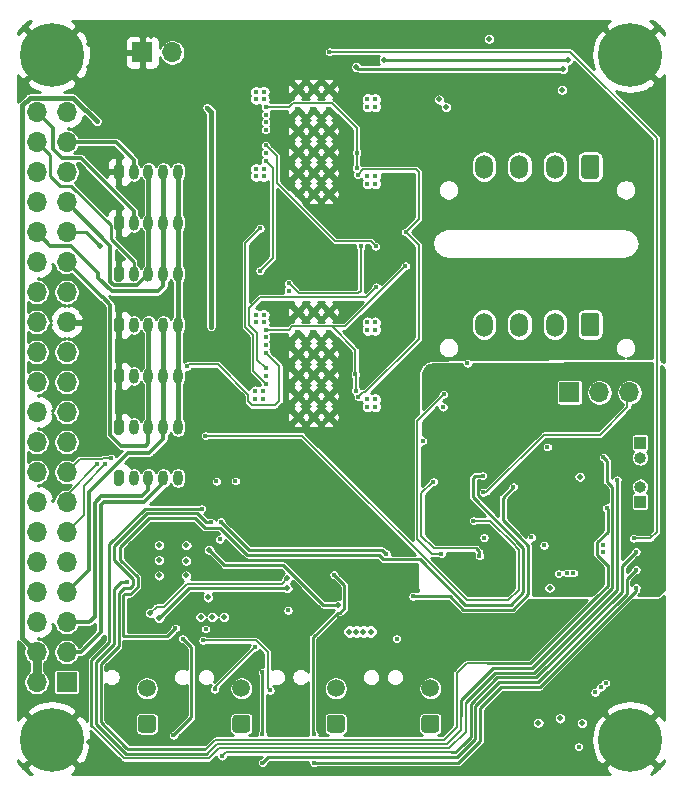
<source format=gbr>
G04 #@! TF.GenerationSoftware,KiCad,Pcbnew,(5.1.6)-1*
G04 #@! TF.CreationDate,2021-05-19T18:18:17+02:00*
G04 #@! TF.ProjectId,rysboard,72797362-6f61-4726-942e-6b696361645f,4.2*
G04 #@! TF.SameCoordinates,Original*
G04 #@! TF.FileFunction,Copper,L2,Inr*
G04 #@! TF.FilePolarity,Positive*
%FSLAX46Y46*%
G04 Gerber Fmt 4.6, Leading zero omitted, Abs format (unit mm)*
G04 Created by KiCad (PCBNEW (5.1.6)-1) date 2021-05-19 18:18:17*
%MOMM*%
%LPD*%
G01*
G04 APERTURE LIST*
G04 #@! TA.AperFunction,ViaPad*
%ADD10C,1.500000*%
G04 #@! TD*
G04 #@! TA.AperFunction,ViaPad*
%ADD11O,1.500000X2.020000*%
G04 #@! TD*
G04 #@! TA.AperFunction,ViaPad*
%ADD12C,5.400000*%
G04 #@! TD*
G04 #@! TA.AperFunction,ViaPad*
%ADD13C,0.600000*%
G04 #@! TD*
G04 #@! TA.AperFunction,ViaPad*
%ADD14O,0.800000X1.300000*%
G04 #@! TD*
G04 #@! TA.AperFunction,ViaPad*
%ADD15O,1.700000X1.700000*%
G04 #@! TD*
G04 #@! TA.AperFunction,ViaPad*
%ADD16R,1.700000X1.700000*%
G04 #@! TD*
G04 #@! TA.AperFunction,ViaPad*
%ADD17R,1.000000X1.000000*%
G04 #@! TD*
G04 #@! TA.AperFunction,ViaPad*
%ADD18O,1.000000X1.000000*%
G04 #@! TD*
G04 #@! TA.AperFunction,ViaPad*
%ADD19C,0.402000*%
G04 #@! TD*
G04 #@! TA.AperFunction,ViaPad*
%ADD20C,0.500000*%
G04 #@! TD*
G04 #@! TA.AperFunction,Conductor*
%ADD21C,0.200000*%
G04 #@! TD*
G04 #@! TA.AperFunction,Conductor*
%ADD22C,0.400000*%
G04 #@! TD*
G04 #@! TA.AperFunction,Conductor*
%ADD23C,0.750000*%
G04 #@! TD*
G04 #@! TA.AperFunction,Conductor*
%ADD24C,0.350000*%
G04 #@! TD*
G04 #@! TA.AperFunction,Conductor*
%ADD25C,0.250000*%
G04 #@! TD*
G04 #@! TA.AperFunction,Conductor*
%ADD26C,0.254000*%
G04 #@! TD*
G04 APERTURE END LIST*
D10*
X94856000Y-122800000D03*
G04 #@! TA.AperFunction,ViaPad*
G36*
G01*
X95606000Y-125300000D02*
X95606000Y-126300000D01*
G75*
G02*
X95356000Y-126550000I-250000J0D01*
G01*
X94356000Y-126550000D01*
G75*
G02*
X94106000Y-126300000I0J250000D01*
G01*
X94106000Y-125300000D01*
G75*
G02*
X94356000Y-125050000I250000J0D01*
G01*
X95356000Y-125050000D01*
G75*
G02*
X95606000Y-125300000I0J-250000D01*
G01*
G37*
G04 #@! TD.AperFunction*
X110856000Y-122800000D03*
G04 #@! TA.AperFunction,ViaPad*
G36*
G01*
X111606000Y-125300000D02*
X111606000Y-126300000D01*
G75*
G02*
X111356000Y-126550000I-250000J0D01*
G01*
X110356000Y-126550000D01*
G75*
G02*
X110106000Y-126300000I0J250000D01*
G01*
X110106000Y-125300000D01*
G75*
G02*
X110356000Y-125050000I250000J0D01*
G01*
X111356000Y-125050000D01*
G75*
G02*
X111606000Y-125300000I0J-250000D01*
G01*
G37*
G04 #@! TD.AperFunction*
X86856000Y-122800000D03*
G04 #@! TA.AperFunction,ViaPad*
G36*
G01*
X87606000Y-125300000D02*
X87606000Y-126300000D01*
G75*
G02*
X87356000Y-126550000I-250000J0D01*
G01*
X86356000Y-126550000D01*
G75*
G02*
X86106000Y-126300000I0J250000D01*
G01*
X86106000Y-125300000D01*
G75*
G02*
X86356000Y-125050000I250000J0D01*
G01*
X87356000Y-125050000D01*
G75*
G02*
X87606000Y-125300000I0J-250000D01*
G01*
G37*
G04 #@! TD.AperFunction*
D11*
X115400000Y-92000000D03*
X118400000Y-92000000D03*
X121400000Y-92000000D03*
G04 #@! TA.AperFunction,ViaPad*
G36*
G01*
X125150000Y-91240000D02*
X125150000Y-92760000D01*
G75*
G02*
X124900000Y-93010000I-250000J0D01*
G01*
X123900000Y-93010000D01*
G75*
G02*
X123650000Y-92760000I0J250000D01*
G01*
X123650000Y-91240000D01*
G75*
G02*
X123900000Y-90990000I250000J0D01*
G01*
X124900000Y-90990000D01*
G75*
G02*
X125150000Y-91240000I0J-250000D01*
G01*
G37*
G04 #@! TD.AperFunction*
D12*
X127800000Y-127150000D03*
X78800000Y-69150000D03*
X78800000Y-127150000D03*
D11*
X115400000Y-78640000D03*
X118400000Y-78640000D03*
X121400000Y-78640000D03*
G04 #@! TA.AperFunction,ViaPad*
G36*
G01*
X125150000Y-77880000D02*
X125150000Y-79400000D01*
G75*
G02*
X124900000Y-79650000I-250000J0D01*
G01*
X123900000Y-79650000D01*
G75*
G02*
X123650000Y-79400000I0J250000D01*
G01*
X123650000Y-77880000D01*
G75*
G02*
X123900000Y-77630000I250000J0D01*
G01*
X124900000Y-77630000D01*
G75*
G02*
X125150000Y-77880000I0J-250000D01*
G01*
G37*
G04 #@! TD.AperFunction*
D13*
X102250000Y-72050000D03*
X100950000Y-72050000D03*
X99650000Y-72050000D03*
X102250000Y-73830000D03*
X100950000Y-73830000D03*
X99650000Y-73830000D03*
X102250000Y-75610000D03*
X100950000Y-75610000D03*
X99650000Y-75610000D03*
X102250000Y-77390000D03*
X100950000Y-77390000D03*
X99650000Y-77390000D03*
X102250000Y-79170000D03*
X100950000Y-79170000D03*
X99650000Y-79170000D03*
X99650000Y-80950000D03*
X100950000Y-80950000D03*
X102250000Y-80950000D03*
X102250000Y-90925000D03*
X100950000Y-90925000D03*
X99650000Y-90925000D03*
X102250000Y-92705000D03*
X100950000Y-92705000D03*
X99650000Y-92705000D03*
X102250000Y-94485000D03*
X100950000Y-94485000D03*
X99650000Y-94485000D03*
X102250000Y-96265000D03*
X100950000Y-96265000D03*
X99650000Y-96265000D03*
X102250000Y-98045000D03*
X100950000Y-98045000D03*
X99650000Y-98045000D03*
X99650000Y-99825000D03*
X100950000Y-99825000D03*
X102250000Y-99825000D03*
D14*
X89492000Y-104990000D03*
X88242000Y-104990000D03*
X86992000Y-104990000D03*
X85742000Y-104990000D03*
G04 #@! TA.AperFunction,ViaPad*
G36*
G01*
X84092000Y-105440000D02*
X84092000Y-104540000D01*
G75*
G02*
X84292000Y-104340000I200000J0D01*
G01*
X84692000Y-104340000D01*
G75*
G02*
X84892000Y-104540000I0J-200000D01*
G01*
X84892000Y-105440000D01*
G75*
G02*
X84692000Y-105640000I-200000J0D01*
G01*
X84292000Y-105640000D01*
G75*
G02*
X84092000Y-105440000I0J200000D01*
G01*
G37*
G04 #@! TD.AperFunction*
X89492000Y-79082000D03*
X88242000Y-79082000D03*
X86992000Y-79082000D03*
X85742000Y-79082000D03*
G04 #@! TA.AperFunction,ViaPad*
G36*
G01*
X84092000Y-79532000D02*
X84092000Y-78632000D01*
G75*
G02*
X84292000Y-78432000I200000J0D01*
G01*
X84692000Y-78432000D01*
G75*
G02*
X84892000Y-78632000I0J-200000D01*
G01*
X84892000Y-79532000D01*
G75*
G02*
X84692000Y-79732000I-200000J0D01*
G01*
X84292000Y-79732000D01*
G75*
G02*
X84092000Y-79532000I0J200000D01*
G01*
G37*
G04 #@! TD.AperFunction*
X89492000Y-83400000D03*
X88242000Y-83400000D03*
X86992000Y-83400000D03*
X85742000Y-83400000D03*
G04 #@! TA.AperFunction,ViaPad*
G36*
G01*
X84092000Y-83850000D02*
X84092000Y-82950000D01*
G75*
G02*
X84292000Y-82750000I200000J0D01*
G01*
X84692000Y-82750000D01*
G75*
G02*
X84892000Y-82950000I0J-200000D01*
G01*
X84892000Y-83850000D01*
G75*
G02*
X84692000Y-84050000I-200000J0D01*
G01*
X84292000Y-84050000D01*
G75*
G02*
X84092000Y-83850000I0J200000D01*
G01*
G37*
G04 #@! TD.AperFunction*
X89492000Y-87718000D03*
X88242000Y-87718000D03*
X86992000Y-87718000D03*
X85742000Y-87718000D03*
G04 #@! TA.AperFunction,ViaPad*
G36*
G01*
X84092000Y-88168000D02*
X84092000Y-87268000D01*
G75*
G02*
X84292000Y-87068000I200000J0D01*
G01*
X84692000Y-87068000D01*
G75*
G02*
X84892000Y-87268000I0J-200000D01*
G01*
X84892000Y-88168000D01*
G75*
G02*
X84692000Y-88368000I-200000J0D01*
G01*
X84292000Y-88368000D01*
G75*
G02*
X84092000Y-88168000I0J200000D01*
G01*
G37*
G04 #@! TD.AperFunction*
X89492000Y-92036000D03*
X88242000Y-92036000D03*
X86992000Y-92036000D03*
X85742000Y-92036000D03*
G04 #@! TA.AperFunction,ViaPad*
G36*
G01*
X84092000Y-92486000D02*
X84092000Y-91586000D01*
G75*
G02*
X84292000Y-91386000I200000J0D01*
G01*
X84692000Y-91386000D01*
G75*
G02*
X84892000Y-91586000I0J-200000D01*
G01*
X84892000Y-92486000D01*
G75*
G02*
X84692000Y-92686000I-200000J0D01*
G01*
X84292000Y-92686000D01*
G75*
G02*
X84092000Y-92486000I0J200000D01*
G01*
G37*
G04 #@! TD.AperFunction*
X89492000Y-96354000D03*
X88242000Y-96354000D03*
X86992000Y-96354000D03*
X85742000Y-96354000D03*
G04 #@! TA.AperFunction,ViaPad*
G36*
G01*
X84092000Y-96804000D02*
X84092000Y-95904000D01*
G75*
G02*
X84292000Y-95704000I200000J0D01*
G01*
X84692000Y-95704000D01*
G75*
G02*
X84892000Y-95904000I0J-200000D01*
G01*
X84892000Y-96804000D01*
G75*
G02*
X84692000Y-97004000I-200000J0D01*
G01*
X84292000Y-97004000D01*
G75*
G02*
X84092000Y-96804000I0J200000D01*
G01*
G37*
G04 #@! TD.AperFunction*
X89492000Y-100672000D03*
X88242000Y-100672000D03*
X86992000Y-100672000D03*
X85742000Y-100672000D03*
G04 #@! TA.AperFunction,ViaPad*
G36*
G01*
X84092000Y-101122000D02*
X84092000Y-100222000D01*
G75*
G02*
X84292000Y-100022000I200000J0D01*
G01*
X84692000Y-100022000D01*
G75*
G02*
X84892000Y-100222000I0J-200000D01*
G01*
X84892000Y-101122000D01*
G75*
G02*
X84692000Y-101322000I-200000J0D01*
G01*
X84292000Y-101322000D01*
G75*
G02*
X84092000Y-101122000I0J200000D01*
G01*
G37*
G04 #@! TD.AperFunction*
D15*
X77524500Y-74011100D03*
X80064500Y-74011100D03*
X77524500Y-76551100D03*
X80064500Y-76551100D03*
X77524500Y-79091100D03*
X80064500Y-79091100D03*
X77524500Y-81631100D03*
X80064500Y-81631100D03*
X77524500Y-84171100D03*
X80064500Y-84171100D03*
X77524500Y-86711100D03*
X80064500Y-86711100D03*
X77524500Y-89251100D03*
X80064500Y-89251100D03*
X77524500Y-91791100D03*
X80064500Y-91791100D03*
X77524500Y-94331100D03*
X80064500Y-94331100D03*
X77524500Y-96871100D03*
X80064500Y-96871100D03*
X77524500Y-99411100D03*
X80064500Y-99411100D03*
X77524500Y-101951100D03*
X80064500Y-101951100D03*
X77524500Y-104491100D03*
X80064500Y-104491100D03*
X77524500Y-107031100D03*
X80064500Y-107031100D03*
X77524500Y-109571100D03*
X80064500Y-109571100D03*
X77524500Y-112111100D03*
X80064500Y-112111100D03*
X77524500Y-114651100D03*
X80064500Y-114651100D03*
X77524500Y-117191100D03*
X80064500Y-117191100D03*
X77524500Y-119731100D03*
X80064500Y-119731100D03*
X77524500Y-122271100D03*
D16*
X80064500Y-122271100D03*
D12*
X127800000Y-69150000D03*
D10*
X102856000Y-122800000D03*
G04 #@! TA.AperFunction,ViaPad*
G36*
G01*
X103606000Y-125300000D02*
X103606000Y-126300000D01*
G75*
G02*
X103356000Y-126550000I-250000J0D01*
G01*
X102356000Y-126550000D01*
G75*
G02*
X102106000Y-126300000I0J250000D01*
G01*
X102106000Y-125300000D01*
G75*
G02*
X102356000Y-125050000I250000J0D01*
G01*
X103356000Y-125050000D01*
G75*
G02*
X103606000Y-125300000I0J-250000D01*
G01*
G37*
G04 #@! TD.AperFunction*
D15*
X127705000Y-97750000D03*
X125165000Y-97750000D03*
D16*
X122625000Y-97750000D03*
D15*
X89000000Y-68960000D03*
D16*
X86460000Y-68960000D03*
D17*
X128635001Y-102000000D03*
D18*
X128635001Y-103270000D03*
X128630000Y-105730000D03*
D17*
X128630000Y-107000000D03*
D19*
X105372500Y-97030000D03*
X106510000Y-77740000D03*
X99953500Y-108846500D03*
X99953500Y-109346500D03*
X99953500Y-109846500D03*
X99953500Y-110346500D03*
X98687500Y-109312500D03*
X98687500Y-109812500D03*
X98687500Y-110312500D03*
X98687500Y-108835000D03*
D20*
X76789000Y-72137381D03*
X80689000Y-72137381D03*
X81339000Y-66937381D03*
X81339000Y-90987381D03*
X81339000Y-92937381D03*
X81339000Y-124787381D03*
X81339000Y-129337381D03*
X81989000Y-68237381D03*
X81989000Y-70187381D03*
X81989000Y-72787381D03*
X81989000Y-77337381D03*
X81989000Y-98787381D03*
X81989000Y-100737381D03*
X81989000Y-127387381D03*
X82639000Y-71487381D03*
X82639000Y-97487381D03*
X82639000Y-128687381D03*
X83289000Y-66937381D03*
X83289000Y-68887381D03*
X83289000Y-77987381D03*
X83939000Y-70187381D03*
X83939000Y-72137381D03*
X84589000Y-67587381D03*
X84589000Y-90337381D03*
X85239000Y-74737381D03*
X85239000Y-80587381D03*
X85889000Y-66937381D03*
X85889000Y-76037381D03*
X85889000Y-85137381D03*
X85889000Y-93587381D03*
X86539000Y-70837381D03*
X86539000Y-77337381D03*
X86539000Y-90337381D03*
X87189000Y-67587381D03*
X87839000Y-74737381D03*
X87839000Y-76687381D03*
X88489000Y-66937381D03*
X88489000Y-70837381D03*
X88489000Y-90337381D03*
X88489000Y-102687381D03*
X89139000Y-72787381D03*
X89139000Y-77337381D03*
X89789000Y-102037381D03*
X90439000Y-66937381D03*
X90439000Y-70187381D03*
X90439000Y-76687381D03*
X90439000Y-80587381D03*
X90439000Y-84487381D03*
X90439000Y-86437381D03*
X90439000Y-89037381D03*
X90439000Y-93587381D03*
X90439000Y-97487381D03*
X91089000Y-75387381D03*
X91089000Y-77987381D03*
X91089000Y-81887381D03*
X91089000Y-87737381D03*
X91089000Y-90337381D03*
X91089000Y-92287381D03*
X92389000Y-66937381D03*
X92389000Y-97487381D03*
X93039000Y-68237381D03*
X93039000Y-70187381D03*
X93039000Y-74737381D03*
X93039000Y-79287381D03*
X93039000Y-81237381D03*
X93039000Y-83187381D03*
X93039000Y-88387381D03*
X93039000Y-90337381D03*
X93039000Y-106587381D03*
X95639000Y-103987381D03*
X96289000Y-68887381D03*
X96289000Y-70837381D03*
X96289000Y-82537381D03*
X96289000Y-88387381D03*
X97589000Y-69537381D03*
X98889000Y-68887381D03*
X100189000Y-105937381D03*
X102139000Y-102037381D03*
X102139000Y-105937381D03*
X102789000Y-70187381D03*
X103439000Y-87737381D03*
X103439000Y-106587381D03*
X104739000Y-66937381D03*
X106039000Y-67587381D03*
X106039000Y-102037381D03*
X106039000Y-105937381D03*
X107339000Y-66937381D03*
X109289000Y-66937381D03*
X111239000Y-66937381D03*
X113189000Y-66937381D03*
X115139000Y-87087381D03*
X115139000Y-89037381D03*
X115789000Y-118287381D03*
X115789000Y-128037381D03*
X116439000Y-72787381D03*
X116439000Y-74737381D03*
X116439000Y-76687381D03*
X116439000Y-87737381D03*
X116439000Y-89687381D03*
X116439000Y-119587381D03*
X116439000Y-129337381D03*
X117089000Y-66937381D03*
X117089000Y-116987381D03*
X117739000Y-68237381D03*
X117739000Y-73437381D03*
X117739000Y-75387381D03*
X117739000Y-87087381D03*
X117739000Y-89037381D03*
X117739000Y-128037381D03*
X118389000Y-76687381D03*
X118389000Y-129337381D03*
X119039000Y-66937381D03*
X119039000Y-72787381D03*
X119039000Y-74737381D03*
X119039000Y-87737381D03*
X119039000Y-89687381D03*
X119039000Y-116987381D03*
X119689000Y-68237381D03*
X119689000Y-76037381D03*
X119689000Y-128037381D03*
X120339000Y-73437381D03*
X120339000Y-87087381D03*
X120339000Y-89037381D03*
X120989000Y-66937381D03*
X120989000Y-74737381D03*
X120989000Y-76687381D03*
X121639000Y-68237381D03*
X121639000Y-83187381D03*
X121639000Y-87737381D03*
X121639000Y-89687381D03*
X122289000Y-73437381D03*
X122289000Y-75387381D03*
X122939000Y-66937381D03*
X122939000Y-76687381D03*
X122939000Y-81887381D03*
X122939000Y-87087381D03*
X122939000Y-89037381D03*
X123589000Y-68237381D03*
X123589000Y-72787381D03*
X123589000Y-74737381D03*
X123589000Y-83187381D03*
X123589000Y-128687381D03*
X124239000Y-76037381D03*
X124239000Y-80587381D03*
X124239000Y-87737381D03*
X124239000Y-89687381D03*
X124239000Y-94237381D03*
X124889000Y-66937381D03*
X124889000Y-73437381D03*
X124889000Y-81887381D03*
X124889000Y-125437381D03*
X124889000Y-129337381D03*
X125539000Y-74737381D03*
X125539000Y-76687381D03*
X125539000Y-83187381D03*
X125539000Y-87087381D03*
X125539000Y-89037381D03*
X126189000Y-77987381D03*
X126189000Y-90337381D03*
X126189000Y-92287381D03*
X126189000Y-124137381D03*
X126839000Y-75387381D03*
X126839000Y-79287381D03*
X126839000Y-82537381D03*
X126839000Y-87737381D03*
X127489000Y-76687381D03*
X127489000Y-89037381D03*
X127489000Y-90987381D03*
X127489000Y-121537381D03*
X127489000Y-123487381D03*
X128139000Y-72787381D03*
X128139000Y-77987381D03*
X128139000Y-81887381D03*
X128139000Y-87087381D03*
X128139000Y-92287381D03*
X128789000Y-79287381D03*
X128789000Y-83187381D03*
X128789000Y-88387381D03*
X128789000Y-90337381D03*
X128789000Y-93587381D03*
X128789000Y-115687381D03*
X128789000Y-117637381D03*
X128789000Y-119587381D03*
X128789000Y-122187381D03*
X129439000Y-72137381D03*
X129439000Y-74087381D03*
X129439000Y-77337381D03*
X129439000Y-80587381D03*
X129439000Y-84487381D03*
X129439000Y-86437381D03*
X129439000Y-91637381D03*
X129439000Y-120887381D03*
X129439000Y-123487381D03*
X130089000Y-116337381D03*
X130089000Y-118287381D03*
X84589000Y-68887381D03*
X91089000Y-79287381D03*
X91089000Y-83187381D03*
X91739000Y-93587381D03*
X93689000Y-66937381D03*
X96939000Y-103987381D03*
X98889000Y-70187381D03*
X114489000Y-66937381D03*
X117089000Y-118287381D03*
X119689000Y-129337381D03*
X120339000Y-90337381D03*
X125539000Y-80587381D03*
X125539000Y-94237381D03*
X129439000Y-81887381D03*
X130089000Y-119587381D03*
D19*
X96930000Y-73580000D03*
X96930000Y-92450000D03*
X104502882Y-96215958D03*
X104540000Y-97600000D03*
X104640000Y-78751000D03*
X104630000Y-77460000D03*
X108740000Y-87040000D03*
X92290000Y-92170000D03*
X91950000Y-73630000D03*
X96750000Y-72280000D03*
X96750000Y-72929001D03*
X96090000Y-72929001D03*
X96750000Y-78800000D03*
X96090000Y-78800000D03*
X96750000Y-79449001D03*
X96090000Y-79449001D03*
X106190000Y-72900000D03*
X105530000Y-72900000D03*
X106190000Y-73549001D03*
X105530000Y-73549001D03*
X106190000Y-79420000D03*
X105530000Y-79420000D03*
X106190000Y-80069001D03*
X105530000Y-80069001D03*
X96040999Y-97640000D03*
X96040999Y-98300000D03*
X96690000Y-97640000D03*
X96690000Y-98300000D03*
X96090000Y-91829001D03*
X96750000Y-91829001D03*
X96090000Y-91180000D03*
X96750000Y-91180000D03*
X105530000Y-98949001D03*
X106190000Y-98949001D03*
X105530000Y-98300000D03*
X106190000Y-98300000D03*
X105530000Y-91800999D03*
X106180000Y-91800999D03*
X106190000Y-92460000D03*
X105530000Y-92460000D03*
X96090000Y-72280000D03*
D20*
X105800000Y-118000000D03*
X105200000Y-118000000D03*
X104600000Y-118000000D03*
X104000000Y-118000000D03*
X82600000Y-74800000D03*
X82891980Y-85390000D03*
D19*
X96930000Y-77480000D03*
X96930000Y-96360000D03*
X96930000Y-74880000D03*
X96930000Y-93750000D03*
X96930000Y-74220000D03*
X96930000Y-94400000D03*
X90250000Y-95531120D03*
X104769673Y-98139673D03*
X104707938Y-79321408D03*
X108774000Y-84170000D03*
X83830000Y-103340000D03*
X96930000Y-93100000D03*
X96930000Y-75530000D03*
X98850693Y-89148989D03*
X82666000Y-103850000D03*
X104950000Y-85380000D03*
X98860000Y-88500000D03*
X83320000Y-103840000D03*
X96930000Y-95700000D03*
X106270000Y-88830000D03*
X96930000Y-76820000D03*
X106240000Y-85370000D03*
X96930000Y-97000000D03*
X96430000Y-83870000D03*
X96930000Y-78130000D03*
X96440000Y-87450000D03*
X123410000Y-127730000D03*
X120750000Y-102375000D03*
D20*
X87875000Y-110675000D03*
X87875000Y-113250000D03*
X90175000Y-113250000D03*
X90200000Y-110700000D03*
X103060000Y-115760000D03*
X92120000Y-111090000D03*
X122000000Y-72125000D03*
X115825000Y-67825000D03*
X111600000Y-72948999D03*
X112200000Y-73600000D03*
X90180000Y-111995000D03*
X87905000Y-111945000D03*
D19*
X110200000Y-101856020D03*
X114000000Y-95300000D03*
X121720000Y-113090000D03*
X122390000Y-113040990D03*
X120480000Y-110700000D03*
X119420000Y-110020000D03*
D20*
X123495000Y-104880000D03*
D19*
X115400000Y-110040000D03*
X91825000Y-117775000D03*
D20*
X91400000Y-116764265D03*
X92400000Y-116764265D03*
X93400000Y-116764265D03*
X92025000Y-115100000D03*
D19*
X89900000Y-118600000D03*
X89100000Y-126776000D03*
X125520000Y-103230000D03*
X85200000Y-113800000D03*
X125803121Y-107540000D03*
X92250000Y-108725000D03*
X126660000Y-105160000D03*
X91500000Y-107600000D03*
X128270000Y-111252000D03*
X93225000Y-128525000D03*
X128270000Y-112776000D03*
X96638001Y-121451021D03*
X96638001Y-129100000D03*
X96638001Y-126700000D03*
X128270000Y-114300000D03*
X102700000Y-113200000D03*
X101000000Y-126700000D03*
X101000000Y-129100000D03*
D20*
X120950000Y-114300000D03*
D19*
X123520000Y-102050000D03*
X129057500Y-109372500D03*
X125090000Y-105140000D03*
X122250000Y-114300000D03*
X113200000Y-107800000D03*
X112700000Y-107800000D03*
X112200000Y-107800000D03*
X111700000Y-107800000D03*
X111200000Y-107800000D03*
X115330000Y-106210000D03*
D20*
X120000000Y-125720000D03*
X121820000Y-125340000D03*
X123700000Y-125750000D03*
D19*
X125290000Y-122720000D03*
X125450000Y-110710000D03*
X124800000Y-123140000D03*
X122960000Y-113040989D03*
X125450000Y-111262003D03*
X125703222Y-122354003D03*
D20*
X98760000Y-114350000D03*
X87880000Y-116870000D03*
X122100000Y-70375000D03*
X104600000Y-70198989D03*
D19*
X94350000Y-105251001D03*
X93038417Y-110186583D03*
X93125000Y-108700000D03*
X107100000Y-111400000D03*
X117900000Y-105749000D03*
X109400000Y-115000000D03*
X102300000Y-68920000D03*
X128080286Y-110108927D03*
X91800000Y-101400000D03*
X114501002Y-108600000D03*
X111100000Y-105300000D03*
X115000000Y-111600000D03*
D20*
X98760000Y-113500000D03*
X87150000Y-116420000D03*
X122500000Y-69625000D03*
X106925000Y-69625000D03*
D19*
X92610000Y-122890000D03*
X95990000Y-119330000D03*
X91610000Y-118750000D03*
X97290000Y-122970000D03*
X98800000Y-116200000D03*
X108000000Y-118600000D03*
X111800000Y-111400000D03*
X112000000Y-97900000D03*
X89277673Y-117692628D03*
X115300000Y-104800000D03*
X92730000Y-105280000D03*
X111930000Y-98980000D03*
D21*
X104540000Y-96253076D02*
X104502882Y-96215958D01*
X104540000Y-97600000D02*
X104540000Y-96253076D01*
X102514001Y-92154999D02*
X99155001Y-92154999D01*
X104502882Y-96215958D02*
X104502882Y-94143880D01*
X104502882Y-94143880D02*
X102514001Y-92154999D01*
X98860000Y-92450000D02*
X96930000Y-92450000D01*
X99155001Y-92154999D02*
X98860000Y-92450000D01*
X104640000Y-77470000D02*
X104630000Y-77460000D01*
X104640000Y-78751000D02*
X104640000Y-77470000D01*
X102514001Y-73279999D02*
X99230001Y-73279999D01*
X104630000Y-77460000D02*
X104630000Y-75395998D01*
X104630000Y-75395998D02*
X102514001Y-73279999D01*
X98930000Y-73580000D02*
X96930000Y-73580000D01*
X99230001Y-73279999D02*
X98930000Y-73580000D01*
D22*
X92290000Y-73970000D02*
X92290000Y-92170000D01*
X91950000Y-73630000D02*
X92290000Y-73970000D01*
D21*
X103625001Y-92154999D02*
X108740000Y-87040000D01*
X102514001Y-92154999D02*
X103625001Y-92154999D01*
D23*
X77524500Y-122271100D02*
X77524500Y-119731100D01*
D22*
X76324499Y-73435099D02*
X76959598Y-72800000D01*
X77524500Y-119731100D02*
X76324499Y-118531099D01*
X76324499Y-118531099D02*
X76324499Y-73435099D01*
X76959598Y-72800000D02*
X80600000Y-72800000D01*
X80600000Y-72800000D02*
X82600000Y-74800000D01*
D24*
X81258099Y-77916099D02*
X85742000Y-82400000D01*
X79690497Y-77916099D02*
X81258099Y-77916099D01*
X78889499Y-75376099D02*
X78889499Y-77115101D01*
X85742000Y-82400000D02*
X85742000Y-83400000D01*
X78889499Y-77115101D02*
X79690497Y-77916099D01*
X77524500Y-74011100D02*
X78889499Y-75376099D01*
D21*
X85742000Y-87362000D02*
X85742000Y-87718000D01*
D25*
X79500499Y-80266101D02*
X80466101Y-80266101D01*
X78649501Y-77676101D02*
X77524500Y-76551100D01*
X78649501Y-79415103D02*
X78649501Y-77676101D01*
X79500499Y-80266101D02*
X78649501Y-79415103D01*
X83816990Y-84747180D02*
X85742000Y-86672190D01*
X85742000Y-86672190D02*
X85742000Y-87718000D01*
X83816990Y-83616990D02*
X83816990Y-84747180D01*
X80466101Y-80266101D02*
X83816990Y-83616990D01*
D24*
X85742000Y-78082000D02*
X85742000Y-79082000D01*
X84211100Y-76551100D02*
X85742000Y-78082000D01*
X80064500Y-76551100D02*
X84211100Y-76551100D01*
D22*
X86992000Y-79082000D02*
X86992000Y-87718000D01*
D24*
X86992000Y-87743318D02*
X86992000Y-87718000D01*
X84074532Y-88693010D02*
X86042308Y-88693010D01*
X86042308Y-88693010D02*
X86992000Y-87743318D01*
X83766990Y-88385468D02*
X84074532Y-88693010D01*
X83766990Y-85333590D02*
X83766990Y-88385468D01*
X80064500Y-81631100D02*
X83766990Y-85333590D01*
D22*
X88242000Y-87718000D02*
X88242000Y-79082000D01*
D24*
X83867422Y-89193020D02*
X82750000Y-88075598D01*
X87766980Y-89193020D02*
X83867422Y-89193020D01*
X88242000Y-87718000D02*
X88242000Y-88718000D01*
X88242000Y-88718000D02*
X87766980Y-89193020D01*
X80466101Y-85346101D02*
X78699501Y-85346101D01*
X78699501Y-85346101D02*
X77524500Y-84171100D01*
X82750000Y-87630000D02*
X80466101Y-85346101D01*
X82750000Y-88075598D02*
X82750000Y-87630000D01*
D25*
X82616980Y-85115000D02*
X82891980Y-85390000D01*
X80064500Y-84171100D02*
X81673080Y-84171100D01*
X81673080Y-84171100D02*
X82616980Y-85115000D01*
D22*
X86992000Y-100672000D02*
X86992000Y-96354000D01*
X86992000Y-96354000D02*
X86992000Y-92036000D01*
X86992000Y-92036000D02*
X86992000Y-91786000D01*
D24*
X83046430Y-89693030D02*
X80064500Y-86711100D01*
X86992000Y-92036000D02*
X86992000Y-92010682D01*
X86992000Y-100672000D02*
X86992000Y-102068000D01*
X86992000Y-102068000D02*
X86790000Y-102270000D01*
X84697522Y-102270000D02*
X83766990Y-101339468D01*
X86790000Y-102270000D02*
X84697522Y-102270000D01*
X83046430Y-89693030D02*
X83103030Y-89693030D01*
X83103030Y-89693030D02*
X83766990Y-90356990D01*
X83766990Y-90356990D02*
X83766990Y-101339468D01*
D21*
X96930000Y-94400000D02*
X97910000Y-95380000D01*
X97910000Y-95380000D02*
X98070000Y-95540000D01*
X98070000Y-95540000D02*
X98070000Y-98470000D01*
X97688999Y-98851001D02*
X95776518Y-98851001D01*
X98070000Y-98470000D02*
X97688999Y-98851001D01*
X95776518Y-98851001D02*
X95430000Y-98504483D01*
X90424621Y-95356499D02*
X90250000Y-95531120D01*
X95430000Y-98504483D02*
X95430000Y-97938108D01*
X92848391Y-95356499D02*
X90424621Y-95356499D01*
X95430000Y-97938108D02*
X92848391Y-95356499D01*
X105320983Y-97748999D02*
X109870000Y-93199982D01*
X104769673Y-98139673D02*
X105160347Y-97748999D01*
X105160347Y-97748999D02*
X105320983Y-97748999D01*
X109870000Y-85266000D02*
X108774000Y-84170000D01*
X109870000Y-93199982D02*
X109870000Y-85266000D01*
X108774000Y-84170000D02*
X109884000Y-83060000D01*
X109884000Y-83060000D02*
X109884000Y-79096000D01*
X109656999Y-78868999D02*
X105160347Y-78868999D01*
X105160347Y-78868999D02*
X104707938Y-79321408D01*
X109884000Y-79096000D02*
X109656999Y-78868999D01*
X80064500Y-104491100D02*
X81156601Y-103398999D01*
X83152518Y-103340000D02*
X83830000Y-103340000D01*
X81156601Y-103398999D02*
X83093519Y-103398999D01*
X83093519Y-103398999D02*
X83152518Y-103340000D01*
D22*
X88242000Y-100672000D02*
X88242000Y-96354000D01*
X88242000Y-96354000D02*
X88242000Y-92036000D01*
D24*
X88242000Y-101672000D02*
X87056000Y-102858000D01*
X87056000Y-102858000D02*
X85231522Y-102858000D01*
X81949990Y-112765610D02*
X80064500Y-114651100D01*
X88242000Y-100672000D02*
X88242000Y-101672000D01*
X85231522Y-102858000D02*
X81949990Y-106139532D01*
X81949990Y-106139532D02*
X81949990Y-112765610D01*
X86992000Y-105990000D02*
X86442000Y-106540000D01*
X86992000Y-104990000D02*
X86992000Y-105990000D01*
X86442000Y-106540000D02*
X83010000Y-106540000D01*
X83010000Y-106540000D02*
X82450000Y-107100000D01*
X81993500Y-117191100D02*
X80064500Y-117191100D01*
X82450000Y-116734600D02*
X81993500Y-117191100D01*
X82450000Y-107100000D02*
X82450000Y-116734600D01*
X88242000Y-105447120D02*
X88242000Y-104990000D01*
X86649110Y-107040010D02*
X88242000Y-105447120D01*
X80064500Y-119731100D02*
X81266581Y-119731100D01*
X83219990Y-107040010D02*
X86649110Y-107040010D01*
X81266581Y-119731100D02*
X82950010Y-118047671D01*
X82950010Y-118047671D02*
X82950010Y-107309990D01*
X82950010Y-107309990D02*
X83219990Y-107040010D01*
D21*
X80064500Y-106451500D02*
X80064500Y-107031100D01*
X82666000Y-103850000D02*
X80064500Y-106451500D01*
X99709990Y-89349990D02*
X98860000Y-88500000D01*
X104770010Y-89349990D02*
X99709990Y-89349990D01*
X104950000Y-85380000D02*
X104950000Y-89170000D01*
X104950000Y-89170000D02*
X104770010Y-89349990D01*
X83320000Y-103840000D02*
X81524980Y-105635020D01*
X81524980Y-108110620D02*
X80064500Y-109571100D01*
X81524980Y-105635020D02*
X81524980Y-108110620D01*
X96930000Y-95700000D02*
X96210000Y-94980000D01*
X96210000Y-94980000D02*
X96210000Y-92750000D01*
X95538999Y-92078999D02*
X95538999Y-90611001D01*
X96210000Y-92750000D02*
X95538999Y-92078999D01*
X95538999Y-90611001D02*
X96450000Y-89700000D01*
X105400000Y-89700000D02*
X106270000Y-88830000D01*
X96450000Y-89700000D02*
X105400000Y-89700000D01*
X106240000Y-85370000D02*
X105798999Y-84928999D01*
X102814997Y-84928999D02*
X97870000Y-79984002D01*
X105798999Y-84928999D02*
X102814997Y-84928999D01*
X97870000Y-77760000D02*
X96930000Y-76820000D01*
X97870000Y-79984002D02*
X97870000Y-77760000D01*
X96930000Y-97000000D02*
X95859990Y-95929990D01*
X95859990Y-95929990D02*
X95859990Y-92894978D01*
X95859990Y-92894978D02*
X95180000Y-92214988D01*
X95180000Y-85120000D02*
X96430000Y-83870000D01*
X95180000Y-92214988D02*
X95180000Y-85120000D01*
X96930000Y-78130000D02*
X97520000Y-78720000D01*
X97520000Y-86370000D02*
X96440000Y-87450000D01*
X97520000Y-78720000D02*
X97520000Y-86370000D01*
D25*
X93410000Y-112380000D02*
X92120000Y-111090000D01*
X98417002Y-112380000D02*
X100170000Y-114132998D01*
X93410000Y-112380000D02*
X98417002Y-112380000D01*
X100170000Y-114132998D02*
X100172998Y-114132998D01*
X101800000Y-115760000D02*
X103060000Y-115760000D01*
X100172998Y-114132998D02*
X101800000Y-115760000D01*
D22*
X89492000Y-100672000D02*
X89492000Y-96354000D01*
X89492000Y-96354000D02*
X89492000Y-92036000D01*
X89492000Y-92036000D02*
X89492000Y-87718000D01*
X89492000Y-87718000D02*
X89492000Y-83400000D01*
X89492000Y-83400000D02*
X89492000Y-79082000D01*
D21*
X77524500Y-109924500D02*
X77524500Y-109571100D01*
D25*
X90631001Y-125244999D02*
X89100000Y-126776000D01*
X89900000Y-118600000D02*
X90631001Y-119331001D01*
X90631001Y-119331001D02*
X90631001Y-125244999D01*
X84075010Y-114399990D02*
X84675000Y-113800000D01*
X82550010Y-120590688D02*
X84075010Y-119065689D01*
X85065688Y-128349990D02*
X82550010Y-125834312D01*
X91909312Y-128349990D02*
X85065688Y-128349990D01*
X126279121Y-114282087D02*
X119479248Y-121081960D01*
X82550010Y-125834312D02*
X82550010Y-120590688D01*
X125820000Y-105330000D02*
X126279121Y-105789121D01*
X125520000Y-103230000D02*
X125820000Y-103530000D01*
X84675000Y-113800000D02*
X85200000Y-113800000D01*
X119479248Y-121081960D02*
X116200242Y-121081960D01*
X84075010Y-119065689D02*
X84075010Y-114399990D01*
X125820000Y-103530000D02*
X125820000Y-105330000D01*
X126279121Y-105789121D02*
X126279121Y-114282087D01*
X116200242Y-121081960D02*
X113461960Y-123820242D01*
D21*
X93231355Y-127523969D02*
X93236055Y-127523969D01*
X92806043Y-127523969D02*
X91955022Y-128374990D01*
X93348969Y-127523969D02*
X92806043Y-127523969D01*
X93236055Y-127523969D02*
X93348969Y-127523969D01*
X93348969Y-127523969D02*
X112298677Y-127523969D01*
X113461960Y-126360686D02*
X113461960Y-125161960D01*
D25*
X113461960Y-123820242D02*
X113461960Y-125161960D01*
D21*
X112298677Y-127523969D02*
X113461960Y-126360686D01*
D25*
X125879111Y-107615990D02*
X125803121Y-107540000D01*
X125879111Y-112349111D02*
X125832626Y-112349111D01*
X124973999Y-111490484D02*
X124973999Y-110446001D01*
X124973999Y-115006001D02*
X125879111Y-114100889D01*
X119313560Y-120681950D02*
X124973999Y-115021511D01*
X124973999Y-115021511D02*
X124973999Y-115006001D01*
X125879111Y-114100889D02*
X125879111Y-112349111D01*
X125832626Y-112349111D02*
X124973999Y-111490484D01*
X125879111Y-109540889D02*
X125879111Y-107615990D01*
X124973999Y-110446001D02*
X125879111Y-109540889D01*
X92250000Y-108725000D02*
X91849990Y-108725000D01*
X91849990Y-108725000D02*
X91125000Y-108000010D01*
X91125000Y-108000010D02*
X87025000Y-108000010D01*
X87025000Y-108000010D02*
X86840688Y-108000010D01*
X86840688Y-108000010D02*
X84075010Y-110765688D01*
X85676001Y-114028481D02*
X85428481Y-114276001D01*
X85676001Y-113571519D02*
X85676001Y-114028481D01*
X84075010Y-110765688D02*
X84075010Y-111970528D01*
X84075010Y-111970528D02*
X85676001Y-113571519D01*
X84948999Y-114276001D02*
X84475020Y-114749980D01*
X85428481Y-114276001D02*
X84948999Y-114276001D01*
X84475020Y-119231378D02*
X83056397Y-120650000D01*
X84475020Y-114749980D02*
X84475020Y-119231378D01*
X83056397Y-120650000D02*
X82950020Y-120756377D01*
X85125000Y-127825000D02*
X85125000Y-127843604D01*
X82950020Y-120756377D02*
X82950020Y-125650020D01*
X82950020Y-125650020D02*
X85125000Y-127825000D01*
X85125000Y-127843604D02*
X85231376Y-127949980D01*
X85231376Y-127949980D02*
X91100020Y-127949980D01*
X91100020Y-127949980D02*
X91743626Y-127949980D01*
X116618050Y-120681950D02*
X119313560Y-120681950D01*
X115647648Y-120681950D02*
X116618050Y-120681950D01*
D21*
X91885044Y-127949980D02*
X91100020Y-127949980D01*
X92661065Y-127173959D02*
X91885044Y-127949980D01*
X116618050Y-120681950D02*
X113924048Y-120681950D01*
X113924048Y-120681950D02*
X113086950Y-121519048D01*
X112001041Y-127173959D02*
X92661065Y-127173959D01*
X113086950Y-126088050D02*
X112001041Y-127173959D01*
X113086950Y-121519048D02*
X113086950Y-126088050D01*
D25*
X86675000Y-107600000D02*
X91500000Y-107600000D01*
X83675000Y-110600000D02*
X86675000Y-107600000D01*
X83675000Y-118900000D02*
X83675000Y-110600000D01*
X82150000Y-120425000D02*
X83675000Y-118900000D01*
X82150000Y-126000000D02*
X82150000Y-120425000D01*
X126679131Y-114447775D02*
X119644936Y-121481970D01*
X126679131Y-105179131D02*
X126679131Y-114447775D01*
X119644936Y-121481970D02*
X116365931Y-121481970D01*
X126660000Y-105160000D02*
X126679131Y-105179131D01*
D21*
X113836970Y-126480664D02*
X113836970Y-124010930D01*
X112443655Y-127873979D02*
X113836970Y-126480664D01*
X92951021Y-127873979D02*
X112443655Y-127873979D01*
X113836970Y-124010930D02*
X114186450Y-123661450D01*
D25*
X114186450Y-123661450D02*
X113861970Y-123985931D01*
D21*
X92100000Y-128725000D02*
X92951021Y-127873979D01*
X82185354Y-126000000D02*
X84910354Y-128725000D01*
D25*
X116365931Y-121481970D02*
X114186450Y-123661450D01*
D21*
X82150000Y-126000000D02*
X82185354Y-126000000D01*
X84910354Y-128725000D02*
X92100000Y-128725000D01*
D25*
X114261980Y-126922624D02*
X114261980Y-124206000D01*
X114261980Y-124151620D02*
X116531620Y-121881980D01*
X114261980Y-124206000D02*
X114261980Y-124151620D01*
X116531620Y-121881980D02*
X119810624Y-121881980D01*
X127079141Y-114613463D02*
X127079141Y-113262377D01*
X119810624Y-121881980D02*
X127079141Y-114613463D01*
X127079141Y-113262377D02*
X127079141Y-112442859D01*
X127079141Y-112442859D02*
X128270000Y-111252000D01*
X113460624Y-127723980D02*
X113592302Y-127592302D01*
X113592302Y-127592302D02*
X114261980Y-126922624D01*
X113592302Y-127592302D02*
X112960615Y-128223989D01*
X112960615Y-128223989D02*
X112623989Y-128223989D01*
D21*
X93526011Y-128223989D02*
X93225000Y-128525000D01*
X112623989Y-128223989D02*
X93526011Y-128223989D01*
D25*
X96638001Y-121451021D02*
X96638001Y-125938001D01*
X96638001Y-125938001D02*
X96638001Y-126501914D01*
X96638001Y-126501914D02*
X96638001Y-126501914D01*
X96638001Y-126700000D02*
X96638001Y-125938001D01*
X97114002Y-128623999D02*
X96638001Y-129100000D01*
X113126303Y-128623999D02*
X97114002Y-128623999D01*
X114661990Y-124317309D02*
X114661990Y-127088312D01*
X114661990Y-127088312D02*
X113126303Y-128623999D01*
X127479151Y-113566849D02*
X127479151Y-114779151D01*
X128270000Y-112776000D02*
X127479151Y-113566849D01*
X127479151Y-114779151D02*
X119976312Y-122281990D01*
X119976312Y-122281990D02*
X116697309Y-122281990D01*
X116697309Y-122281990D02*
X114661990Y-124317309D01*
X103585001Y-116012001D02*
X103197002Y-116400000D01*
X102700000Y-113200000D02*
X103585001Y-114085001D01*
X103585001Y-114085001D02*
X103585001Y-116012001D01*
X103197002Y-116400000D02*
X103000000Y-116400000D01*
X103000000Y-116400000D02*
X100900000Y-118500000D01*
X100900000Y-118500000D02*
X100900000Y-126300000D01*
X100900000Y-126300000D02*
X100900000Y-126600000D01*
X100900000Y-126600000D02*
X101000000Y-126700000D01*
X120142000Y-122682000D02*
X128270000Y-114554000D01*
X115062000Y-124482998D02*
X116862998Y-122682000D01*
X128270000Y-114554000D02*
X128270000Y-114300000D01*
X101000000Y-129100000D02*
X113216000Y-129100000D01*
X113216000Y-129100000D02*
X115062000Y-127254000D01*
X116862998Y-122682000D02*
X120142000Y-122682000D01*
X115062000Y-127254000D02*
X115062000Y-124482998D01*
D21*
X115614256Y-106210000D02*
X120504256Y-101320000D01*
X115330000Y-106210000D02*
X115614256Y-106210000D01*
X125210000Y-101320000D02*
X127530000Y-99000000D01*
X120504256Y-101320000D02*
X125210000Y-101320000D01*
X127530000Y-97925000D02*
X127705000Y-97750000D01*
X127530000Y-99000000D02*
X127530000Y-97925000D01*
X125674003Y-122354003D02*
X125703222Y-122354003D01*
D25*
X98760000Y-114350000D02*
X90400000Y-114350000D01*
X90400000Y-114350000D02*
X87880000Y-116870000D01*
X122100000Y-70375000D02*
X104776011Y-70375000D01*
X104776011Y-70375000D02*
X104600000Y-70198989D01*
X93550000Y-109125000D02*
X93125000Y-108700000D01*
X106800000Y-111100000D02*
X107100000Y-111400000D01*
X93125000Y-108700000D02*
X95525000Y-111100000D01*
X95525000Y-111100000D02*
X106800000Y-111100000D01*
X109400000Y-115000000D02*
X112510182Y-115000000D01*
X112510182Y-115000000D02*
X113640190Y-116130010D01*
X117835689Y-116130010D02*
X119135011Y-114830688D01*
X113640190Y-116130010D02*
X117835689Y-116130010D01*
X119135011Y-110719492D02*
X118415517Y-110000000D01*
X119135011Y-114830688D02*
X119135011Y-110719492D01*
X118415517Y-110000000D02*
X117000000Y-108584483D01*
X117000000Y-106649000D02*
X117900000Y-105749000D01*
X117000000Y-108584483D02*
X117000000Y-106649000D01*
D21*
X102300000Y-68920000D02*
X122710000Y-68920000D01*
X122710000Y-68920000D02*
X130040000Y-76250000D01*
X130040000Y-76250000D02*
X130040000Y-109057482D01*
X130040000Y-109057482D02*
X130040000Y-109560000D01*
X130040000Y-109560000D02*
X129491073Y-110108927D01*
X129491073Y-110108927D02*
X128080286Y-110108927D01*
X114501002Y-108600000D02*
X115919476Y-108600000D01*
X115919476Y-108600000D02*
X118100000Y-110780524D01*
X118100000Y-110800000D02*
X118359991Y-111059991D01*
X118100000Y-110780524D02*
X118100000Y-110800000D01*
X118359991Y-114440009D02*
X117445010Y-115354990D01*
X118359991Y-111059991D02*
X118359991Y-114440009D01*
X117445010Y-115354990D02*
X113961213Y-115354990D01*
X100006224Y-101400000D02*
X91800000Y-101400000D01*
X113515193Y-114908969D02*
X100006224Y-101400000D01*
X113961213Y-115354990D02*
X113515193Y-114908969D01*
X111148999Y-110948999D02*
X114748999Y-110948999D01*
X110099009Y-109899009D02*
X111148999Y-110948999D01*
X110099009Y-106300991D02*
X110099009Y-109899009D01*
X111100000Y-105300000D02*
X110099009Y-106300991D01*
D25*
X115000000Y-111200000D02*
X114748999Y-110948999D01*
X115000000Y-111600000D02*
X115000000Y-111200000D01*
D21*
X87682849Y-115887151D02*
X87150000Y-116420000D01*
X88297151Y-115887151D02*
X87682849Y-115887151D01*
X90234312Y-113949990D02*
X88297151Y-115887151D01*
X98310010Y-113949990D02*
X90234312Y-113949990D01*
X98760000Y-113500000D02*
X98310010Y-113949990D01*
D25*
X122500000Y-69625000D02*
X106925000Y-69625000D01*
D21*
X92610000Y-122710000D02*
X92610000Y-122890000D01*
X95990000Y-119330000D02*
X92610000Y-122710000D01*
X97089001Y-119761519D02*
X96077482Y-118750000D01*
X97089001Y-122769001D02*
X97089001Y-119761519D01*
X96077482Y-118750000D02*
X91610000Y-118750000D01*
X97290000Y-122970000D02*
X97089001Y-122769001D01*
X111800000Y-111400000D02*
X111000000Y-111400000D01*
X109748999Y-100151001D02*
X112000000Y-97900000D01*
X109748999Y-110148999D02*
X109748999Y-100151001D01*
X111000000Y-111400000D02*
X109748999Y-110148999D01*
D25*
X88570301Y-118400000D02*
X89277673Y-117692628D01*
X84875030Y-118400000D02*
X88570301Y-118400000D01*
X106500010Y-111500010D02*
X95359311Y-111500010D01*
X106876001Y-111876001D02*
X106500010Y-111500010D01*
X109951881Y-111876001D02*
X106876001Y-111876001D01*
X117670000Y-115730000D02*
X113805879Y-115730000D01*
X113805879Y-115730000D02*
X109951881Y-111876001D01*
X86076011Y-114194170D02*
X85470182Y-114800000D01*
X93060303Y-109201001D02*
X91760292Y-109201001D01*
X114453989Y-106604170D02*
X118735001Y-110885181D01*
X114650000Y-104800000D02*
X114453989Y-104996011D01*
X118735001Y-114664999D02*
X117670000Y-115730000D01*
X114453989Y-104996011D02*
X114453989Y-106604170D01*
X118735001Y-110885181D02*
X118735001Y-114664999D01*
X95359311Y-111500010D02*
X93060303Y-109201001D01*
X91760292Y-109201001D02*
X90959311Y-108400020D01*
X90959311Y-108400020D02*
X87006376Y-108400020D01*
X84600000Y-110806396D02*
X84600000Y-111929820D01*
X115300000Y-104800000D02*
X114650000Y-104800000D01*
X87006376Y-108400020D02*
X84600000Y-110806396D01*
X86076011Y-113405830D02*
X86076011Y-114194170D01*
X84600000Y-111929820D02*
X86076011Y-113405830D01*
X85000000Y-114800000D02*
X84875030Y-114924970D01*
X85470182Y-114800000D02*
X85000000Y-114800000D01*
X84875030Y-114924970D02*
X84875030Y-118400000D01*
D26*
G36*
X130673000Y-125449858D02*
G01*
X130588904Y-125292008D01*
X130583828Y-125284411D01*
X130145374Y-124984231D01*
X127979605Y-127150000D01*
X130145374Y-129315769D01*
X130583828Y-129015589D01*
X130673000Y-128849305D01*
X130673000Y-128935793D01*
X130560937Y-129146553D01*
X130225218Y-129558183D01*
X129815940Y-129896768D01*
X129582478Y-130023000D01*
X129500142Y-130023000D01*
X129657992Y-129938904D01*
X129665589Y-129933828D01*
X129965769Y-129495374D01*
X127800000Y-127329605D01*
X125634231Y-129495374D01*
X125934411Y-129933828D01*
X126100694Y-130023000D01*
X80500142Y-130023000D01*
X80657992Y-129938904D01*
X80665589Y-129933828D01*
X80965769Y-129495374D01*
X78800000Y-127329605D01*
X76634231Y-129495374D01*
X76934411Y-129933828D01*
X77100694Y-130023000D01*
X77005378Y-130023000D01*
X76787847Y-129907337D01*
X76376217Y-129571618D01*
X76037632Y-129162340D01*
X75927186Y-128958074D01*
X75927203Y-128850524D01*
X76011096Y-129007992D01*
X76016172Y-129015589D01*
X76454626Y-129315769D01*
X78620395Y-127150000D01*
X76454626Y-124984231D01*
X76016172Y-125284411D01*
X75927735Y-125449324D01*
X75927835Y-124804626D01*
X76634231Y-124804626D01*
X78800000Y-126970395D01*
X80965769Y-124804626D01*
X80665589Y-124366172D01*
X80086644Y-124055704D01*
X79458254Y-123864148D01*
X78804569Y-123798866D01*
X78150707Y-123862366D01*
X77521797Y-124052208D01*
X76942008Y-124361096D01*
X76934411Y-124366172D01*
X76634231Y-124804626D01*
X75927835Y-124804626D01*
X75928774Y-118800804D01*
X75985578Y-118870020D01*
X76003775Y-118884954D01*
X76464352Y-119345531D01*
X76440810Y-119402366D01*
X76397500Y-119620100D01*
X76397500Y-119842100D01*
X76440810Y-120059834D01*
X76525766Y-120264935D01*
X76649102Y-120449521D01*
X76806079Y-120606498D01*
X76872501Y-120650879D01*
X76872500Y-121351321D01*
X76806079Y-121395702D01*
X76649102Y-121552679D01*
X76525766Y-121737265D01*
X76440810Y-121942366D01*
X76397500Y-122160100D01*
X76397500Y-122382100D01*
X76440810Y-122599834D01*
X76525766Y-122804935D01*
X76649102Y-122989521D01*
X76806079Y-123146498D01*
X76990665Y-123269834D01*
X77195766Y-123354790D01*
X77413500Y-123398100D01*
X77635500Y-123398100D01*
X77853234Y-123354790D01*
X78058335Y-123269834D01*
X78242921Y-123146498D01*
X78399898Y-122989521D01*
X78523234Y-122804935D01*
X78608190Y-122599834D01*
X78651500Y-122382100D01*
X78651500Y-122160100D01*
X78608190Y-121942366D01*
X78523234Y-121737265D01*
X78399898Y-121552679D01*
X78268319Y-121421100D01*
X78936160Y-121421100D01*
X78936160Y-123121100D01*
X78941508Y-123175401D01*
X78957347Y-123227616D01*
X78983069Y-123275737D01*
X79017684Y-123317916D01*
X79059863Y-123352531D01*
X79107984Y-123378253D01*
X79160199Y-123394092D01*
X79214500Y-123399440D01*
X80914500Y-123399440D01*
X80968801Y-123394092D01*
X81021016Y-123378253D01*
X81069137Y-123352531D01*
X81111316Y-123317916D01*
X81145931Y-123275737D01*
X81171653Y-123227616D01*
X81187492Y-123175401D01*
X81192840Y-123121100D01*
X81192840Y-121421100D01*
X81187492Y-121366799D01*
X81171653Y-121314584D01*
X81145931Y-121266463D01*
X81111316Y-121224284D01*
X81069137Y-121189669D01*
X81021016Y-121163947D01*
X80968801Y-121148108D01*
X80914500Y-121142760D01*
X79214500Y-121142760D01*
X79160199Y-121148108D01*
X79107984Y-121163947D01*
X79059863Y-121189669D01*
X79017684Y-121224284D01*
X78983069Y-121266463D01*
X78957347Y-121314584D01*
X78941508Y-121366799D01*
X78936160Y-121421100D01*
X78268319Y-121421100D01*
X78242921Y-121395702D01*
X78176500Y-121351321D01*
X78176500Y-120650879D01*
X78242921Y-120606498D01*
X78399898Y-120449521D01*
X78523234Y-120264935D01*
X78608190Y-120059834D01*
X78651500Y-119842100D01*
X78651500Y-119620100D01*
X78608190Y-119402366D01*
X78523234Y-119197265D01*
X78399898Y-119012679D01*
X78242921Y-118855702D01*
X78058335Y-118732366D01*
X77853234Y-118647410D01*
X77651502Y-118607283D01*
X77651502Y-118511915D01*
X77881391Y-118632581D01*
X78155752Y-118535257D01*
X78405855Y-118386278D01*
X78622088Y-118191369D01*
X78796141Y-117958020D01*
X78921325Y-117695199D01*
X78965976Y-117547990D01*
X78844656Y-117318102D01*
X78940683Y-117318102D01*
X78980810Y-117519834D01*
X79065766Y-117724935D01*
X79189102Y-117909521D01*
X79346079Y-118066498D01*
X79530665Y-118189834D01*
X79735766Y-118274790D01*
X79953500Y-118318100D01*
X80175500Y-118318100D01*
X80393234Y-118274790D01*
X80598335Y-118189834D01*
X80782921Y-118066498D01*
X80939898Y-117909521D01*
X81063234Y-117724935D01*
X81097131Y-117643100D01*
X81971295Y-117643100D01*
X81993500Y-117645287D01*
X82015705Y-117643100D01*
X82082107Y-117636560D01*
X82167310Y-117610714D01*
X82245833Y-117568743D01*
X82314659Y-117512259D01*
X82328823Y-117495000D01*
X82498010Y-117325814D01*
X82498010Y-117860446D01*
X81091926Y-119266532D01*
X81063234Y-119197265D01*
X80939898Y-119012679D01*
X80782921Y-118855702D01*
X80598335Y-118732366D01*
X80393234Y-118647410D01*
X80175500Y-118604100D01*
X79953500Y-118604100D01*
X79735766Y-118647410D01*
X79530665Y-118732366D01*
X79346079Y-118855702D01*
X79189102Y-119012679D01*
X79065766Y-119197265D01*
X78980810Y-119402366D01*
X78937500Y-119620100D01*
X78937500Y-119842100D01*
X78980810Y-120059834D01*
X79065766Y-120264935D01*
X79189102Y-120449521D01*
X79346079Y-120606498D01*
X79530665Y-120729834D01*
X79735766Y-120814790D01*
X79953500Y-120858100D01*
X80175500Y-120858100D01*
X80393234Y-120814790D01*
X80598335Y-120729834D01*
X80782921Y-120606498D01*
X80939898Y-120449521D01*
X81063234Y-120264935D01*
X81097131Y-120183100D01*
X81244376Y-120183100D01*
X81266581Y-120185287D01*
X81288786Y-120183100D01*
X81355188Y-120176560D01*
X81440391Y-120150714D01*
X81518914Y-120108743D01*
X81587740Y-120052259D01*
X81601904Y-120035000D01*
X83253922Y-118382984D01*
X83271169Y-118368830D01*
X83273000Y-118366599D01*
X83273000Y-118733486D01*
X81879705Y-120126782D01*
X81864369Y-120139368D01*
X81814133Y-120200580D01*
X81785677Y-120253817D01*
X81776804Y-120270417D01*
X81753817Y-120346195D01*
X81746056Y-120425000D01*
X81748001Y-120444749D01*
X81748000Y-125590635D01*
X81588904Y-125292008D01*
X81583828Y-125284411D01*
X81145374Y-124984231D01*
X78979605Y-127150000D01*
X81145374Y-129315769D01*
X81583828Y-129015589D01*
X81894296Y-128436644D01*
X82085852Y-127808254D01*
X82151134Y-127154569D01*
X82087634Y-126500707D01*
X82059413Y-126407217D01*
X84630682Y-128978487D01*
X84642485Y-128992869D01*
X84699891Y-129039981D01*
X84752544Y-129068125D01*
X84765384Y-129074988D01*
X84836448Y-129096545D01*
X84910354Y-129103824D01*
X84928873Y-129102000D01*
X92081488Y-129102000D01*
X92100000Y-129103823D01*
X92118512Y-129102000D01*
X92118519Y-129102000D01*
X92173905Y-129096545D01*
X92244970Y-129074988D01*
X92310463Y-129039981D01*
X92367869Y-128992869D01*
X92379677Y-128978481D01*
X92753484Y-128604674D01*
X92765369Y-128664428D01*
X92801402Y-128751418D01*
X92853713Y-128829707D01*
X92920293Y-128896287D01*
X92998582Y-128948598D01*
X93085572Y-128984631D01*
X93177921Y-129003000D01*
X93272079Y-129003000D01*
X93364428Y-128984631D01*
X93451418Y-128948598D01*
X93529707Y-128896287D01*
X93596287Y-128829707D01*
X93648598Y-128751418D01*
X93684631Y-128664428D01*
X93697250Y-128600989D01*
X96568499Y-128600989D01*
X96536703Y-128632785D01*
X96498573Y-128640369D01*
X96411583Y-128676402D01*
X96333294Y-128728713D01*
X96266714Y-128795293D01*
X96214403Y-128873582D01*
X96178370Y-128960572D01*
X96160001Y-129052921D01*
X96160001Y-129147079D01*
X96178370Y-129239428D01*
X96214403Y-129326418D01*
X96266714Y-129404707D01*
X96333294Y-129471287D01*
X96411583Y-129523598D01*
X96498573Y-129559631D01*
X96590922Y-129578000D01*
X96685080Y-129578000D01*
X96777429Y-129559631D01*
X96864419Y-129523598D01*
X96942708Y-129471287D01*
X97009288Y-129404707D01*
X97061599Y-129326418D01*
X97097632Y-129239428D01*
X97105216Y-129201298D01*
X97280516Y-129025999D01*
X100527355Y-129025999D01*
X100522000Y-129052921D01*
X100522000Y-129147079D01*
X100540369Y-129239428D01*
X100576402Y-129326418D01*
X100628713Y-129404707D01*
X100695293Y-129471287D01*
X100773582Y-129523598D01*
X100860572Y-129559631D01*
X100952921Y-129578000D01*
X101047079Y-129578000D01*
X101139428Y-129559631D01*
X101226418Y-129523598D01*
X101258742Y-129502000D01*
X113196261Y-129502000D01*
X113216000Y-129503944D01*
X113235739Y-129502000D01*
X113235747Y-129502000D01*
X113294806Y-129496183D01*
X113370583Y-129473197D01*
X113440420Y-129435868D01*
X113501632Y-129385632D01*
X113514223Y-129370290D01*
X115201592Y-127682921D01*
X122932000Y-127682921D01*
X122932000Y-127777079D01*
X122950369Y-127869428D01*
X122986402Y-127956418D01*
X123038713Y-128034707D01*
X123105293Y-128101287D01*
X123183582Y-128153598D01*
X123270572Y-128189631D01*
X123362921Y-128208000D01*
X123457079Y-128208000D01*
X123549428Y-128189631D01*
X123636418Y-128153598D01*
X123714707Y-128101287D01*
X123781287Y-128034707D01*
X123833598Y-127956418D01*
X123869631Y-127869428D01*
X123888000Y-127777079D01*
X123888000Y-127682921D01*
X123869631Y-127590572D01*
X123833598Y-127503582D01*
X123781287Y-127425293D01*
X123714707Y-127358713D01*
X123636418Y-127306402D01*
X123549428Y-127270369D01*
X123457079Y-127252000D01*
X123362921Y-127252000D01*
X123270572Y-127270369D01*
X123183582Y-127306402D01*
X123105293Y-127358713D01*
X123038713Y-127425293D01*
X122986402Y-127503582D01*
X122950369Y-127590572D01*
X122932000Y-127682921D01*
X115201592Y-127682921D01*
X115332291Y-127552222D01*
X115347632Y-127539632D01*
X115397868Y-127478420D01*
X115435197Y-127408583D01*
X115458183Y-127332806D01*
X115464000Y-127273747D01*
X115464000Y-127273740D01*
X115465944Y-127254001D01*
X115464000Y-127234261D01*
X115464000Y-127145431D01*
X124448866Y-127145431D01*
X124512366Y-127799293D01*
X124702208Y-128428203D01*
X125011096Y-129007992D01*
X125016172Y-129015589D01*
X125454626Y-129315769D01*
X127620395Y-127150000D01*
X125454626Y-124984231D01*
X125016172Y-125284411D01*
X124705704Y-125863356D01*
X124514148Y-126491746D01*
X124448866Y-127145431D01*
X115464000Y-127145431D01*
X115464000Y-125668095D01*
X119473000Y-125668095D01*
X119473000Y-125771905D01*
X119493252Y-125873720D01*
X119532979Y-125969628D01*
X119590652Y-126055943D01*
X119664057Y-126129348D01*
X119750372Y-126187021D01*
X119846280Y-126226748D01*
X119948095Y-126247000D01*
X120051905Y-126247000D01*
X120153720Y-126226748D01*
X120249628Y-126187021D01*
X120335943Y-126129348D01*
X120409348Y-126055943D01*
X120467021Y-125969628D01*
X120506748Y-125873720D01*
X120527000Y-125771905D01*
X120527000Y-125668095D01*
X120506748Y-125566280D01*
X120467021Y-125470372D01*
X120409348Y-125384057D01*
X120335943Y-125310652D01*
X120302184Y-125288095D01*
X121293000Y-125288095D01*
X121293000Y-125391905D01*
X121313252Y-125493720D01*
X121352979Y-125589628D01*
X121410652Y-125675943D01*
X121484057Y-125749348D01*
X121570372Y-125807021D01*
X121666280Y-125846748D01*
X121768095Y-125867000D01*
X121871905Y-125867000D01*
X121973720Y-125846748D01*
X122069628Y-125807021D01*
X122155943Y-125749348D01*
X122207196Y-125698095D01*
X123173000Y-125698095D01*
X123173000Y-125801905D01*
X123193252Y-125903720D01*
X123232979Y-125999628D01*
X123290652Y-126085943D01*
X123364057Y-126159348D01*
X123450372Y-126217021D01*
X123546280Y-126256748D01*
X123648095Y-126277000D01*
X123751905Y-126277000D01*
X123853720Y-126256748D01*
X123949628Y-126217021D01*
X124035943Y-126159348D01*
X124109348Y-126085943D01*
X124167021Y-125999628D01*
X124206748Y-125903720D01*
X124227000Y-125801905D01*
X124227000Y-125698095D01*
X124206748Y-125596280D01*
X124167021Y-125500372D01*
X124109348Y-125414057D01*
X124035943Y-125340652D01*
X123949628Y-125282979D01*
X123853720Y-125243252D01*
X123751905Y-125223000D01*
X123648095Y-125223000D01*
X123546280Y-125243252D01*
X123450372Y-125282979D01*
X123364057Y-125340652D01*
X123290652Y-125414057D01*
X123232979Y-125500372D01*
X123193252Y-125596280D01*
X123173000Y-125698095D01*
X122207196Y-125698095D01*
X122229348Y-125675943D01*
X122287021Y-125589628D01*
X122326748Y-125493720D01*
X122347000Y-125391905D01*
X122347000Y-125288095D01*
X122326748Y-125186280D01*
X122287021Y-125090372D01*
X122229348Y-125004057D01*
X122155943Y-124930652D01*
X122069628Y-124872979D01*
X121973720Y-124833252D01*
X121871905Y-124813000D01*
X121768095Y-124813000D01*
X121666280Y-124833252D01*
X121570372Y-124872979D01*
X121484057Y-124930652D01*
X121410652Y-125004057D01*
X121352979Y-125090372D01*
X121313252Y-125186280D01*
X121293000Y-125288095D01*
X120302184Y-125288095D01*
X120249628Y-125252979D01*
X120153720Y-125213252D01*
X120051905Y-125193000D01*
X119948095Y-125193000D01*
X119846280Y-125213252D01*
X119750372Y-125252979D01*
X119664057Y-125310652D01*
X119590652Y-125384057D01*
X119532979Y-125470372D01*
X119493252Y-125566280D01*
X119473000Y-125668095D01*
X115464000Y-125668095D01*
X115464000Y-124804626D01*
X125634231Y-124804626D01*
X127800000Y-126970395D01*
X129965769Y-124804626D01*
X129665589Y-124366172D01*
X129086644Y-124055704D01*
X128458254Y-123864148D01*
X127804569Y-123798866D01*
X127150707Y-123862366D01*
X126521797Y-124052208D01*
X125942008Y-124361096D01*
X125934411Y-124366172D01*
X125634231Y-124804626D01*
X115464000Y-124804626D01*
X115464000Y-124649511D01*
X117020590Y-123092921D01*
X124322000Y-123092921D01*
X124322000Y-123187079D01*
X124340369Y-123279428D01*
X124376402Y-123366418D01*
X124428713Y-123444707D01*
X124495293Y-123511287D01*
X124573582Y-123563598D01*
X124660572Y-123599631D01*
X124752921Y-123618000D01*
X124847079Y-123618000D01*
X124939428Y-123599631D01*
X125026418Y-123563598D01*
X125104707Y-123511287D01*
X125171287Y-123444707D01*
X125223598Y-123366418D01*
X125259631Y-123279428D01*
X125275828Y-123198000D01*
X125337079Y-123198000D01*
X125429428Y-123179631D01*
X125516418Y-123143598D01*
X125594707Y-123091287D01*
X125661287Y-123024707D01*
X125713598Y-122946418D01*
X125749631Y-122859428D01*
X125755283Y-122831012D01*
X125842650Y-122813634D01*
X125929640Y-122777601D01*
X126007929Y-122725290D01*
X126074509Y-122658710D01*
X126126820Y-122580421D01*
X126162853Y-122493431D01*
X126181222Y-122401082D01*
X126181222Y-122306924D01*
X126162853Y-122214575D01*
X126126820Y-122127585D01*
X126074509Y-122049296D01*
X126007929Y-121982716D01*
X125929640Y-121930405D01*
X125842650Y-121894372D01*
X125750301Y-121876003D01*
X125656143Y-121876003D01*
X125563794Y-121894372D01*
X125476804Y-121930405D01*
X125398515Y-121982716D01*
X125331935Y-122049296D01*
X125279624Y-122127585D01*
X125243591Y-122214575D01*
X125237939Y-122242991D01*
X125150572Y-122260369D01*
X125063582Y-122296402D01*
X124985293Y-122348713D01*
X124918713Y-122415293D01*
X124866402Y-122493582D01*
X124830369Y-122580572D01*
X124814172Y-122662000D01*
X124752921Y-122662000D01*
X124660572Y-122680369D01*
X124573582Y-122716402D01*
X124495293Y-122768713D01*
X124428713Y-122835293D01*
X124376402Y-122913582D01*
X124340369Y-123000572D01*
X124322000Y-123092921D01*
X117020590Y-123092921D01*
X117029512Y-123084000D01*
X120122261Y-123084000D01*
X120142000Y-123085944D01*
X120161739Y-123084000D01*
X120161747Y-123084000D01*
X120220806Y-123078183D01*
X120296583Y-123055197D01*
X120366420Y-123017868D01*
X120427632Y-122967632D01*
X120440223Y-122952290D01*
X128053514Y-115339000D01*
X129810000Y-115339000D01*
X129837151Y-115337666D01*
X130032241Y-115318451D01*
X130085498Y-115307858D01*
X130273091Y-115250953D01*
X130323260Y-115230172D01*
X130496147Y-115137762D01*
X130541297Y-115107594D01*
X130673000Y-114999508D01*
X130673000Y-125449858D01*
G37*
X130673000Y-125449858D02*
X130588904Y-125292008D01*
X130583828Y-125284411D01*
X130145374Y-124984231D01*
X127979605Y-127150000D01*
X130145374Y-129315769D01*
X130583828Y-129015589D01*
X130673000Y-128849305D01*
X130673000Y-128935793D01*
X130560937Y-129146553D01*
X130225218Y-129558183D01*
X129815940Y-129896768D01*
X129582478Y-130023000D01*
X129500142Y-130023000D01*
X129657992Y-129938904D01*
X129665589Y-129933828D01*
X129965769Y-129495374D01*
X127800000Y-127329605D01*
X125634231Y-129495374D01*
X125934411Y-129933828D01*
X126100694Y-130023000D01*
X80500142Y-130023000D01*
X80657992Y-129938904D01*
X80665589Y-129933828D01*
X80965769Y-129495374D01*
X78800000Y-127329605D01*
X76634231Y-129495374D01*
X76934411Y-129933828D01*
X77100694Y-130023000D01*
X77005378Y-130023000D01*
X76787847Y-129907337D01*
X76376217Y-129571618D01*
X76037632Y-129162340D01*
X75927186Y-128958074D01*
X75927203Y-128850524D01*
X76011096Y-129007992D01*
X76016172Y-129015589D01*
X76454626Y-129315769D01*
X78620395Y-127150000D01*
X76454626Y-124984231D01*
X76016172Y-125284411D01*
X75927735Y-125449324D01*
X75927835Y-124804626D01*
X76634231Y-124804626D01*
X78800000Y-126970395D01*
X80965769Y-124804626D01*
X80665589Y-124366172D01*
X80086644Y-124055704D01*
X79458254Y-123864148D01*
X78804569Y-123798866D01*
X78150707Y-123862366D01*
X77521797Y-124052208D01*
X76942008Y-124361096D01*
X76934411Y-124366172D01*
X76634231Y-124804626D01*
X75927835Y-124804626D01*
X75928774Y-118800804D01*
X75985578Y-118870020D01*
X76003775Y-118884954D01*
X76464352Y-119345531D01*
X76440810Y-119402366D01*
X76397500Y-119620100D01*
X76397500Y-119842100D01*
X76440810Y-120059834D01*
X76525766Y-120264935D01*
X76649102Y-120449521D01*
X76806079Y-120606498D01*
X76872501Y-120650879D01*
X76872500Y-121351321D01*
X76806079Y-121395702D01*
X76649102Y-121552679D01*
X76525766Y-121737265D01*
X76440810Y-121942366D01*
X76397500Y-122160100D01*
X76397500Y-122382100D01*
X76440810Y-122599834D01*
X76525766Y-122804935D01*
X76649102Y-122989521D01*
X76806079Y-123146498D01*
X76990665Y-123269834D01*
X77195766Y-123354790D01*
X77413500Y-123398100D01*
X77635500Y-123398100D01*
X77853234Y-123354790D01*
X78058335Y-123269834D01*
X78242921Y-123146498D01*
X78399898Y-122989521D01*
X78523234Y-122804935D01*
X78608190Y-122599834D01*
X78651500Y-122382100D01*
X78651500Y-122160100D01*
X78608190Y-121942366D01*
X78523234Y-121737265D01*
X78399898Y-121552679D01*
X78268319Y-121421100D01*
X78936160Y-121421100D01*
X78936160Y-123121100D01*
X78941508Y-123175401D01*
X78957347Y-123227616D01*
X78983069Y-123275737D01*
X79017684Y-123317916D01*
X79059863Y-123352531D01*
X79107984Y-123378253D01*
X79160199Y-123394092D01*
X79214500Y-123399440D01*
X80914500Y-123399440D01*
X80968801Y-123394092D01*
X81021016Y-123378253D01*
X81069137Y-123352531D01*
X81111316Y-123317916D01*
X81145931Y-123275737D01*
X81171653Y-123227616D01*
X81187492Y-123175401D01*
X81192840Y-123121100D01*
X81192840Y-121421100D01*
X81187492Y-121366799D01*
X81171653Y-121314584D01*
X81145931Y-121266463D01*
X81111316Y-121224284D01*
X81069137Y-121189669D01*
X81021016Y-121163947D01*
X80968801Y-121148108D01*
X80914500Y-121142760D01*
X79214500Y-121142760D01*
X79160199Y-121148108D01*
X79107984Y-121163947D01*
X79059863Y-121189669D01*
X79017684Y-121224284D01*
X78983069Y-121266463D01*
X78957347Y-121314584D01*
X78941508Y-121366799D01*
X78936160Y-121421100D01*
X78268319Y-121421100D01*
X78242921Y-121395702D01*
X78176500Y-121351321D01*
X78176500Y-120650879D01*
X78242921Y-120606498D01*
X78399898Y-120449521D01*
X78523234Y-120264935D01*
X78608190Y-120059834D01*
X78651500Y-119842100D01*
X78651500Y-119620100D01*
X78608190Y-119402366D01*
X78523234Y-119197265D01*
X78399898Y-119012679D01*
X78242921Y-118855702D01*
X78058335Y-118732366D01*
X77853234Y-118647410D01*
X77651502Y-118607283D01*
X77651502Y-118511915D01*
X77881391Y-118632581D01*
X78155752Y-118535257D01*
X78405855Y-118386278D01*
X78622088Y-118191369D01*
X78796141Y-117958020D01*
X78921325Y-117695199D01*
X78965976Y-117547990D01*
X78844656Y-117318102D01*
X78940683Y-117318102D01*
X78980810Y-117519834D01*
X79065766Y-117724935D01*
X79189102Y-117909521D01*
X79346079Y-118066498D01*
X79530665Y-118189834D01*
X79735766Y-118274790D01*
X79953500Y-118318100D01*
X80175500Y-118318100D01*
X80393234Y-118274790D01*
X80598335Y-118189834D01*
X80782921Y-118066498D01*
X80939898Y-117909521D01*
X81063234Y-117724935D01*
X81097131Y-117643100D01*
X81971295Y-117643100D01*
X81993500Y-117645287D01*
X82015705Y-117643100D01*
X82082107Y-117636560D01*
X82167310Y-117610714D01*
X82245833Y-117568743D01*
X82314659Y-117512259D01*
X82328823Y-117495000D01*
X82498010Y-117325814D01*
X82498010Y-117860446D01*
X81091926Y-119266532D01*
X81063234Y-119197265D01*
X80939898Y-119012679D01*
X80782921Y-118855702D01*
X80598335Y-118732366D01*
X80393234Y-118647410D01*
X80175500Y-118604100D01*
X79953500Y-118604100D01*
X79735766Y-118647410D01*
X79530665Y-118732366D01*
X79346079Y-118855702D01*
X79189102Y-119012679D01*
X79065766Y-119197265D01*
X78980810Y-119402366D01*
X78937500Y-119620100D01*
X78937500Y-119842100D01*
X78980810Y-120059834D01*
X79065766Y-120264935D01*
X79189102Y-120449521D01*
X79346079Y-120606498D01*
X79530665Y-120729834D01*
X79735766Y-120814790D01*
X79953500Y-120858100D01*
X80175500Y-120858100D01*
X80393234Y-120814790D01*
X80598335Y-120729834D01*
X80782921Y-120606498D01*
X80939898Y-120449521D01*
X81063234Y-120264935D01*
X81097131Y-120183100D01*
X81244376Y-120183100D01*
X81266581Y-120185287D01*
X81288786Y-120183100D01*
X81355188Y-120176560D01*
X81440391Y-120150714D01*
X81518914Y-120108743D01*
X81587740Y-120052259D01*
X81601904Y-120035000D01*
X83253922Y-118382984D01*
X83271169Y-118368830D01*
X83273000Y-118366599D01*
X83273000Y-118733486D01*
X81879705Y-120126782D01*
X81864369Y-120139368D01*
X81814133Y-120200580D01*
X81785677Y-120253817D01*
X81776804Y-120270417D01*
X81753817Y-120346195D01*
X81746056Y-120425000D01*
X81748001Y-120444749D01*
X81748000Y-125590635D01*
X81588904Y-125292008D01*
X81583828Y-125284411D01*
X81145374Y-124984231D01*
X78979605Y-127150000D01*
X81145374Y-129315769D01*
X81583828Y-129015589D01*
X81894296Y-128436644D01*
X82085852Y-127808254D01*
X82151134Y-127154569D01*
X82087634Y-126500707D01*
X82059413Y-126407217D01*
X84630682Y-128978487D01*
X84642485Y-128992869D01*
X84699891Y-129039981D01*
X84752544Y-129068125D01*
X84765384Y-129074988D01*
X84836448Y-129096545D01*
X84910354Y-129103824D01*
X84928873Y-129102000D01*
X92081488Y-129102000D01*
X92100000Y-129103823D01*
X92118512Y-129102000D01*
X92118519Y-129102000D01*
X92173905Y-129096545D01*
X92244970Y-129074988D01*
X92310463Y-129039981D01*
X92367869Y-128992869D01*
X92379677Y-128978481D01*
X92753484Y-128604674D01*
X92765369Y-128664428D01*
X92801402Y-128751418D01*
X92853713Y-128829707D01*
X92920293Y-128896287D01*
X92998582Y-128948598D01*
X93085572Y-128984631D01*
X93177921Y-129003000D01*
X93272079Y-129003000D01*
X93364428Y-128984631D01*
X93451418Y-128948598D01*
X93529707Y-128896287D01*
X93596287Y-128829707D01*
X93648598Y-128751418D01*
X93684631Y-128664428D01*
X93697250Y-128600989D01*
X96568499Y-128600989D01*
X96536703Y-128632785D01*
X96498573Y-128640369D01*
X96411583Y-128676402D01*
X96333294Y-128728713D01*
X96266714Y-128795293D01*
X96214403Y-128873582D01*
X96178370Y-128960572D01*
X96160001Y-129052921D01*
X96160001Y-129147079D01*
X96178370Y-129239428D01*
X96214403Y-129326418D01*
X96266714Y-129404707D01*
X96333294Y-129471287D01*
X96411583Y-129523598D01*
X96498573Y-129559631D01*
X96590922Y-129578000D01*
X96685080Y-129578000D01*
X96777429Y-129559631D01*
X96864419Y-129523598D01*
X96942708Y-129471287D01*
X97009288Y-129404707D01*
X97061599Y-129326418D01*
X97097632Y-129239428D01*
X97105216Y-129201298D01*
X97280516Y-129025999D01*
X100527355Y-129025999D01*
X100522000Y-129052921D01*
X100522000Y-129147079D01*
X100540369Y-129239428D01*
X100576402Y-129326418D01*
X100628713Y-129404707D01*
X100695293Y-129471287D01*
X100773582Y-129523598D01*
X100860572Y-129559631D01*
X100952921Y-129578000D01*
X101047079Y-129578000D01*
X101139428Y-129559631D01*
X101226418Y-129523598D01*
X101258742Y-129502000D01*
X113196261Y-129502000D01*
X113216000Y-129503944D01*
X113235739Y-129502000D01*
X113235747Y-129502000D01*
X113294806Y-129496183D01*
X113370583Y-129473197D01*
X113440420Y-129435868D01*
X113501632Y-129385632D01*
X113514223Y-129370290D01*
X115201592Y-127682921D01*
X122932000Y-127682921D01*
X122932000Y-127777079D01*
X122950369Y-127869428D01*
X122986402Y-127956418D01*
X123038713Y-128034707D01*
X123105293Y-128101287D01*
X123183582Y-128153598D01*
X123270572Y-128189631D01*
X123362921Y-128208000D01*
X123457079Y-128208000D01*
X123549428Y-128189631D01*
X123636418Y-128153598D01*
X123714707Y-128101287D01*
X123781287Y-128034707D01*
X123833598Y-127956418D01*
X123869631Y-127869428D01*
X123888000Y-127777079D01*
X123888000Y-127682921D01*
X123869631Y-127590572D01*
X123833598Y-127503582D01*
X123781287Y-127425293D01*
X123714707Y-127358713D01*
X123636418Y-127306402D01*
X123549428Y-127270369D01*
X123457079Y-127252000D01*
X123362921Y-127252000D01*
X123270572Y-127270369D01*
X123183582Y-127306402D01*
X123105293Y-127358713D01*
X123038713Y-127425293D01*
X122986402Y-127503582D01*
X122950369Y-127590572D01*
X122932000Y-127682921D01*
X115201592Y-127682921D01*
X115332291Y-127552222D01*
X115347632Y-127539632D01*
X115397868Y-127478420D01*
X115435197Y-127408583D01*
X115458183Y-127332806D01*
X115464000Y-127273747D01*
X115464000Y-127273740D01*
X115465944Y-127254001D01*
X115464000Y-127234261D01*
X115464000Y-127145431D01*
X124448866Y-127145431D01*
X124512366Y-127799293D01*
X124702208Y-128428203D01*
X125011096Y-129007992D01*
X125016172Y-129015589D01*
X125454626Y-129315769D01*
X127620395Y-127150000D01*
X125454626Y-124984231D01*
X125016172Y-125284411D01*
X124705704Y-125863356D01*
X124514148Y-126491746D01*
X124448866Y-127145431D01*
X115464000Y-127145431D01*
X115464000Y-125668095D01*
X119473000Y-125668095D01*
X119473000Y-125771905D01*
X119493252Y-125873720D01*
X119532979Y-125969628D01*
X119590652Y-126055943D01*
X119664057Y-126129348D01*
X119750372Y-126187021D01*
X119846280Y-126226748D01*
X119948095Y-126247000D01*
X120051905Y-126247000D01*
X120153720Y-126226748D01*
X120249628Y-126187021D01*
X120335943Y-126129348D01*
X120409348Y-126055943D01*
X120467021Y-125969628D01*
X120506748Y-125873720D01*
X120527000Y-125771905D01*
X120527000Y-125668095D01*
X120506748Y-125566280D01*
X120467021Y-125470372D01*
X120409348Y-125384057D01*
X120335943Y-125310652D01*
X120302184Y-125288095D01*
X121293000Y-125288095D01*
X121293000Y-125391905D01*
X121313252Y-125493720D01*
X121352979Y-125589628D01*
X121410652Y-125675943D01*
X121484057Y-125749348D01*
X121570372Y-125807021D01*
X121666280Y-125846748D01*
X121768095Y-125867000D01*
X121871905Y-125867000D01*
X121973720Y-125846748D01*
X122069628Y-125807021D01*
X122155943Y-125749348D01*
X122207196Y-125698095D01*
X123173000Y-125698095D01*
X123173000Y-125801905D01*
X123193252Y-125903720D01*
X123232979Y-125999628D01*
X123290652Y-126085943D01*
X123364057Y-126159348D01*
X123450372Y-126217021D01*
X123546280Y-126256748D01*
X123648095Y-126277000D01*
X123751905Y-126277000D01*
X123853720Y-126256748D01*
X123949628Y-126217021D01*
X124035943Y-126159348D01*
X124109348Y-126085943D01*
X124167021Y-125999628D01*
X124206748Y-125903720D01*
X124227000Y-125801905D01*
X124227000Y-125698095D01*
X124206748Y-125596280D01*
X124167021Y-125500372D01*
X124109348Y-125414057D01*
X124035943Y-125340652D01*
X123949628Y-125282979D01*
X123853720Y-125243252D01*
X123751905Y-125223000D01*
X123648095Y-125223000D01*
X123546280Y-125243252D01*
X123450372Y-125282979D01*
X123364057Y-125340652D01*
X123290652Y-125414057D01*
X123232979Y-125500372D01*
X123193252Y-125596280D01*
X123173000Y-125698095D01*
X122207196Y-125698095D01*
X122229348Y-125675943D01*
X122287021Y-125589628D01*
X122326748Y-125493720D01*
X122347000Y-125391905D01*
X122347000Y-125288095D01*
X122326748Y-125186280D01*
X122287021Y-125090372D01*
X122229348Y-125004057D01*
X122155943Y-124930652D01*
X122069628Y-124872979D01*
X121973720Y-124833252D01*
X121871905Y-124813000D01*
X121768095Y-124813000D01*
X121666280Y-124833252D01*
X121570372Y-124872979D01*
X121484057Y-124930652D01*
X121410652Y-125004057D01*
X121352979Y-125090372D01*
X121313252Y-125186280D01*
X121293000Y-125288095D01*
X120302184Y-125288095D01*
X120249628Y-125252979D01*
X120153720Y-125213252D01*
X120051905Y-125193000D01*
X119948095Y-125193000D01*
X119846280Y-125213252D01*
X119750372Y-125252979D01*
X119664057Y-125310652D01*
X119590652Y-125384057D01*
X119532979Y-125470372D01*
X119493252Y-125566280D01*
X119473000Y-125668095D01*
X115464000Y-125668095D01*
X115464000Y-124804626D01*
X125634231Y-124804626D01*
X127800000Y-126970395D01*
X129965769Y-124804626D01*
X129665589Y-124366172D01*
X129086644Y-124055704D01*
X128458254Y-123864148D01*
X127804569Y-123798866D01*
X127150707Y-123862366D01*
X126521797Y-124052208D01*
X125942008Y-124361096D01*
X125934411Y-124366172D01*
X125634231Y-124804626D01*
X115464000Y-124804626D01*
X115464000Y-124649511D01*
X117020590Y-123092921D01*
X124322000Y-123092921D01*
X124322000Y-123187079D01*
X124340369Y-123279428D01*
X124376402Y-123366418D01*
X124428713Y-123444707D01*
X124495293Y-123511287D01*
X124573582Y-123563598D01*
X124660572Y-123599631D01*
X124752921Y-123618000D01*
X124847079Y-123618000D01*
X124939428Y-123599631D01*
X125026418Y-123563598D01*
X125104707Y-123511287D01*
X125171287Y-123444707D01*
X125223598Y-123366418D01*
X125259631Y-123279428D01*
X125275828Y-123198000D01*
X125337079Y-123198000D01*
X125429428Y-123179631D01*
X125516418Y-123143598D01*
X125594707Y-123091287D01*
X125661287Y-123024707D01*
X125713598Y-122946418D01*
X125749631Y-122859428D01*
X125755283Y-122831012D01*
X125842650Y-122813634D01*
X125929640Y-122777601D01*
X126007929Y-122725290D01*
X126074509Y-122658710D01*
X126126820Y-122580421D01*
X126162853Y-122493431D01*
X126181222Y-122401082D01*
X126181222Y-122306924D01*
X126162853Y-122214575D01*
X126126820Y-122127585D01*
X126074509Y-122049296D01*
X126007929Y-121982716D01*
X125929640Y-121930405D01*
X125842650Y-121894372D01*
X125750301Y-121876003D01*
X125656143Y-121876003D01*
X125563794Y-121894372D01*
X125476804Y-121930405D01*
X125398515Y-121982716D01*
X125331935Y-122049296D01*
X125279624Y-122127585D01*
X125243591Y-122214575D01*
X125237939Y-122242991D01*
X125150572Y-122260369D01*
X125063582Y-122296402D01*
X124985293Y-122348713D01*
X124918713Y-122415293D01*
X124866402Y-122493582D01*
X124830369Y-122580572D01*
X124814172Y-122662000D01*
X124752921Y-122662000D01*
X124660572Y-122680369D01*
X124573582Y-122716402D01*
X124495293Y-122768713D01*
X124428713Y-122835293D01*
X124376402Y-122913582D01*
X124340369Y-123000572D01*
X124322000Y-123092921D01*
X117020590Y-123092921D01*
X117029512Y-123084000D01*
X120122261Y-123084000D01*
X120142000Y-123085944D01*
X120161739Y-123084000D01*
X120161747Y-123084000D01*
X120220806Y-123078183D01*
X120296583Y-123055197D01*
X120366420Y-123017868D01*
X120427632Y-122967632D01*
X120440223Y-122952290D01*
X128053514Y-115339000D01*
X129810000Y-115339000D01*
X129837151Y-115337666D01*
X130032241Y-115318451D01*
X130085498Y-115307858D01*
X130273091Y-115250953D01*
X130323260Y-115230172D01*
X130496147Y-115137762D01*
X130541297Y-115107594D01*
X130673000Y-114999508D01*
X130673000Y-125449858D01*
G36*
X91462071Y-109471294D02*
G01*
X91474660Y-109486633D01*
X91535872Y-109536869D01*
X91605709Y-109574198D01*
X91681486Y-109597184D01*
X91740545Y-109603001D01*
X91740552Y-109603001D01*
X91760291Y-109604945D01*
X91780031Y-109603001D01*
X92893790Y-109603001D01*
X92999372Y-109708583D01*
X92991338Y-109708583D01*
X92898989Y-109726952D01*
X92811999Y-109762985D01*
X92733710Y-109815296D01*
X92667130Y-109881876D01*
X92614819Y-109960165D01*
X92578786Y-110047155D01*
X92560417Y-110139504D01*
X92560417Y-110233662D01*
X92578786Y-110326011D01*
X92614819Y-110413001D01*
X92667130Y-110491290D01*
X92733710Y-110557870D01*
X92811999Y-110610181D01*
X92898989Y-110646214D01*
X92991338Y-110664583D01*
X93085496Y-110664583D01*
X93177845Y-110646214D01*
X93264835Y-110610181D01*
X93343124Y-110557870D01*
X93409704Y-110491290D01*
X93462015Y-110413001D01*
X93498048Y-110326011D01*
X93516417Y-110233662D01*
X93516417Y-110225629D01*
X95061090Y-111770303D01*
X95073679Y-111785642D01*
X95134891Y-111835878D01*
X95204728Y-111873207D01*
X95280505Y-111896193D01*
X95339564Y-111902010D01*
X95339571Y-111902010D01*
X95359310Y-111903954D01*
X95379050Y-111902010D01*
X106333497Y-111902010D01*
X106577780Y-112146294D01*
X106590369Y-112161633D01*
X106605705Y-112174219D01*
X106605707Y-112174221D01*
X106651581Y-112211869D01*
X106721417Y-112249198D01*
X106797195Y-112272184D01*
X106856254Y-112278001D01*
X106856261Y-112278001D01*
X106876001Y-112279945D01*
X106895740Y-112278001D01*
X109722840Y-112278001D01*
X109711457Y-114053814D01*
X109712627Y-114081085D01*
X109730743Y-114277081D01*
X109741079Y-114330613D01*
X109797234Y-114519264D01*
X109817857Y-114569736D01*
X109832805Y-114598000D01*
X109658742Y-114598000D01*
X109626418Y-114576402D01*
X109539428Y-114540369D01*
X109447079Y-114522000D01*
X109352921Y-114522000D01*
X109260572Y-114540369D01*
X109173582Y-114576402D01*
X109095293Y-114628713D01*
X109028713Y-114695293D01*
X108976402Y-114773582D01*
X108940369Y-114860572D01*
X108922000Y-114952921D01*
X108922000Y-115047079D01*
X108940369Y-115139428D01*
X108976402Y-115226418D01*
X109028713Y-115304707D01*
X109095293Y-115371287D01*
X109173582Y-115423598D01*
X109260572Y-115459631D01*
X109352921Y-115478000D01*
X109447079Y-115478000D01*
X109539428Y-115459631D01*
X109626418Y-115423598D01*
X109658742Y-115402000D01*
X112343669Y-115402000D01*
X113341967Y-116400300D01*
X113354558Y-116415642D01*
X113415770Y-116465878D01*
X113485607Y-116503207D01*
X113523288Y-116514637D01*
X113561383Y-116526193D01*
X113569341Y-116526977D01*
X113620443Y-116532010D01*
X113620449Y-116532010D01*
X113640189Y-116533954D01*
X113659929Y-116532010D01*
X117815950Y-116532010D01*
X117835689Y-116533954D01*
X117855428Y-116532010D01*
X117855436Y-116532010D01*
X117914495Y-116526193D01*
X117990272Y-116503207D01*
X118060109Y-116465878D01*
X118121321Y-116415642D01*
X118133912Y-116400300D01*
X119195213Y-115339000D01*
X124087996Y-115339000D01*
X119147047Y-120279950D01*
X115627901Y-120279950D01*
X115568842Y-120285767D01*
X115505602Y-120304950D01*
X113942556Y-120304950D01*
X113924047Y-120303127D01*
X113905538Y-120304950D01*
X113905529Y-120304950D01*
X113850143Y-120310405D01*
X113779078Y-120331962D01*
X113713585Y-120366969D01*
X113656179Y-120414081D01*
X113644371Y-120428469D01*
X112833469Y-121239371D01*
X112819081Y-121251179D01*
X112771970Y-121308585D01*
X112736962Y-121374079D01*
X112722699Y-121421100D01*
X112715405Y-121445144D01*
X112709950Y-121500530D01*
X112709950Y-121500536D01*
X112708127Y-121519048D01*
X112709950Y-121537560D01*
X112709951Y-125931890D01*
X111844883Y-126796959D01*
X111529058Y-126796959D01*
X111558187Y-126788123D01*
X111649530Y-126739299D01*
X111729593Y-126673593D01*
X111795299Y-126593530D01*
X111844123Y-126502187D01*
X111874188Y-126403074D01*
X111884340Y-126300000D01*
X111884340Y-125300000D01*
X111874188Y-125196926D01*
X111844123Y-125097813D01*
X111795299Y-125006470D01*
X111729593Y-124926407D01*
X111649530Y-124860701D01*
X111558187Y-124811877D01*
X111459074Y-124781812D01*
X111356000Y-124771660D01*
X110356000Y-124771660D01*
X110252926Y-124781812D01*
X110153813Y-124811877D01*
X110062470Y-124860701D01*
X109982407Y-124926407D01*
X109916701Y-125006470D01*
X109867877Y-125097813D01*
X109837812Y-125196926D01*
X109827660Y-125300000D01*
X109827660Y-126300000D01*
X109837812Y-126403074D01*
X109867877Y-126502187D01*
X109916701Y-126593530D01*
X109982407Y-126673593D01*
X110062470Y-126739299D01*
X110153813Y-126788123D01*
X110182942Y-126796959D01*
X103529058Y-126796959D01*
X103558187Y-126788123D01*
X103649530Y-126739299D01*
X103729593Y-126673593D01*
X103795299Y-126593530D01*
X103844123Y-126502187D01*
X103874188Y-126403074D01*
X103884340Y-126300000D01*
X103884340Y-125300000D01*
X103874188Y-125196926D01*
X103844123Y-125097813D01*
X103795299Y-125006470D01*
X103729593Y-124926407D01*
X103649530Y-124860701D01*
X103558187Y-124811877D01*
X103459074Y-124781812D01*
X103356000Y-124771660D01*
X102356000Y-124771660D01*
X102252926Y-124781812D01*
X102153813Y-124811877D01*
X102062470Y-124860701D01*
X101982407Y-124926407D01*
X101916701Y-125006470D01*
X101867877Y-125097813D01*
X101837812Y-125196926D01*
X101827660Y-125300000D01*
X101827660Y-126300000D01*
X101837812Y-126403074D01*
X101867877Y-126502187D01*
X101916701Y-126593530D01*
X101982407Y-126673593D01*
X102062470Y-126739299D01*
X102153813Y-126788123D01*
X102182942Y-126796959D01*
X101468078Y-126796959D01*
X101478000Y-126747079D01*
X101478000Y-126652921D01*
X101459631Y-126560572D01*
X101423598Y-126473582D01*
X101371287Y-126395293D01*
X101304707Y-126328713D01*
X101302000Y-126326904D01*
X101302000Y-122698849D01*
X101829000Y-122698849D01*
X101829000Y-122901151D01*
X101868467Y-123099565D01*
X101945885Y-123286467D01*
X102058277Y-123454674D01*
X102201326Y-123597723D01*
X102369533Y-123710115D01*
X102556435Y-123787533D01*
X102754849Y-123827000D01*
X102957151Y-123827000D01*
X103155565Y-123787533D01*
X103342467Y-123710115D01*
X103510674Y-123597723D01*
X103653723Y-123454674D01*
X103766115Y-123286467D01*
X103843533Y-123099565D01*
X103883000Y-122901151D01*
X103883000Y-122698849D01*
X109829000Y-122698849D01*
X109829000Y-122901151D01*
X109868467Y-123099565D01*
X109945885Y-123286467D01*
X110058277Y-123454674D01*
X110201326Y-123597723D01*
X110369533Y-123710115D01*
X110556435Y-123787533D01*
X110754849Y-123827000D01*
X110957151Y-123827000D01*
X111155565Y-123787533D01*
X111342467Y-123710115D01*
X111510674Y-123597723D01*
X111653723Y-123454674D01*
X111766115Y-123286467D01*
X111843533Y-123099565D01*
X111883000Y-122901151D01*
X111883000Y-122698849D01*
X111843533Y-122500435D01*
X111766115Y-122313533D01*
X111653723Y-122145326D01*
X111510674Y-122002277D01*
X111342467Y-121889885D01*
X111155565Y-121812467D01*
X110957151Y-121773000D01*
X110754849Y-121773000D01*
X110556435Y-121812467D01*
X110369533Y-121889885D01*
X110201326Y-122002277D01*
X110058277Y-122145326D01*
X109945885Y-122313533D01*
X109868467Y-122500435D01*
X109829000Y-122698849D01*
X103883000Y-122698849D01*
X103843533Y-122500435D01*
X103766115Y-122313533D01*
X103653723Y-122145326D01*
X103510674Y-122002277D01*
X103342467Y-121889885D01*
X103155565Y-121812467D01*
X103009798Y-121783472D01*
X105079000Y-121783472D01*
X105079000Y-121936528D01*
X105108859Y-122086643D01*
X105167431Y-122228048D01*
X105252464Y-122355309D01*
X105360691Y-122463536D01*
X105487952Y-122548569D01*
X105629357Y-122607141D01*
X105779472Y-122637000D01*
X105932528Y-122637000D01*
X106082643Y-122607141D01*
X106224048Y-122548569D01*
X106351309Y-122463536D01*
X106459536Y-122355309D01*
X106544569Y-122228048D01*
X106603141Y-122086643D01*
X106633000Y-121936528D01*
X106633000Y-121783472D01*
X107079000Y-121783472D01*
X107079000Y-121936528D01*
X107108859Y-122086643D01*
X107167431Y-122228048D01*
X107252464Y-122355309D01*
X107360691Y-122463536D01*
X107487952Y-122548569D01*
X107629357Y-122607141D01*
X107779472Y-122637000D01*
X107932528Y-122637000D01*
X108082643Y-122607141D01*
X108224048Y-122548569D01*
X108351309Y-122463536D01*
X108459536Y-122355309D01*
X108544569Y-122228048D01*
X108603141Y-122086643D01*
X108633000Y-121936528D01*
X108633000Y-121783472D01*
X108603141Y-121633357D01*
X108544569Y-121491952D01*
X108459536Y-121364691D01*
X108351309Y-121256464D01*
X108224048Y-121171431D01*
X108082643Y-121112859D01*
X107932528Y-121083000D01*
X107779472Y-121083000D01*
X107629357Y-121112859D01*
X107487952Y-121171431D01*
X107360691Y-121256464D01*
X107252464Y-121364691D01*
X107167431Y-121491952D01*
X107108859Y-121633357D01*
X107079000Y-121783472D01*
X106633000Y-121783472D01*
X106603141Y-121633357D01*
X106544569Y-121491952D01*
X106459536Y-121364691D01*
X106351309Y-121256464D01*
X106224048Y-121171431D01*
X106082643Y-121112859D01*
X105932528Y-121083000D01*
X105779472Y-121083000D01*
X105629357Y-121112859D01*
X105487952Y-121171431D01*
X105360691Y-121256464D01*
X105252464Y-121364691D01*
X105167431Y-121491952D01*
X105108859Y-121633357D01*
X105079000Y-121783472D01*
X103009798Y-121783472D01*
X102957151Y-121773000D01*
X102754849Y-121773000D01*
X102556435Y-121812467D01*
X102369533Y-121889885D01*
X102201326Y-122002277D01*
X102058277Y-122145326D01*
X101945885Y-122313533D01*
X101868467Y-122500435D01*
X101829000Y-122698849D01*
X101302000Y-122698849D01*
X101302000Y-118666513D01*
X102030267Y-117938246D01*
X103373000Y-117938246D01*
X103373000Y-118061754D01*
X103397095Y-118182889D01*
X103444360Y-118296996D01*
X103512977Y-118399689D01*
X103600311Y-118487023D01*
X103703004Y-118555640D01*
X103817111Y-118602905D01*
X103938246Y-118627000D01*
X104061754Y-118627000D01*
X104182889Y-118602905D01*
X104296996Y-118555640D01*
X104300000Y-118553633D01*
X104303004Y-118555640D01*
X104417111Y-118602905D01*
X104538246Y-118627000D01*
X104661754Y-118627000D01*
X104782889Y-118602905D01*
X104896996Y-118555640D01*
X104900000Y-118553633D01*
X104903004Y-118555640D01*
X105017111Y-118602905D01*
X105138246Y-118627000D01*
X105261754Y-118627000D01*
X105382889Y-118602905D01*
X105496996Y-118555640D01*
X105500000Y-118553633D01*
X105503004Y-118555640D01*
X105617111Y-118602905D01*
X105738246Y-118627000D01*
X105861754Y-118627000D01*
X105982889Y-118602905D01*
X106096996Y-118555640D01*
X106101065Y-118552921D01*
X107522000Y-118552921D01*
X107522000Y-118647079D01*
X107540369Y-118739428D01*
X107576402Y-118826418D01*
X107628713Y-118904707D01*
X107695293Y-118971287D01*
X107773582Y-119023598D01*
X107860572Y-119059631D01*
X107952921Y-119078000D01*
X108047079Y-119078000D01*
X108139428Y-119059631D01*
X108226418Y-119023598D01*
X108304707Y-118971287D01*
X108371287Y-118904707D01*
X108423598Y-118826418D01*
X108459631Y-118739428D01*
X108478000Y-118647079D01*
X108478000Y-118552921D01*
X108459631Y-118460572D01*
X108423598Y-118373582D01*
X108371287Y-118295293D01*
X108304707Y-118228713D01*
X108226418Y-118176402D01*
X108139428Y-118140369D01*
X108047079Y-118122000D01*
X107952921Y-118122000D01*
X107860572Y-118140369D01*
X107773582Y-118176402D01*
X107695293Y-118228713D01*
X107628713Y-118295293D01*
X107576402Y-118373582D01*
X107540369Y-118460572D01*
X107522000Y-118552921D01*
X106101065Y-118552921D01*
X106199689Y-118487023D01*
X106287023Y-118399689D01*
X106355640Y-118296996D01*
X106402905Y-118182889D01*
X106427000Y-118061754D01*
X106427000Y-117938246D01*
X106402905Y-117817111D01*
X106355640Y-117703004D01*
X106287023Y-117600311D01*
X106199689Y-117512977D01*
X106096996Y-117444360D01*
X105982889Y-117397095D01*
X105861754Y-117373000D01*
X105738246Y-117373000D01*
X105617111Y-117397095D01*
X105503004Y-117444360D01*
X105500000Y-117446367D01*
X105496996Y-117444360D01*
X105382889Y-117397095D01*
X105261754Y-117373000D01*
X105138246Y-117373000D01*
X105017111Y-117397095D01*
X104903004Y-117444360D01*
X104900000Y-117446367D01*
X104896996Y-117444360D01*
X104782889Y-117397095D01*
X104661754Y-117373000D01*
X104538246Y-117373000D01*
X104417111Y-117397095D01*
X104303004Y-117444360D01*
X104300000Y-117446367D01*
X104296996Y-117444360D01*
X104182889Y-117397095D01*
X104061754Y-117373000D01*
X103938246Y-117373000D01*
X103817111Y-117397095D01*
X103703004Y-117444360D01*
X103600311Y-117512977D01*
X103512977Y-117600311D01*
X103444360Y-117703004D01*
X103397095Y-117817111D01*
X103373000Y-117938246D01*
X102030267Y-117938246D01*
X103166514Y-116802000D01*
X103177263Y-116802000D01*
X103197002Y-116803944D01*
X103216741Y-116802000D01*
X103216749Y-116802000D01*
X103275808Y-116796183D01*
X103351585Y-116773197D01*
X103421422Y-116735868D01*
X103482634Y-116685632D01*
X103495225Y-116670290D01*
X103855296Y-116310220D01*
X103870633Y-116297633D01*
X103920869Y-116236421D01*
X103958198Y-116166584D01*
X103981184Y-116090807D01*
X103987001Y-116031748D01*
X103987001Y-116031741D01*
X103988945Y-116012002D01*
X103987001Y-115992262D01*
X103987001Y-114104740D01*
X103988945Y-114085000D01*
X103987001Y-114065261D01*
X103987001Y-114065254D01*
X103981184Y-114006195D01*
X103958198Y-113930418D01*
X103920869Y-113860581D01*
X103870633Y-113799369D01*
X103855292Y-113786779D01*
X103167215Y-113098702D01*
X103159631Y-113060572D01*
X103123598Y-112973582D01*
X103071287Y-112895293D01*
X103004707Y-112828713D01*
X102926418Y-112776402D01*
X102839428Y-112740369D01*
X102747079Y-112722000D01*
X102652921Y-112722000D01*
X102560572Y-112740369D01*
X102473582Y-112776402D01*
X102395293Y-112828713D01*
X102328713Y-112895293D01*
X102276402Y-112973582D01*
X102240369Y-113060572D01*
X102222000Y-113152921D01*
X102222000Y-113247079D01*
X102240369Y-113339428D01*
X102276402Y-113426418D01*
X102328713Y-113504707D01*
X102395293Y-113571287D01*
X102473582Y-113623598D01*
X102560572Y-113659631D01*
X102598702Y-113667215D01*
X103183001Y-114251514D01*
X103183002Y-115247142D01*
X103111905Y-115233000D01*
X103008095Y-115233000D01*
X102906280Y-115253252D01*
X102810372Y-115292979D01*
X102724057Y-115350652D01*
X102716709Y-115358000D01*
X101966513Y-115358000D01*
X100471221Y-113862708D01*
X100458630Y-113847366D01*
X100426574Y-113821058D01*
X98715225Y-112109710D01*
X98702634Y-112094368D01*
X98641422Y-112044132D01*
X98571585Y-112006803D01*
X98495808Y-111983817D01*
X98436749Y-111978000D01*
X98436741Y-111978000D01*
X98417002Y-111976056D01*
X98397263Y-111978000D01*
X93576514Y-111978000D01*
X92647000Y-111048487D01*
X92647000Y-111038095D01*
X92626748Y-110936280D01*
X92587021Y-110840372D01*
X92529348Y-110754057D01*
X92455943Y-110680652D01*
X92369628Y-110622979D01*
X92273720Y-110583252D01*
X92171905Y-110563000D01*
X92068095Y-110563000D01*
X91966280Y-110583252D01*
X91870372Y-110622979D01*
X91784057Y-110680652D01*
X91710652Y-110754057D01*
X91652979Y-110840372D01*
X91613252Y-110936280D01*
X91593000Y-111038095D01*
X91593000Y-111141905D01*
X91613252Y-111243720D01*
X91652979Y-111339628D01*
X91710652Y-111425943D01*
X91784057Y-111499348D01*
X91870372Y-111557021D01*
X91966280Y-111596748D01*
X92068095Y-111617000D01*
X92078487Y-111617000D01*
X93111779Y-112650293D01*
X93124368Y-112665632D01*
X93185580Y-112715868D01*
X93255417Y-112753197D01*
X93331194Y-112776183D01*
X93390253Y-112782000D01*
X93390260Y-112782000D01*
X93409999Y-112783944D01*
X93429739Y-112782000D01*
X98250489Y-112782000D01*
X98505034Y-113036545D01*
X98424057Y-113090652D01*
X98350652Y-113164057D01*
X98292979Y-113250372D01*
X98253252Y-113346280D01*
X98233000Y-113448095D01*
X98233000Y-113493842D01*
X98153852Y-113572990D01*
X90593003Y-113572990D01*
X90642021Y-113499628D01*
X90681748Y-113403720D01*
X90702000Y-113301905D01*
X90702000Y-113198095D01*
X90681748Y-113096280D01*
X90642021Y-113000372D01*
X90584348Y-112914057D01*
X90510943Y-112840652D01*
X90424628Y-112782979D01*
X90328720Y-112743252D01*
X90226905Y-112723000D01*
X90123095Y-112723000D01*
X90021280Y-112743252D01*
X89925372Y-112782979D01*
X89839057Y-112840652D01*
X89765652Y-112914057D01*
X89707979Y-113000372D01*
X89668252Y-113096280D01*
X89648000Y-113198095D01*
X89648000Y-113301905D01*
X89668252Y-113403720D01*
X89707979Y-113499628D01*
X89765652Y-113585943D01*
X89839057Y-113659348D01*
X89925372Y-113717021D01*
X89931560Y-113719584D01*
X88140993Y-115510151D01*
X87701357Y-115510151D01*
X87682848Y-115508328D01*
X87664339Y-115510151D01*
X87664330Y-115510151D01*
X87608944Y-115515606D01*
X87537879Y-115537163D01*
X87472386Y-115572170D01*
X87414980Y-115619282D01*
X87403175Y-115633667D01*
X87143842Y-115893000D01*
X87098095Y-115893000D01*
X86996280Y-115913252D01*
X86900372Y-115952979D01*
X86814057Y-116010652D01*
X86740652Y-116084057D01*
X86682979Y-116170372D01*
X86643252Y-116266280D01*
X86623000Y-116368095D01*
X86623000Y-116471905D01*
X86643252Y-116573720D01*
X86682979Y-116669628D01*
X86740652Y-116755943D01*
X86814057Y-116829348D01*
X86900372Y-116887021D01*
X86996280Y-116926748D01*
X87098095Y-116947000D01*
X87201905Y-116947000D01*
X87303720Y-116926748D01*
X87353000Y-116906335D01*
X87353000Y-116921905D01*
X87373252Y-117023720D01*
X87412979Y-117119628D01*
X87470652Y-117205943D01*
X87544057Y-117279348D01*
X87630372Y-117337021D01*
X87726280Y-117376748D01*
X87828095Y-117397000D01*
X87931905Y-117397000D01*
X88033720Y-117376748D01*
X88129628Y-117337021D01*
X88215943Y-117279348D01*
X88289348Y-117205943D01*
X88347021Y-117119628D01*
X88386748Y-117023720D01*
X88407000Y-116921905D01*
X88407000Y-116911513D01*
X88606153Y-116712360D01*
X90873000Y-116712360D01*
X90873000Y-116816170D01*
X90893252Y-116917985D01*
X90932979Y-117013893D01*
X90990652Y-117100208D01*
X91064057Y-117173613D01*
X91150372Y-117231286D01*
X91246280Y-117271013D01*
X91348095Y-117291265D01*
X91451905Y-117291265D01*
X91553720Y-117271013D01*
X91649628Y-117231286D01*
X91735943Y-117173613D01*
X91809348Y-117100208D01*
X91867021Y-117013893D01*
X91900000Y-116934276D01*
X91932979Y-117013893D01*
X91990652Y-117100208D01*
X92064057Y-117173613D01*
X92150372Y-117231286D01*
X92246280Y-117271013D01*
X92348095Y-117291265D01*
X92451905Y-117291265D01*
X92553720Y-117271013D01*
X92649628Y-117231286D01*
X92735943Y-117173613D01*
X92809348Y-117100208D01*
X92867021Y-117013893D01*
X92900000Y-116934276D01*
X92932979Y-117013893D01*
X92990652Y-117100208D01*
X93064057Y-117173613D01*
X93150372Y-117231286D01*
X93246280Y-117271013D01*
X93348095Y-117291265D01*
X93451905Y-117291265D01*
X93553720Y-117271013D01*
X93649628Y-117231286D01*
X93735943Y-117173613D01*
X93809348Y-117100208D01*
X93867021Y-117013893D01*
X93906748Y-116917985D01*
X93927000Y-116816170D01*
X93927000Y-116712360D01*
X93906748Y-116610545D01*
X93867021Y-116514637D01*
X93809348Y-116428322D01*
X93735943Y-116354917D01*
X93649628Y-116297244D01*
X93553720Y-116257517D01*
X93451905Y-116237265D01*
X93348095Y-116237265D01*
X93246280Y-116257517D01*
X93150372Y-116297244D01*
X93064057Y-116354917D01*
X92990652Y-116428322D01*
X92932979Y-116514637D01*
X92900000Y-116594254D01*
X92867021Y-116514637D01*
X92809348Y-116428322D01*
X92735943Y-116354917D01*
X92649628Y-116297244D01*
X92553720Y-116257517D01*
X92451905Y-116237265D01*
X92348095Y-116237265D01*
X92246280Y-116257517D01*
X92150372Y-116297244D01*
X92064057Y-116354917D01*
X91990652Y-116428322D01*
X91932979Y-116514637D01*
X91900000Y-116594254D01*
X91867021Y-116514637D01*
X91809348Y-116428322D01*
X91735943Y-116354917D01*
X91649628Y-116297244D01*
X91553720Y-116257517D01*
X91451905Y-116237265D01*
X91348095Y-116237265D01*
X91246280Y-116257517D01*
X91150372Y-116297244D01*
X91064057Y-116354917D01*
X90990652Y-116428322D01*
X90932979Y-116514637D01*
X90893252Y-116610545D01*
X90873000Y-116712360D01*
X88606153Y-116712360D01*
X89165592Y-116152921D01*
X98322000Y-116152921D01*
X98322000Y-116247079D01*
X98340369Y-116339428D01*
X98376402Y-116426418D01*
X98428713Y-116504707D01*
X98495293Y-116571287D01*
X98573582Y-116623598D01*
X98660572Y-116659631D01*
X98752921Y-116678000D01*
X98847079Y-116678000D01*
X98939428Y-116659631D01*
X99026418Y-116623598D01*
X99104707Y-116571287D01*
X99171287Y-116504707D01*
X99223598Y-116426418D01*
X99259631Y-116339428D01*
X99278000Y-116247079D01*
X99278000Y-116152921D01*
X99259631Y-116060572D01*
X99223598Y-115973582D01*
X99171287Y-115895293D01*
X99104707Y-115828713D01*
X99026418Y-115776402D01*
X98939428Y-115740369D01*
X98847079Y-115722000D01*
X98752921Y-115722000D01*
X98660572Y-115740369D01*
X98573582Y-115776402D01*
X98495293Y-115828713D01*
X98428713Y-115895293D01*
X98376402Y-115973582D01*
X98340369Y-116060572D01*
X98322000Y-116152921D01*
X89165592Y-116152921D01*
X90566514Y-114752000D01*
X91627709Y-114752000D01*
X91615652Y-114764057D01*
X91557979Y-114850372D01*
X91518252Y-114946280D01*
X91498000Y-115048095D01*
X91498000Y-115151905D01*
X91518252Y-115253720D01*
X91557979Y-115349628D01*
X91615652Y-115435943D01*
X91689057Y-115509348D01*
X91775372Y-115567021D01*
X91871280Y-115606748D01*
X91973095Y-115627000D01*
X92076905Y-115627000D01*
X92178720Y-115606748D01*
X92274628Y-115567021D01*
X92360943Y-115509348D01*
X92434348Y-115435943D01*
X92492021Y-115349628D01*
X92531748Y-115253720D01*
X92552000Y-115151905D01*
X92552000Y-115048095D01*
X92531748Y-114946280D01*
X92492021Y-114850372D01*
X92434348Y-114764057D01*
X92422291Y-114752000D01*
X98416709Y-114752000D01*
X98424057Y-114759348D01*
X98510372Y-114817021D01*
X98606280Y-114856748D01*
X98708095Y-114877000D01*
X98811905Y-114877000D01*
X98913720Y-114856748D01*
X99009628Y-114817021D01*
X99095943Y-114759348D01*
X99169348Y-114685943D01*
X99227021Y-114599628D01*
X99266748Y-114503720D01*
X99287000Y-114401905D01*
X99287000Y-114298095D01*
X99266748Y-114196280D01*
X99227021Y-114100372D01*
X99169348Y-114014057D01*
X99095943Y-113940652D01*
X99072518Y-113925000D01*
X99095943Y-113909348D01*
X99169348Y-113835943D01*
X99223454Y-113754966D01*
X99871779Y-114403291D01*
X99884368Y-114418630D01*
X99899704Y-114431216D01*
X99899706Y-114431218D01*
X99916431Y-114444944D01*
X101501777Y-116030290D01*
X101514368Y-116045632D01*
X101575580Y-116095868D01*
X101645417Y-116133197D01*
X101721194Y-116156183D01*
X101780253Y-116162000D01*
X101780260Y-116162000D01*
X101799999Y-116163944D01*
X101819739Y-116162000D01*
X102669486Y-116162000D01*
X100629710Y-118201777D01*
X100614368Y-118214368D01*
X100564132Y-118275581D01*
X100526803Y-118345418D01*
X100503817Y-118421195D01*
X100498000Y-118480254D01*
X100498000Y-118480261D01*
X100496056Y-118500000D01*
X100498000Y-118519739D01*
X100498000Y-121422257D01*
X100459536Y-121364691D01*
X100351309Y-121256464D01*
X100224048Y-121171431D01*
X100082643Y-121112859D01*
X99932528Y-121083000D01*
X99779472Y-121083000D01*
X99629357Y-121112859D01*
X99487952Y-121171431D01*
X99360691Y-121256464D01*
X99252464Y-121364691D01*
X99167431Y-121491952D01*
X99108859Y-121633357D01*
X99079000Y-121783472D01*
X99079000Y-121936528D01*
X99108859Y-122086643D01*
X99167431Y-122228048D01*
X99252464Y-122355309D01*
X99360691Y-122463536D01*
X99487952Y-122548569D01*
X99629357Y-122607141D01*
X99779472Y-122637000D01*
X99932528Y-122637000D01*
X100082643Y-122607141D01*
X100224048Y-122548569D01*
X100351309Y-122463536D01*
X100459536Y-122355309D01*
X100498000Y-122297743D01*
X100498001Y-126280244D01*
X100498000Y-126280254D01*
X100498000Y-126580261D01*
X100496056Y-126600000D01*
X100498000Y-126619739D01*
X100498000Y-126619747D01*
X100503817Y-126678806D01*
X100522000Y-126738749D01*
X100522000Y-126747079D01*
X100531922Y-126796959D01*
X97106079Y-126796959D01*
X97116001Y-126747079D01*
X97116001Y-126652921D01*
X97097632Y-126560572D01*
X97061599Y-126473582D01*
X97040001Y-126441258D01*
X97040001Y-123377842D01*
X97063582Y-123393598D01*
X97150572Y-123429631D01*
X97242921Y-123448000D01*
X97337079Y-123448000D01*
X97429428Y-123429631D01*
X97516418Y-123393598D01*
X97594707Y-123341287D01*
X97661287Y-123274707D01*
X97713598Y-123196418D01*
X97749631Y-123109428D01*
X97768000Y-123017079D01*
X97768000Y-122922921D01*
X97749631Y-122830572D01*
X97713598Y-122743582D01*
X97661287Y-122665293D01*
X97594707Y-122598713D01*
X97571379Y-122583126D01*
X97629357Y-122607141D01*
X97779472Y-122637000D01*
X97932528Y-122637000D01*
X98082643Y-122607141D01*
X98224048Y-122548569D01*
X98351309Y-122463536D01*
X98459536Y-122355309D01*
X98544569Y-122228048D01*
X98603141Y-122086643D01*
X98633000Y-121936528D01*
X98633000Y-121783472D01*
X98603141Y-121633357D01*
X98544569Y-121491952D01*
X98459536Y-121364691D01*
X98351309Y-121256464D01*
X98224048Y-121171431D01*
X98082643Y-121112859D01*
X97932528Y-121083000D01*
X97779472Y-121083000D01*
X97629357Y-121112859D01*
X97487952Y-121171431D01*
X97466001Y-121186098D01*
X97466001Y-119780038D01*
X97467825Y-119761519D01*
X97460546Y-119687613D01*
X97438989Y-119616549D01*
X97421316Y-119583485D01*
X97403982Y-119551056D01*
X97356870Y-119493650D01*
X97342488Y-119481847D01*
X96357159Y-118496519D01*
X96345351Y-118482131D01*
X96287945Y-118435019D01*
X96222452Y-118400012D01*
X96151387Y-118378455D01*
X96096001Y-118373000D01*
X96095994Y-118373000D01*
X96077482Y-118371177D01*
X96058970Y-118373000D01*
X91906157Y-118373000D01*
X91836418Y-118326402D01*
X91749428Y-118290369D01*
X91657079Y-118272000D01*
X91562921Y-118272000D01*
X91470572Y-118290369D01*
X91383582Y-118326402D01*
X91305293Y-118378713D01*
X91238713Y-118445293D01*
X91186402Y-118523582D01*
X91150369Y-118610572D01*
X91132000Y-118702921D01*
X91132000Y-118797079D01*
X91150369Y-118889428D01*
X91186402Y-118976418D01*
X91238713Y-119054707D01*
X91305293Y-119121287D01*
X91383582Y-119173598D01*
X91470572Y-119209631D01*
X91562921Y-119228000D01*
X91657079Y-119228000D01*
X91749428Y-119209631D01*
X91836418Y-119173598D01*
X91906157Y-119127000D01*
X95556702Y-119127000D01*
X95530369Y-119190572D01*
X95514006Y-119272835D01*
X92515925Y-122270917D01*
X92544569Y-122228048D01*
X92603141Y-122086643D01*
X92633000Y-121936528D01*
X92633000Y-121783472D01*
X92603141Y-121633357D01*
X92544569Y-121491952D01*
X92459536Y-121364691D01*
X92351309Y-121256464D01*
X92224048Y-121171431D01*
X92082643Y-121112859D01*
X91932528Y-121083000D01*
X91779472Y-121083000D01*
X91629357Y-121112859D01*
X91487952Y-121171431D01*
X91360691Y-121256464D01*
X91252464Y-121364691D01*
X91167431Y-121491952D01*
X91108859Y-121633357D01*
X91079000Y-121783472D01*
X91079000Y-121936528D01*
X91108859Y-122086643D01*
X91167431Y-122228048D01*
X91252464Y-122355309D01*
X91360691Y-122463536D01*
X91487952Y-122548569D01*
X91629357Y-122607141D01*
X91779472Y-122637000D01*
X91932528Y-122637000D01*
X92082643Y-122607141D01*
X92224048Y-122548569D01*
X92293681Y-122502042D01*
X92263483Y-122558538D01*
X92261203Y-122562803D01*
X92238713Y-122585293D01*
X92186402Y-122663582D01*
X92150369Y-122750572D01*
X92132000Y-122842921D01*
X92132000Y-122937079D01*
X92150369Y-123029428D01*
X92186402Y-123116418D01*
X92238713Y-123194707D01*
X92305293Y-123261287D01*
X92383582Y-123313598D01*
X92470572Y-123349631D01*
X92562921Y-123368000D01*
X92657079Y-123368000D01*
X92749428Y-123349631D01*
X92836418Y-123313598D01*
X92914707Y-123261287D01*
X92981287Y-123194707D01*
X93033598Y-123116418D01*
X93069631Y-123029428D01*
X93088000Y-122937079D01*
X93088000Y-122842921D01*
X93075099Y-122778060D01*
X93154310Y-122698849D01*
X93829000Y-122698849D01*
X93829000Y-122901151D01*
X93868467Y-123099565D01*
X93945885Y-123286467D01*
X94058277Y-123454674D01*
X94201326Y-123597723D01*
X94369533Y-123710115D01*
X94556435Y-123787533D01*
X94754849Y-123827000D01*
X94957151Y-123827000D01*
X95155565Y-123787533D01*
X95342467Y-123710115D01*
X95510674Y-123597723D01*
X95653723Y-123454674D01*
X95766115Y-123286467D01*
X95843533Y-123099565D01*
X95883000Y-122901151D01*
X95883000Y-122698849D01*
X95843533Y-122500435D01*
X95766115Y-122313533D01*
X95653723Y-122145326D01*
X95510674Y-122002277D01*
X95342467Y-121889885D01*
X95155565Y-121812467D01*
X94957151Y-121773000D01*
X94754849Y-121773000D01*
X94556435Y-121812467D01*
X94369533Y-121889885D01*
X94201326Y-122002277D01*
X94058277Y-122145326D01*
X93945885Y-122313533D01*
X93868467Y-122500435D01*
X93829000Y-122698849D01*
X93154310Y-122698849D01*
X96047165Y-119805994D01*
X96129428Y-119789631D01*
X96216418Y-119753598D01*
X96294707Y-119701287D01*
X96361287Y-119634707D01*
X96388421Y-119594098D01*
X96712002Y-119917679D01*
X96712002Y-120978376D01*
X96685080Y-120973021D01*
X96590922Y-120973021D01*
X96498573Y-120991390D01*
X96411583Y-121027423D01*
X96333294Y-121079734D01*
X96266714Y-121146314D01*
X96214403Y-121224603D01*
X96178370Y-121311593D01*
X96160001Y-121403942D01*
X96160001Y-121498100D01*
X96178370Y-121590449D01*
X96214403Y-121677439D01*
X96236001Y-121709763D01*
X96236002Y-125918245D01*
X96236001Y-125918255D01*
X96236002Y-126221194D01*
X96236001Y-126441258D01*
X96214403Y-126473582D01*
X96178370Y-126560572D01*
X96160001Y-126652921D01*
X96160001Y-126747079D01*
X96169923Y-126796959D01*
X95529058Y-126796959D01*
X95558187Y-126788123D01*
X95649530Y-126739299D01*
X95729593Y-126673593D01*
X95795299Y-126593530D01*
X95844123Y-126502187D01*
X95874188Y-126403074D01*
X95884340Y-126300000D01*
X95884340Y-125300000D01*
X95874188Y-125196926D01*
X95844123Y-125097813D01*
X95795299Y-125006470D01*
X95729593Y-124926407D01*
X95649530Y-124860701D01*
X95558187Y-124811877D01*
X95459074Y-124781812D01*
X95356000Y-124771660D01*
X94356000Y-124771660D01*
X94252926Y-124781812D01*
X94153813Y-124811877D01*
X94062470Y-124860701D01*
X93982407Y-124926407D01*
X93916701Y-125006470D01*
X93867877Y-125097813D01*
X93837812Y-125196926D01*
X93827660Y-125300000D01*
X93827660Y-126300000D01*
X93837812Y-126403074D01*
X93867877Y-126502187D01*
X93916701Y-126593530D01*
X93982407Y-126673593D01*
X94062470Y-126739299D01*
X94153813Y-126788123D01*
X94182942Y-126796959D01*
X92679573Y-126796959D01*
X92661064Y-126795136D01*
X92642555Y-126796959D01*
X92642546Y-126796959D01*
X92587160Y-126802414D01*
X92516095Y-126823971D01*
X92450602Y-126858978D01*
X92393196Y-126906090D01*
X92381391Y-126920475D01*
X91753886Y-127547980D01*
X85417700Y-127547980D01*
X85410632Y-127539368D01*
X85395297Y-127526783D01*
X83352020Y-125483507D01*
X83352020Y-125300000D01*
X85827660Y-125300000D01*
X85827660Y-126300000D01*
X85837812Y-126403074D01*
X85867877Y-126502187D01*
X85916701Y-126593530D01*
X85982407Y-126673593D01*
X86062470Y-126739299D01*
X86153813Y-126788123D01*
X86252926Y-126818188D01*
X86356000Y-126828340D01*
X87356000Y-126828340D01*
X87459074Y-126818188D01*
X87558187Y-126788123D01*
X87649530Y-126739299D01*
X87662175Y-126728921D01*
X88622000Y-126728921D01*
X88622000Y-126823079D01*
X88640369Y-126915428D01*
X88676402Y-127002418D01*
X88728713Y-127080707D01*
X88795293Y-127147287D01*
X88873582Y-127199598D01*
X88960572Y-127235631D01*
X89052921Y-127254000D01*
X89147079Y-127254000D01*
X89239428Y-127235631D01*
X89326418Y-127199598D01*
X89404707Y-127147287D01*
X89471287Y-127080707D01*
X89523598Y-127002418D01*
X89559631Y-126915428D01*
X89567215Y-126877298D01*
X90901291Y-125543222D01*
X90916633Y-125530631D01*
X90966869Y-125469419D01*
X91004198Y-125399582D01*
X91027184Y-125323805D01*
X91033001Y-125264746D01*
X91033001Y-125264739D01*
X91034945Y-125245000D01*
X91033001Y-125225260D01*
X91033001Y-119350740D01*
X91034945Y-119331001D01*
X91033001Y-119311261D01*
X91033001Y-119311254D01*
X91027184Y-119252195D01*
X91010522Y-119197265D01*
X91004198Y-119176417D01*
X90966869Y-119106581D01*
X90929221Y-119060707D01*
X90929219Y-119060705D01*
X90916633Y-119045369D01*
X90901297Y-119032784D01*
X90367215Y-118498702D01*
X90359631Y-118460572D01*
X90323598Y-118373582D01*
X90271287Y-118295293D01*
X90204707Y-118228713D01*
X90126418Y-118176402D01*
X90039428Y-118140369D01*
X89947079Y-118122000D01*
X89852921Y-118122000D01*
X89760572Y-118140369D01*
X89673582Y-118176402D01*
X89595293Y-118228713D01*
X89528713Y-118295293D01*
X89476402Y-118373582D01*
X89440369Y-118460572D01*
X89422000Y-118552921D01*
X89422000Y-118647079D01*
X89440369Y-118739428D01*
X89476402Y-118826418D01*
X89528713Y-118904707D01*
X89595293Y-118971287D01*
X89673582Y-119023598D01*
X89760572Y-119059631D01*
X89798702Y-119067215D01*
X90229001Y-119497515D01*
X90229001Y-121174741D01*
X90224048Y-121171431D01*
X90082643Y-121112859D01*
X89932528Y-121083000D01*
X89779472Y-121083000D01*
X89629357Y-121112859D01*
X89487952Y-121171431D01*
X89360691Y-121256464D01*
X89252464Y-121364691D01*
X89167431Y-121491952D01*
X89108859Y-121633357D01*
X89079000Y-121783472D01*
X89079000Y-121936528D01*
X89108859Y-122086643D01*
X89167431Y-122228048D01*
X89252464Y-122355309D01*
X89360691Y-122463536D01*
X89487952Y-122548569D01*
X89629357Y-122607141D01*
X89779472Y-122637000D01*
X89932528Y-122637000D01*
X90082643Y-122607141D01*
X90224048Y-122548569D01*
X90229002Y-122545259D01*
X90229002Y-125078485D01*
X88998702Y-126308785D01*
X88960572Y-126316369D01*
X88873582Y-126352402D01*
X88795293Y-126404713D01*
X88728713Y-126471293D01*
X88676402Y-126549582D01*
X88640369Y-126636572D01*
X88622000Y-126728921D01*
X87662175Y-126728921D01*
X87729593Y-126673593D01*
X87795299Y-126593530D01*
X87844123Y-126502187D01*
X87874188Y-126403074D01*
X87884340Y-126300000D01*
X87884340Y-125300000D01*
X87874188Y-125196926D01*
X87844123Y-125097813D01*
X87795299Y-125006470D01*
X87729593Y-124926407D01*
X87649530Y-124860701D01*
X87558187Y-124811877D01*
X87459074Y-124781812D01*
X87356000Y-124771660D01*
X86356000Y-124771660D01*
X86252926Y-124781812D01*
X86153813Y-124811877D01*
X86062470Y-124860701D01*
X85982407Y-124926407D01*
X85916701Y-125006470D01*
X85867877Y-125097813D01*
X85837812Y-125196926D01*
X85827660Y-125300000D01*
X83352020Y-125300000D01*
X83352020Y-122698849D01*
X85829000Y-122698849D01*
X85829000Y-122901151D01*
X85868467Y-123099565D01*
X85945885Y-123286467D01*
X86058277Y-123454674D01*
X86201326Y-123597723D01*
X86369533Y-123710115D01*
X86556435Y-123787533D01*
X86754849Y-123827000D01*
X86957151Y-123827000D01*
X87155565Y-123787533D01*
X87342467Y-123710115D01*
X87510674Y-123597723D01*
X87653723Y-123454674D01*
X87766115Y-123286467D01*
X87843533Y-123099565D01*
X87883000Y-122901151D01*
X87883000Y-122698849D01*
X87843533Y-122500435D01*
X87766115Y-122313533D01*
X87653723Y-122145326D01*
X87510674Y-122002277D01*
X87342467Y-121889885D01*
X87155565Y-121812467D01*
X86957151Y-121773000D01*
X86754849Y-121773000D01*
X86556435Y-121812467D01*
X86369533Y-121889885D01*
X86201326Y-122002277D01*
X86058277Y-122145326D01*
X85945885Y-122313533D01*
X85868467Y-122500435D01*
X85829000Y-122698849D01*
X83352020Y-122698849D01*
X83352020Y-122454865D01*
X83360691Y-122463536D01*
X83487952Y-122548569D01*
X83629357Y-122607141D01*
X83779472Y-122637000D01*
X83932528Y-122637000D01*
X84082643Y-122607141D01*
X84224048Y-122548569D01*
X84351309Y-122463536D01*
X84459536Y-122355309D01*
X84544569Y-122228048D01*
X84603141Y-122086643D01*
X84633000Y-121936528D01*
X84633000Y-121783472D01*
X84603141Y-121633357D01*
X84544569Y-121491952D01*
X84459536Y-121364691D01*
X84351309Y-121256464D01*
X84224048Y-121171431D01*
X84082643Y-121112859D01*
X83932528Y-121083000D01*
X83779472Y-121083000D01*
X83629357Y-121112859D01*
X83487952Y-121171431D01*
X83360691Y-121256464D01*
X83352020Y-121265135D01*
X83352020Y-120922890D01*
X83354617Y-120920293D01*
X84745310Y-119529601D01*
X84760652Y-119517010D01*
X84810888Y-119455798D01*
X84848217Y-119385961D01*
X84871203Y-119310184D01*
X84877020Y-119251125D01*
X84877020Y-119251118D01*
X84878964Y-119231379D01*
X84877020Y-119211639D01*
X84877020Y-118803749D01*
X84894777Y-118802000D01*
X88550562Y-118802000D01*
X88570301Y-118803944D01*
X88590040Y-118802000D01*
X88590048Y-118802000D01*
X88649107Y-118796183D01*
X88724884Y-118773197D01*
X88794721Y-118735868D01*
X88855933Y-118685632D01*
X88868524Y-118670290D01*
X89378971Y-118159843D01*
X89417101Y-118152259D01*
X89504091Y-118116226D01*
X89582380Y-118063915D01*
X89648960Y-117997335D01*
X89701271Y-117919046D01*
X89737304Y-117832056D01*
X89755673Y-117739707D01*
X89755673Y-117727921D01*
X91347000Y-117727921D01*
X91347000Y-117822079D01*
X91365369Y-117914428D01*
X91401402Y-118001418D01*
X91453713Y-118079707D01*
X91520293Y-118146287D01*
X91598582Y-118198598D01*
X91685572Y-118234631D01*
X91777921Y-118253000D01*
X91872079Y-118253000D01*
X91964428Y-118234631D01*
X92051418Y-118198598D01*
X92129707Y-118146287D01*
X92196287Y-118079707D01*
X92248598Y-118001418D01*
X92284631Y-117914428D01*
X92303000Y-117822079D01*
X92303000Y-117727921D01*
X92284631Y-117635572D01*
X92248598Y-117548582D01*
X92196287Y-117470293D01*
X92129707Y-117403713D01*
X92051418Y-117351402D01*
X91964428Y-117315369D01*
X91872079Y-117297000D01*
X91777921Y-117297000D01*
X91685572Y-117315369D01*
X91598582Y-117351402D01*
X91520293Y-117403713D01*
X91453713Y-117470293D01*
X91401402Y-117548582D01*
X91365369Y-117635572D01*
X91347000Y-117727921D01*
X89755673Y-117727921D01*
X89755673Y-117645549D01*
X89737304Y-117553200D01*
X89701271Y-117466210D01*
X89648960Y-117387921D01*
X89582380Y-117321341D01*
X89504091Y-117269030D01*
X89417101Y-117232997D01*
X89324752Y-117214628D01*
X89230594Y-117214628D01*
X89138245Y-117232997D01*
X89051255Y-117269030D01*
X88972966Y-117321341D01*
X88906386Y-117387921D01*
X88854075Y-117466210D01*
X88818042Y-117553200D01*
X88810458Y-117591330D01*
X88403788Y-117998000D01*
X85277030Y-117998000D01*
X85277030Y-115202000D01*
X85450443Y-115202000D01*
X85470182Y-115203944D01*
X85489921Y-115202000D01*
X85489929Y-115202000D01*
X85548988Y-115196183D01*
X85624765Y-115173197D01*
X85694602Y-115135868D01*
X85755814Y-115085632D01*
X85768409Y-115070285D01*
X86346306Y-114492389D01*
X86361643Y-114479802D01*
X86374503Y-114464133D01*
X86387927Y-114447775D01*
X86411879Y-114418590D01*
X86449208Y-114348753D01*
X86472194Y-114272976D01*
X86478011Y-114213917D01*
X86478011Y-114213910D01*
X86479955Y-114194170D01*
X86478011Y-114174431D01*
X86478011Y-113425569D01*
X86479955Y-113405829D01*
X86478011Y-113386090D01*
X86478011Y-113386083D01*
X86472194Y-113327024D01*
X86449208Y-113251247D01*
X86420798Y-113198095D01*
X87348000Y-113198095D01*
X87348000Y-113301905D01*
X87368252Y-113403720D01*
X87407979Y-113499628D01*
X87465652Y-113585943D01*
X87539057Y-113659348D01*
X87625372Y-113717021D01*
X87721280Y-113756748D01*
X87823095Y-113777000D01*
X87926905Y-113777000D01*
X88028720Y-113756748D01*
X88124628Y-113717021D01*
X88210943Y-113659348D01*
X88284348Y-113585943D01*
X88342021Y-113499628D01*
X88381748Y-113403720D01*
X88402000Y-113301905D01*
X88402000Y-113198095D01*
X88381748Y-113096280D01*
X88342021Y-113000372D01*
X88284348Y-112914057D01*
X88210943Y-112840652D01*
X88124628Y-112782979D01*
X88028720Y-112743252D01*
X87926905Y-112723000D01*
X87823095Y-112723000D01*
X87721280Y-112743252D01*
X87625372Y-112782979D01*
X87539057Y-112840652D01*
X87465652Y-112914057D01*
X87407979Y-113000372D01*
X87368252Y-113096280D01*
X87348000Y-113198095D01*
X86420798Y-113198095D01*
X86411879Y-113181410D01*
X86361643Y-113120198D01*
X86346307Y-113107613D01*
X85131789Y-111893095D01*
X87378000Y-111893095D01*
X87378000Y-111996905D01*
X87398252Y-112098720D01*
X87437979Y-112194628D01*
X87495652Y-112280943D01*
X87569057Y-112354348D01*
X87655372Y-112412021D01*
X87751280Y-112451748D01*
X87853095Y-112472000D01*
X87956905Y-112472000D01*
X88058720Y-112451748D01*
X88154628Y-112412021D01*
X88240943Y-112354348D01*
X88314348Y-112280943D01*
X88372021Y-112194628D01*
X88411748Y-112098720D01*
X88432000Y-111996905D01*
X88432000Y-111943095D01*
X89653000Y-111943095D01*
X89653000Y-112046905D01*
X89673252Y-112148720D01*
X89712979Y-112244628D01*
X89770652Y-112330943D01*
X89844057Y-112404348D01*
X89930372Y-112462021D01*
X90026280Y-112501748D01*
X90128095Y-112522000D01*
X90231905Y-112522000D01*
X90333720Y-112501748D01*
X90429628Y-112462021D01*
X90515943Y-112404348D01*
X90589348Y-112330943D01*
X90647021Y-112244628D01*
X90686748Y-112148720D01*
X90707000Y-112046905D01*
X90707000Y-111943095D01*
X90686748Y-111841280D01*
X90647021Y-111745372D01*
X90589348Y-111659057D01*
X90515943Y-111585652D01*
X90429628Y-111527979D01*
X90333720Y-111488252D01*
X90231905Y-111468000D01*
X90128095Y-111468000D01*
X90026280Y-111488252D01*
X89930372Y-111527979D01*
X89844057Y-111585652D01*
X89770652Y-111659057D01*
X89712979Y-111745372D01*
X89673252Y-111841280D01*
X89653000Y-111943095D01*
X88432000Y-111943095D01*
X88432000Y-111893095D01*
X88411748Y-111791280D01*
X88372021Y-111695372D01*
X88314348Y-111609057D01*
X88240943Y-111535652D01*
X88154628Y-111477979D01*
X88058720Y-111438252D01*
X87956905Y-111418000D01*
X87853095Y-111418000D01*
X87751280Y-111438252D01*
X87655372Y-111477979D01*
X87569057Y-111535652D01*
X87495652Y-111609057D01*
X87437979Y-111695372D01*
X87398252Y-111791280D01*
X87378000Y-111893095D01*
X85131789Y-111893095D01*
X85002000Y-111763307D01*
X85002000Y-110972909D01*
X85351814Y-110623095D01*
X87348000Y-110623095D01*
X87348000Y-110726905D01*
X87368252Y-110828720D01*
X87407979Y-110924628D01*
X87465652Y-111010943D01*
X87539057Y-111084348D01*
X87625372Y-111142021D01*
X87721280Y-111181748D01*
X87823095Y-111202000D01*
X87926905Y-111202000D01*
X88028720Y-111181748D01*
X88124628Y-111142021D01*
X88210943Y-111084348D01*
X88284348Y-111010943D01*
X88342021Y-110924628D01*
X88381748Y-110828720D01*
X88402000Y-110726905D01*
X88402000Y-110648095D01*
X89673000Y-110648095D01*
X89673000Y-110751905D01*
X89693252Y-110853720D01*
X89732979Y-110949628D01*
X89790652Y-111035943D01*
X89864057Y-111109348D01*
X89950372Y-111167021D01*
X90046280Y-111206748D01*
X90148095Y-111227000D01*
X90251905Y-111227000D01*
X90353720Y-111206748D01*
X90449628Y-111167021D01*
X90535943Y-111109348D01*
X90609348Y-111035943D01*
X90667021Y-110949628D01*
X90706748Y-110853720D01*
X90727000Y-110751905D01*
X90727000Y-110648095D01*
X90706748Y-110546280D01*
X90667021Y-110450372D01*
X90609348Y-110364057D01*
X90535943Y-110290652D01*
X90449628Y-110232979D01*
X90353720Y-110193252D01*
X90251905Y-110173000D01*
X90148095Y-110173000D01*
X90046280Y-110193252D01*
X89950372Y-110232979D01*
X89864057Y-110290652D01*
X89790652Y-110364057D01*
X89732979Y-110450372D01*
X89693252Y-110546280D01*
X89673000Y-110648095D01*
X88402000Y-110648095D01*
X88402000Y-110623095D01*
X88381748Y-110521280D01*
X88342021Y-110425372D01*
X88284348Y-110339057D01*
X88210943Y-110265652D01*
X88124628Y-110207979D01*
X88028720Y-110168252D01*
X87926905Y-110148000D01*
X87823095Y-110148000D01*
X87721280Y-110168252D01*
X87625372Y-110207979D01*
X87539057Y-110265652D01*
X87465652Y-110339057D01*
X87407979Y-110425372D01*
X87368252Y-110521280D01*
X87348000Y-110623095D01*
X85351814Y-110623095D01*
X87172890Y-108802020D01*
X90792798Y-108802020D01*
X91462071Y-109471294D01*
G37*
X91462071Y-109471294D02*
X91474660Y-109486633D01*
X91535872Y-109536869D01*
X91605709Y-109574198D01*
X91681486Y-109597184D01*
X91740545Y-109603001D01*
X91740552Y-109603001D01*
X91760291Y-109604945D01*
X91780031Y-109603001D01*
X92893790Y-109603001D01*
X92999372Y-109708583D01*
X92991338Y-109708583D01*
X92898989Y-109726952D01*
X92811999Y-109762985D01*
X92733710Y-109815296D01*
X92667130Y-109881876D01*
X92614819Y-109960165D01*
X92578786Y-110047155D01*
X92560417Y-110139504D01*
X92560417Y-110233662D01*
X92578786Y-110326011D01*
X92614819Y-110413001D01*
X92667130Y-110491290D01*
X92733710Y-110557870D01*
X92811999Y-110610181D01*
X92898989Y-110646214D01*
X92991338Y-110664583D01*
X93085496Y-110664583D01*
X93177845Y-110646214D01*
X93264835Y-110610181D01*
X93343124Y-110557870D01*
X93409704Y-110491290D01*
X93462015Y-110413001D01*
X93498048Y-110326011D01*
X93516417Y-110233662D01*
X93516417Y-110225629D01*
X95061090Y-111770303D01*
X95073679Y-111785642D01*
X95134891Y-111835878D01*
X95204728Y-111873207D01*
X95280505Y-111896193D01*
X95339564Y-111902010D01*
X95339571Y-111902010D01*
X95359310Y-111903954D01*
X95379050Y-111902010D01*
X106333497Y-111902010D01*
X106577780Y-112146294D01*
X106590369Y-112161633D01*
X106605705Y-112174219D01*
X106605707Y-112174221D01*
X106651581Y-112211869D01*
X106721417Y-112249198D01*
X106797195Y-112272184D01*
X106856254Y-112278001D01*
X106856261Y-112278001D01*
X106876001Y-112279945D01*
X106895740Y-112278001D01*
X109722840Y-112278001D01*
X109711457Y-114053814D01*
X109712627Y-114081085D01*
X109730743Y-114277081D01*
X109741079Y-114330613D01*
X109797234Y-114519264D01*
X109817857Y-114569736D01*
X109832805Y-114598000D01*
X109658742Y-114598000D01*
X109626418Y-114576402D01*
X109539428Y-114540369D01*
X109447079Y-114522000D01*
X109352921Y-114522000D01*
X109260572Y-114540369D01*
X109173582Y-114576402D01*
X109095293Y-114628713D01*
X109028713Y-114695293D01*
X108976402Y-114773582D01*
X108940369Y-114860572D01*
X108922000Y-114952921D01*
X108922000Y-115047079D01*
X108940369Y-115139428D01*
X108976402Y-115226418D01*
X109028713Y-115304707D01*
X109095293Y-115371287D01*
X109173582Y-115423598D01*
X109260572Y-115459631D01*
X109352921Y-115478000D01*
X109447079Y-115478000D01*
X109539428Y-115459631D01*
X109626418Y-115423598D01*
X109658742Y-115402000D01*
X112343669Y-115402000D01*
X113341967Y-116400300D01*
X113354558Y-116415642D01*
X113415770Y-116465878D01*
X113485607Y-116503207D01*
X113523288Y-116514637D01*
X113561383Y-116526193D01*
X113569341Y-116526977D01*
X113620443Y-116532010D01*
X113620449Y-116532010D01*
X113640189Y-116533954D01*
X113659929Y-116532010D01*
X117815950Y-116532010D01*
X117835689Y-116533954D01*
X117855428Y-116532010D01*
X117855436Y-116532010D01*
X117914495Y-116526193D01*
X117990272Y-116503207D01*
X118060109Y-116465878D01*
X118121321Y-116415642D01*
X118133912Y-116400300D01*
X119195213Y-115339000D01*
X124087996Y-115339000D01*
X119147047Y-120279950D01*
X115627901Y-120279950D01*
X115568842Y-120285767D01*
X115505602Y-120304950D01*
X113942556Y-120304950D01*
X113924047Y-120303127D01*
X113905538Y-120304950D01*
X113905529Y-120304950D01*
X113850143Y-120310405D01*
X113779078Y-120331962D01*
X113713585Y-120366969D01*
X113656179Y-120414081D01*
X113644371Y-120428469D01*
X112833469Y-121239371D01*
X112819081Y-121251179D01*
X112771970Y-121308585D01*
X112736962Y-121374079D01*
X112722699Y-121421100D01*
X112715405Y-121445144D01*
X112709950Y-121500530D01*
X112709950Y-121500536D01*
X112708127Y-121519048D01*
X112709950Y-121537560D01*
X112709951Y-125931890D01*
X111844883Y-126796959D01*
X111529058Y-126796959D01*
X111558187Y-126788123D01*
X111649530Y-126739299D01*
X111729593Y-126673593D01*
X111795299Y-126593530D01*
X111844123Y-126502187D01*
X111874188Y-126403074D01*
X111884340Y-126300000D01*
X111884340Y-125300000D01*
X111874188Y-125196926D01*
X111844123Y-125097813D01*
X111795299Y-125006470D01*
X111729593Y-124926407D01*
X111649530Y-124860701D01*
X111558187Y-124811877D01*
X111459074Y-124781812D01*
X111356000Y-124771660D01*
X110356000Y-124771660D01*
X110252926Y-124781812D01*
X110153813Y-124811877D01*
X110062470Y-124860701D01*
X109982407Y-124926407D01*
X109916701Y-125006470D01*
X109867877Y-125097813D01*
X109837812Y-125196926D01*
X109827660Y-125300000D01*
X109827660Y-126300000D01*
X109837812Y-126403074D01*
X109867877Y-126502187D01*
X109916701Y-126593530D01*
X109982407Y-126673593D01*
X110062470Y-126739299D01*
X110153813Y-126788123D01*
X110182942Y-126796959D01*
X103529058Y-126796959D01*
X103558187Y-126788123D01*
X103649530Y-126739299D01*
X103729593Y-126673593D01*
X103795299Y-126593530D01*
X103844123Y-126502187D01*
X103874188Y-126403074D01*
X103884340Y-126300000D01*
X103884340Y-125300000D01*
X103874188Y-125196926D01*
X103844123Y-125097813D01*
X103795299Y-125006470D01*
X103729593Y-124926407D01*
X103649530Y-124860701D01*
X103558187Y-124811877D01*
X103459074Y-124781812D01*
X103356000Y-124771660D01*
X102356000Y-124771660D01*
X102252926Y-124781812D01*
X102153813Y-124811877D01*
X102062470Y-124860701D01*
X101982407Y-124926407D01*
X101916701Y-125006470D01*
X101867877Y-125097813D01*
X101837812Y-125196926D01*
X101827660Y-125300000D01*
X101827660Y-126300000D01*
X101837812Y-126403074D01*
X101867877Y-126502187D01*
X101916701Y-126593530D01*
X101982407Y-126673593D01*
X102062470Y-126739299D01*
X102153813Y-126788123D01*
X102182942Y-126796959D01*
X101468078Y-126796959D01*
X101478000Y-126747079D01*
X101478000Y-126652921D01*
X101459631Y-126560572D01*
X101423598Y-126473582D01*
X101371287Y-126395293D01*
X101304707Y-126328713D01*
X101302000Y-126326904D01*
X101302000Y-122698849D01*
X101829000Y-122698849D01*
X101829000Y-122901151D01*
X101868467Y-123099565D01*
X101945885Y-123286467D01*
X102058277Y-123454674D01*
X102201326Y-123597723D01*
X102369533Y-123710115D01*
X102556435Y-123787533D01*
X102754849Y-123827000D01*
X102957151Y-123827000D01*
X103155565Y-123787533D01*
X103342467Y-123710115D01*
X103510674Y-123597723D01*
X103653723Y-123454674D01*
X103766115Y-123286467D01*
X103843533Y-123099565D01*
X103883000Y-122901151D01*
X103883000Y-122698849D01*
X109829000Y-122698849D01*
X109829000Y-122901151D01*
X109868467Y-123099565D01*
X109945885Y-123286467D01*
X110058277Y-123454674D01*
X110201326Y-123597723D01*
X110369533Y-123710115D01*
X110556435Y-123787533D01*
X110754849Y-123827000D01*
X110957151Y-123827000D01*
X111155565Y-123787533D01*
X111342467Y-123710115D01*
X111510674Y-123597723D01*
X111653723Y-123454674D01*
X111766115Y-123286467D01*
X111843533Y-123099565D01*
X111883000Y-122901151D01*
X111883000Y-122698849D01*
X111843533Y-122500435D01*
X111766115Y-122313533D01*
X111653723Y-122145326D01*
X111510674Y-122002277D01*
X111342467Y-121889885D01*
X111155565Y-121812467D01*
X110957151Y-121773000D01*
X110754849Y-121773000D01*
X110556435Y-121812467D01*
X110369533Y-121889885D01*
X110201326Y-122002277D01*
X110058277Y-122145326D01*
X109945885Y-122313533D01*
X109868467Y-122500435D01*
X109829000Y-122698849D01*
X103883000Y-122698849D01*
X103843533Y-122500435D01*
X103766115Y-122313533D01*
X103653723Y-122145326D01*
X103510674Y-122002277D01*
X103342467Y-121889885D01*
X103155565Y-121812467D01*
X103009798Y-121783472D01*
X105079000Y-121783472D01*
X105079000Y-121936528D01*
X105108859Y-122086643D01*
X105167431Y-122228048D01*
X105252464Y-122355309D01*
X105360691Y-122463536D01*
X105487952Y-122548569D01*
X105629357Y-122607141D01*
X105779472Y-122637000D01*
X105932528Y-122637000D01*
X106082643Y-122607141D01*
X106224048Y-122548569D01*
X106351309Y-122463536D01*
X106459536Y-122355309D01*
X106544569Y-122228048D01*
X106603141Y-122086643D01*
X106633000Y-121936528D01*
X106633000Y-121783472D01*
X107079000Y-121783472D01*
X107079000Y-121936528D01*
X107108859Y-122086643D01*
X107167431Y-122228048D01*
X107252464Y-122355309D01*
X107360691Y-122463536D01*
X107487952Y-122548569D01*
X107629357Y-122607141D01*
X107779472Y-122637000D01*
X107932528Y-122637000D01*
X108082643Y-122607141D01*
X108224048Y-122548569D01*
X108351309Y-122463536D01*
X108459536Y-122355309D01*
X108544569Y-122228048D01*
X108603141Y-122086643D01*
X108633000Y-121936528D01*
X108633000Y-121783472D01*
X108603141Y-121633357D01*
X108544569Y-121491952D01*
X108459536Y-121364691D01*
X108351309Y-121256464D01*
X108224048Y-121171431D01*
X108082643Y-121112859D01*
X107932528Y-121083000D01*
X107779472Y-121083000D01*
X107629357Y-121112859D01*
X107487952Y-121171431D01*
X107360691Y-121256464D01*
X107252464Y-121364691D01*
X107167431Y-121491952D01*
X107108859Y-121633357D01*
X107079000Y-121783472D01*
X106633000Y-121783472D01*
X106603141Y-121633357D01*
X106544569Y-121491952D01*
X106459536Y-121364691D01*
X106351309Y-121256464D01*
X106224048Y-121171431D01*
X106082643Y-121112859D01*
X105932528Y-121083000D01*
X105779472Y-121083000D01*
X105629357Y-121112859D01*
X105487952Y-121171431D01*
X105360691Y-121256464D01*
X105252464Y-121364691D01*
X105167431Y-121491952D01*
X105108859Y-121633357D01*
X105079000Y-121783472D01*
X103009798Y-121783472D01*
X102957151Y-121773000D01*
X102754849Y-121773000D01*
X102556435Y-121812467D01*
X102369533Y-121889885D01*
X102201326Y-122002277D01*
X102058277Y-122145326D01*
X101945885Y-122313533D01*
X101868467Y-122500435D01*
X101829000Y-122698849D01*
X101302000Y-122698849D01*
X101302000Y-118666513D01*
X102030267Y-117938246D01*
X103373000Y-117938246D01*
X103373000Y-118061754D01*
X103397095Y-118182889D01*
X103444360Y-118296996D01*
X103512977Y-118399689D01*
X103600311Y-118487023D01*
X103703004Y-118555640D01*
X103817111Y-118602905D01*
X103938246Y-118627000D01*
X104061754Y-118627000D01*
X104182889Y-118602905D01*
X104296996Y-118555640D01*
X104300000Y-118553633D01*
X104303004Y-118555640D01*
X104417111Y-118602905D01*
X104538246Y-118627000D01*
X104661754Y-118627000D01*
X104782889Y-118602905D01*
X104896996Y-118555640D01*
X104900000Y-118553633D01*
X104903004Y-118555640D01*
X105017111Y-118602905D01*
X105138246Y-118627000D01*
X105261754Y-118627000D01*
X105382889Y-118602905D01*
X105496996Y-118555640D01*
X105500000Y-118553633D01*
X105503004Y-118555640D01*
X105617111Y-118602905D01*
X105738246Y-118627000D01*
X105861754Y-118627000D01*
X105982889Y-118602905D01*
X106096996Y-118555640D01*
X106101065Y-118552921D01*
X107522000Y-118552921D01*
X107522000Y-118647079D01*
X107540369Y-118739428D01*
X107576402Y-118826418D01*
X107628713Y-118904707D01*
X107695293Y-118971287D01*
X107773582Y-119023598D01*
X107860572Y-119059631D01*
X107952921Y-119078000D01*
X108047079Y-119078000D01*
X108139428Y-119059631D01*
X108226418Y-119023598D01*
X108304707Y-118971287D01*
X108371287Y-118904707D01*
X108423598Y-118826418D01*
X108459631Y-118739428D01*
X108478000Y-118647079D01*
X108478000Y-118552921D01*
X108459631Y-118460572D01*
X108423598Y-118373582D01*
X108371287Y-118295293D01*
X108304707Y-118228713D01*
X108226418Y-118176402D01*
X108139428Y-118140369D01*
X108047079Y-118122000D01*
X107952921Y-118122000D01*
X107860572Y-118140369D01*
X107773582Y-118176402D01*
X107695293Y-118228713D01*
X107628713Y-118295293D01*
X107576402Y-118373582D01*
X107540369Y-118460572D01*
X107522000Y-118552921D01*
X106101065Y-118552921D01*
X106199689Y-118487023D01*
X106287023Y-118399689D01*
X106355640Y-118296996D01*
X106402905Y-118182889D01*
X106427000Y-118061754D01*
X106427000Y-117938246D01*
X106402905Y-117817111D01*
X106355640Y-117703004D01*
X106287023Y-117600311D01*
X106199689Y-117512977D01*
X106096996Y-117444360D01*
X105982889Y-117397095D01*
X105861754Y-117373000D01*
X105738246Y-117373000D01*
X105617111Y-117397095D01*
X105503004Y-117444360D01*
X105500000Y-117446367D01*
X105496996Y-117444360D01*
X105382889Y-117397095D01*
X105261754Y-117373000D01*
X105138246Y-117373000D01*
X105017111Y-117397095D01*
X104903004Y-117444360D01*
X104900000Y-117446367D01*
X104896996Y-117444360D01*
X104782889Y-117397095D01*
X104661754Y-117373000D01*
X104538246Y-117373000D01*
X104417111Y-117397095D01*
X104303004Y-117444360D01*
X104300000Y-117446367D01*
X104296996Y-117444360D01*
X104182889Y-117397095D01*
X104061754Y-117373000D01*
X103938246Y-117373000D01*
X103817111Y-117397095D01*
X103703004Y-117444360D01*
X103600311Y-117512977D01*
X103512977Y-117600311D01*
X103444360Y-117703004D01*
X103397095Y-117817111D01*
X103373000Y-117938246D01*
X102030267Y-117938246D01*
X103166514Y-116802000D01*
X103177263Y-116802000D01*
X103197002Y-116803944D01*
X103216741Y-116802000D01*
X103216749Y-116802000D01*
X103275808Y-116796183D01*
X103351585Y-116773197D01*
X103421422Y-116735868D01*
X103482634Y-116685632D01*
X103495225Y-116670290D01*
X103855296Y-116310220D01*
X103870633Y-116297633D01*
X103920869Y-116236421D01*
X103958198Y-116166584D01*
X103981184Y-116090807D01*
X103987001Y-116031748D01*
X103987001Y-116031741D01*
X103988945Y-116012002D01*
X103987001Y-115992262D01*
X103987001Y-114104740D01*
X103988945Y-114085000D01*
X103987001Y-114065261D01*
X103987001Y-114065254D01*
X103981184Y-114006195D01*
X103958198Y-113930418D01*
X103920869Y-113860581D01*
X103870633Y-113799369D01*
X103855292Y-113786779D01*
X103167215Y-113098702D01*
X103159631Y-113060572D01*
X103123598Y-112973582D01*
X103071287Y-112895293D01*
X103004707Y-112828713D01*
X102926418Y-112776402D01*
X102839428Y-112740369D01*
X102747079Y-112722000D01*
X102652921Y-112722000D01*
X102560572Y-112740369D01*
X102473582Y-112776402D01*
X102395293Y-112828713D01*
X102328713Y-112895293D01*
X102276402Y-112973582D01*
X102240369Y-113060572D01*
X102222000Y-113152921D01*
X102222000Y-113247079D01*
X102240369Y-113339428D01*
X102276402Y-113426418D01*
X102328713Y-113504707D01*
X102395293Y-113571287D01*
X102473582Y-113623598D01*
X102560572Y-113659631D01*
X102598702Y-113667215D01*
X103183001Y-114251514D01*
X103183002Y-115247142D01*
X103111905Y-115233000D01*
X103008095Y-115233000D01*
X102906280Y-115253252D01*
X102810372Y-115292979D01*
X102724057Y-115350652D01*
X102716709Y-115358000D01*
X101966513Y-115358000D01*
X100471221Y-113862708D01*
X100458630Y-113847366D01*
X100426574Y-113821058D01*
X98715225Y-112109710D01*
X98702634Y-112094368D01*
X98641422Y-112044132D01*
X98571585Y-112006803D01*
X98495808Y-111983817D01*
X98436749Y-111978000D01*
X98436741Y-111978000D01*
X98417002Y-111976056D01*
X98397263Y-111978000D01*
X93576514Y-111978000D01*
X92647000Y-111048487D01*
X92647000Y-111038095D01*
X92626748Y-110936280D01*
X92587021Y-110840372D01*
X92529348Y-110754057D01*
X92455943Y-110680652D01*
X92369628Y-110622979D01*
X92273720Y-110583252D01*
X92171905Y-110563000D01*
X92068095Y-110563000D01*
X91966280Y-110583252D01*
X91870372Y-110622979D01*
X91784057Y-110680652D01*
X91710652Y-110754057D01*
X91652979Y-110840372D01*
X91613252Y-110936280D01*
X91593000Y-111038095D01*
X91593000Y-111141905D01*
X91613252Y-111243720D01*
X91652979Y-111339628D01*
X91710652Y-111425943D01*
X91784057Y-111499348D01*
X91870372Y-111557021D01*
X91966280Y-111596748D01*
X92068095Y-111617000D01*
X92078487Y-111617000D01*
X93111779Y-112650293D01*
X93124368Y-112665632D01*
X93185580Y-112715868D01*
X93255417Y-112753197D01*
X93331194Y-112776183D01*
X93390253Y-112782000D01*
X93390260Y-112782000D01*
X93409999Y-112783944D01*
X93429739Y-112782000D01*
X98250489Y-112782000D01*
X98505034Y-113036545D01*
X98424057Y-113090652D01*
X98350652Y-113164057D01*
X98292979Y-113250372D01*
X98253252Y-113346280D01*
X98233000Y-113448095D01*
X98233000Y-113493842D01*
X98153852Y-113572990D01*
X90593003Y-113572990D01*
X90642021Y-113499628D01*
X90681748Y-113403720D01*
X90702000Y-113301905D01*
X90702000Y-113198095D01*
X90681748Y-113096280D01*
X90642021Y-113000372D01*
X90584348Y-112914057D01*
X90510943Y-112840652D01*
X90424628Y-112782979D01*
X90328720Y-112743252D01*
X90226905Y-112723000D01*
X90123095Y-112723000D01*
X90021280Y-112743252D01*
X89925372Y-112782979D01*
X89839057Y-112840652D01*
X89765652Y-112914057D01*
X89707979Y-113000372D01*
X89668252Y-113096280D01*
X89648000Y-113198095D01*
X89648000Y-113301905D01*
X89668252Y-113403720D01*
X89707979Y-113499628D01*
X89765652Y-113585943D01*
X89839057Y-113659348D01*
X89925372Y-113717021D01*
X89931560Y-113719584D01*
X88140993Y-115510151D01*
X87701357Y-115510151D01*
X87682848Y-115508328D01*
X87664339Y-115510151D01*
X87664330Y-115510151D01*
X87608944Y-115515606D01*
X87537879Y-115537163D01*
X87472386Y-115572170D01*
X87414980Y-115619282D01*
X87403175Y-115633667D01*
X87143842Y-115893000D01*
X87098095Y-115893000D01*
X86996280Y-115913252D01*
X86900372Y-115952979D01*
X86814057Y-116010652D01*
X86740652Y-116084057D01*
X86682979Y-116170372D01*
X86643252Y-116266280D01*
X86623000Y-116368095D01*
X86623000Y-116471905D01*
X86643252Y-116573720D01*
X86682979Y-116669628D01*
X86740652Y-116755943D01*
X86814057Y-116829348D01*
X86900372Y-116887021D01*
X86996280Y-116926748D01*
X87098095Y-116947000D01*
X87201905Y-116947000D01*
X87303720Y-116926748D01*
X87353000Y-116906335D01*
X87353000Y-116921905D01*
X87373252Y-117023720D01*
X87412979Y-117119628D01*
X87470652Y-117205943D01*
X87544057Y-117279348D01*
X87630372Y-117337021D01*
X87726280Y-117376748D01*
X87828095Y-117397000D01*
X87931905Y-117397000D01*
X88033720Y-117376748D01*
X88129628Y-117337021D01*
X88215943Y-117279348D01*
X88289348Y-117205943D01*
X88347021Y-117119628D01*
X88386748Y-117023720D01*
X88407000Y-116921905D01*
X88407000Y-116911513D01*
X88606153Y-116712360D01*
X90873000Y-116712360D01*
X90873000Y-116816170D01*
X90893252Y-116917985D01*
X90932979Y-117013893D01*
X90990652Y-117100208D01*
X91064057Y-117173613D01*
X91150372Y-117231286D01*
X91246280Y-117271013D01*
X91348095Y-117291265D01*
X91451905Y-117291265D01*
X91553720Y-117271013D01*
X91649628Y-117231286D01*
X91735943Y-117173613D01*
X91809348Y-117100208D01*
X91867021Y-117013893D01*
X91900000Y-116934276D01*
X91932979Y-117013893D01*
X91990652Y-117100208D01*
X92064057Y-117173613D01*
X92150372Y-117231286D01*
X92246280Y-117271013D01*
X92348095Y-117291265D01*
X92451905Y-117291265D01*
X92553720Y-117271013D01*
X92649628Y-117231286D01*
X92735943Y-117173613D01*
X92809348Y-117100208D01*
X92867021Y-117013893D01*
X92900000Y-116934276D01*
X92932979Y-117013893D01*
X92990652Y-117100208D01*
X93064057Y-117173613D01*
X93150372Y-117231286D01*
X93246280Y-117271013D01*
X93348095Y-117291265D01*
X93451905Y-117291265D01*
X93553720Y-117271013D01*
X93649628Y-117231286D01*
X93735943Y-117173613D01*
X93809348Y-117100208D01*
X93867021Y-117013893D01*
X93906748Y-116917985D01*
X93927000Y-116816170D01*
X93927000Y-116712360D01*
X93906748Y-116610545D01*
X93867021Y-116514637D01*
X93809348Y-116428322D01*
X93735943Y-116354917D01*
X93649628Y-116297244D01*
X93553720Y-116257517D01*
X93451905Y-116237265D01*
X93348095Y-116237265D01*
X93246280Y-116257517D01*
X93150372Y-116297244D01*
X93064057Y-116354917D01*
X92990652Y-116428322D01*
X92932979Y-116514637D01*
X92900000Y-116594254D01*
X92867021Y-116514637D01*
X92809348Y-116428322D01*
X92735943Y-116354917D01*
X92649628Y-116297244D01*
X92553720Y-116257517D01*
X92451905Y-116237265D01*
X92348095Y-116237265D01*
X92246280Y-116257517D01*
X92150372Y-116297244D01*
X92064057Y-116354917D01*
X91990652Y-116428322D01*
X91932979Y-116514637D01*
X91900000Y-116594254D01*
X91867021Y-116514637D01*
X91809348Y-116428322D01*
X91735943Y-116354917D01*
X91649628Y-116297244D01*
X91553720Y-116257517D01*
X91451905Y-116237265D01*
X91348095Y-116237265D01*
X91246280Y-116257517D01*
X91150372Y-116297244D01*
X91064057Y-116354917D01*
X90990652Y-116428322D01*
X90932979Y-116514637D01*
X90893252Y-116610545D01*
X90873000Y-116712360D01*
X88606153Y-116712360D01*
X89165592Y-116152921D01*
X98322000Y-116152921D01*
X98322000Y-116247079D01*
X98340369Y-116339428D01*
X98376402Y-116426418D01*
X98428713Y-116504707D01*
X98495293Y-116571287D01*
X98573582Y-116623598D01*
X98660572Y-116659631D01*
X98752921Y-116678000D01*
X98847079Y-116678000D01*
X98939428Y-116659631D01*
X99026418Y-116623598D01*
X99104707Y-116571287D01*
X99171287Y-116504707D01*
X99223598Y-116426418D01*
X99259631Y-116339428D01*
X99278000Y-116247079D01*
X99278000Y-116152921D01*
X99259631Y-116060572D01*
X99223598Y-115973582D01*
X99171287Y-115895293D01*
X99104707Y-115828713D01*
X99026418Y-115776402D01*
X98939428Y-115740369D01*
X98847079Y-115722000D01*
X98752921Y-115722000D01*
X98660572Y-115740369D01*
X98573582Y-115776402D01*
X98495293Y-115828713D01*
X98428713Y-115895293D01*
X98376402Y-115973582D01*
X98340369Y-116060572D01*
X98322000Y-116152921D01*
X89165592Y-116152921D01*
X90566514Y-114752000D01*
X91627709Y-114752000D01*
X91615652Y-114764057D01*
X91557979Y-114850372D01*
X91518252Y-114946280D01*
X91498000Y-115048095D01*
X91498000Y-115151905D01*
X91518252Y-115253720D01*
X91557979Y-115349628D01*
X91615652Y-115435943D01*
X91689057Y-115509348D01*
X91775372Y-115567021D01*
X91871280Y-115606748D01*
X91973095Y-115627000D01*
X92076905Y-115627000D01*
X92178720Y-115606748D01*
X92274628Y-115567021D01*
X92360943Y-115509348D01*
X92434348Y-115435943D01*
X92492021Y-115349628D01*
X92531748Y-115253720D01*
X92552000Y-115151905D01*
X92552000Y-115048095D01*
X92531748Y-114946280D01*
X92492021Y-114850372D01*
X92434348Y-114764057D01*
X92422291Y-114752000D01*
X98416709Y-114752000D01*
X98424057Y-114759348D01*
X98510372Y-114817021D01*
X98606280Y-114856748D01*
X98708095Y-114877000D01*
X98811905Y-114877000D01*
X98913720Y-114856748D01*
X99009628Y-114817021D01*
X99095943Y-114759348D01*
X99169348Y-114685943D01*
X99227021Y-114599628D01*
X99266748Y-114503720D01*
X99287000Y-114401905D01*
X99287000Y-114298095D01*
X99266748Y-114196280D01*
X99227021Y-114100372D01*
X99169348Y-114014057D01*
X99095943Y-113940652D01*
X99072518Y-113925000D01*
X99095943Y-113909348D01*
X99169348Y-113835943D01*
X99223454Y-113754966D01*
X99871779Y-114403291D01*
X99884368Y-114418630D01*
X99899704Y-114431216D01*
X99899706Y-114431218D01*
X99916431Y-114444944D01*
X101501777Y-116030290D01*
X101514368Y-116045632D01*
X101575580Y-116095868D01*
X101645417Y-116133197D01*
X101721194Y-116156183D01*
X101780253Y-116162000D01*
X101780260Y-116162000D01*
X101799999Y-116163944D01*
X101819739Y-116162000D01*
X102669486Y-116162000D01*
X100629710Y-118201777D01*
X100614368Y-118214368D01*
X100564132Y-118275581D01*
X100526803Y-118345418D01*
X100503817Y-118421195D01*
X100498000Y-118480254D01*
X100498000Y-118480261D01*
X100496056Y-118500000D01*
X100498000Y-118519739D01*
X100498000Y-121422257D01*
X100459536Y-121364691D01*
X100351309Y-121256464D01*
X100224048Y-121171431D01*
X100082643Y-121112859D01*
X99932528Y-121083000D01*
X99779472Y-121083000D01*
X99629357Y-121112859D01*
X99487952Y-121171431D01*
X99360691Y-121256464D01*
X99252464Y-121364691D01*
X99167431Y-121491952D01*
X99108859Y-121633357D01*
X99079000Y-121783472D01*
X99079000Y-121936528D01*
X99108859Y-122086643D01*
X99167431Y-122228048D01*
X99252464Y-122355309D01*
X99360691Y-122463536D01*
X99487952Y-122548569D01*
X99629357Y-122607141D01*
X99779472Y-122637000D01*
X99932528Y-122637000D01*
X100082643Y-122607141D01*
X100224048Y-122548569D01*
X100351309Y-122463536D01*
X100459536Y-122355309D01*
X100498000Y-122297743D01*
X100498001Y-126280244D01*
X100498000Y-126280254D01*
X100498000Y-126580261D01*
X100496056Y-126600000D01*
X100498000Y-126619739D01*
X100498000Y-126619747D01*
X100503817Y-126678806D01*
X100522000Y-126738749D01*
X100522000Y-126747079D01*
X100531922Y-126796959D01*
X97106079Y-126796959D01*
X97116001Y-126747079D01*
X97116001Y-126652921D01*
X97097632Y-126560572D01*
X97061599Y-126473582D01*
X97040001Y-126441258D01*
X97040001Y-123377842D01*
X97063582Y-123393598D01*
X97150572Y-123429631D01*
X97242921Y-123448000D01*
X97337079Y-123448000D01*
X97429428Y-123429631D01*
X97516418Y-123393598D01*
X97594707Y-123341287D01*
X97661287Y-123274707D01*
X97713598Y-123196418D01*
X97749631Y-123109428D01*
X97768000Y-123017079D01*
X97768000Y-122922921D01*
X97749631Y-122830572D01*
X97713598Y-122743582D01*
X97661287Y-122665293D01*
X97594707Y-122598713D01*
X97571379Y-122583126D01*
X97629357Y-122607141D01*
X97779472Y-122637000D01*
X97932528Y-122637000D01*
X98082643Y-122607141D01*
X98224048Y-122548569D01*
X98351309Y-122463536D01*
X98459536Y-122355309D01*
X98544569Y-122228048D01*
X98603141Y-122086643D01*
X98633000Y-121936528D01*
X98633000Y-121783472D01*
X98603141Y-121633357D01*
X98544569Y-121491952D01*
X98459536Y-121364691D01*
X98351309Y-121256464D01*
X98224048Y-121171431D01*
X98082643Y-121112859D01*
X97932528Y-121083000D01*
X97779472Y-121083000D01*
X97629357Y-121112859D01*
X97487952Y-121171431D01*
X97466001Y-121186098D01*
X97466001Y-119780038D01*
X97467825Y-119761519D01*
X97460546Y-119687613D01*
X97438989Y-119616549D01*
X97421316Y-119583485D01*
X97403982Y-119551056D01*
X97356870Y-119493650D01*
X97342488Y-119481847D01*
X96357159Y-118496519D01*
X96345351Y-118482131D01*
X96287945Y-118435019D01*
X96222452Y-118400012D01*
X96151387Y-118378455D01*
X96096001Y-118373000D01*
X96095994Y-118373000D01*
X96077482Y-118371177D01*
X96058970Y-118373000D01*
X91906157Y-118373000D01*
X91836418Y-118326402D01*
X91749428Y-118290369D01*
X91657079Y-118272000D01*
X91562921Y-118272000D01*
X91470572Y-118290369D01*
X91383582Y-118326402D01*
X91305293Y-118378713D01*
X91238713Y-118445293D01*
X91186402Y-118523582D01*
X91150369Y-118610572D01*
X91132000Y-118702921D01*
X91132000Y-118797079D01*
X91150369Y-118889428D01*
X91186402Y-118976418D01*
X91238713Y-119054707D01*
X91305293Y-119121287D01*
X91383582Y-119173598D01*
X91470572Y-119209631D01*
X91562921Y-119228000D01*
X91657079Y-119228000D01*
X91749428Y-119209631D01*
X91836418Y-119173598D01*
X91906157Y-119127000D01*
X95556702Y-119127000D01*
X95530369Y-119190572D01*
X95514006Y-119272835D01*
X92515925Y-122270917D01*
X92544569Y-122228048D01*
X92603141Y-122086643D01*
X92633000Y-121936528D01*
X92633000Y-121783472D01*
X92603141Y-121633357D01*
X92544569Y-121491952D01*
X92459536Y-121364691D01*
X92351309Y-121256464D01*
X92224048Y-121171431D01*
X92082643Y-121112859D01*
X91932528Y-121083000D01*
X91779472Y-121083000D01*
X91629357Y-121112859D01*
X91487952Y-121171431D01*
X91360691Y-121256464D01*
X91252464Y-121364691D01*
X91167431Y-121491952D01*
X91108859Y-121633357D01*
X91079000Y-121783472D01*
X91079000Y-121936528D01*
X91108859Y-122086643D01*
X91167431Y-122228048D01*
X91252464Y-122355309D01*
X91360691Y-122463536D01*
X91487952Y-122548569D01*
X91629357Y-122607141D01*
X91779472Y-122637000D01*
X91932528Y-122637000D01*
X92082643Y-122607141D01*
X92224048Y-122548569D01*
X92293681Y-122502042D01*
X92263483Y-122558538D01*
X92261203Y-122562803D01*
X92238713Y-122585293D01*
X92186402Y-122663582D01*
X92150369Y-122750572D01*
X92132000Y-122842921D01*
X92132000Y-122937079D01*
X92150369Y-123029428D01*
X92186402Y-123116418D01*
X92238713Y-123194707D01*
X92305293Y-123261287D01*
X92383582Y-123313598D01*
X92470572Y-123349631D01*
X92562921Y-123368000D01*
X92657079Y-123368000D01*
X92749428Y-123349631D01*
X92836418Y-123313598D01*
X92914707Y-123261287D01*
X92981287Y-123194707D01*
X93033598Y-123116418D01*
X93069631Y-123029428D01*
X93088000Y-122937079D01*
X93088000Y-122842921D01*
X93075099Y-122778060D01*
X93154310Y-122698849D01*
X93829000Y-122698849D01*
X93829000Y-122901151D01*
X93868467Y-123099565D01*
X93945885Y-123286467D01*
X94058277Y-123454674D01*
X94201326Y-123597723D01*
X94369533Y-123710115D01*
X94556435Y-123787533D01*
X94754849Y-123827000D01*
X94957151Y-123827000D01*
X95155565Y-123787533D01*
X95342467Y-123710115D01*
X95510674Y-123597723D01*
X95653723Y-123454674D01*
X95766115Y-123286467D01*
X95843533Y-123099565D01*
X95883000Y-122901151D01*
X95883000Y-122698849D01*
X95843533Y-122500435D01*
X95766115Y-122313533D01*
X95653723Y-122145326D01*
X95510674Y-122002277D01*
X95342467Y-121889885D01*
X95155565Y-121812467D01*
X94957151Y-121773000D01*
X94754849Y-121773000D01*
X94556435Y-121812467D01*
X94369533Y-121889885D01*
X94201326Y-122002277D01*
X94058277Y-122145326D01*
X93945885Y-122313533D01*
X93868467Y-122500435D01*
X93829000Y-122698849D01*
X93154310Y-122698849D01*
X96047165Y-119805994D01*
X96129428Y-119789631D01*
X96216418Y-119753598D01*
X96294707Y-119701287D01*
X96361287Y-119634707D01*
X96388421Y-119594098D01*
X96712002Y-119917679D01*
X96712002Y-120978376D01*
X96685080Y-120973021D01*
X96590922Y-120973021D01*
X96498573Y-120991390D01*
X96411583Y-121027423D01*
X96333294Y-121079734D01*
X96266714Y-121146314D01*
X96214403Y-121224603D01*
X96178370Y-121311593D01*
X96160001Y-121403942D01*
X96160001Y-121498100D01*
X96178370Y-121590449D01*
X96214403Y-121677439D01*
X96236001Y-121709763D01*
X96236002Y-125918245D01*
X96236001Y-125918255D01*
X96236002Y-126221194D01*
X96236001Y-126441258D01*
X96214403Y-126473582D01*
X96178370Y-126560572D01*
X96160001Y-126652921D01*
X96160001Y-126747079D01*
X96169923Y-126796959D01*
X95529058Y-126796959D01*
X95558187Y-126788123D01*
X95649530Y-126739299D01*
X95729593Y-126673593D01*
X95795299Y-126593530D01*
X95844123Y-126502187D01*
X95874188Y-126403074D01*
X95884340Y-126300000D01*
X95884340Y-125300000D01*
X95874188Y-125196926D01*
X95844123Y-125097813D01*
X95795299Y-125006470D01*
X95729593Y-124926407D01*
X95649530Y-124860701D01*
X95558187Y-124811877D01*
X95459074Y-124781812D01*
X95356000Y-124771660D01*
X94356000Y-124771660D01*
X94252926Y-124781812D01*
X94153813Y-124811877D01*
X94062470Y-124860701D01*
X93982407Y-124926407D01*
X93916701Y-125006470D01*
X93867877Y-125097813D01*
X93837812Y-125196926D01*
X93827660Y-125300000D01*
X93827660Y-126300000D01*
X93837812Y-126403074D01*
X93867877Y-126502187D01*
X93916701Y-126593530D01*
X93982407Y-126673593D01*
X94062470Y-126739299D01*
X94153813Y-126788123D01*
X94182942Y-126796959D01*
X92679573Y-126796959D01*
X92661064Y-126795136D01*
X92642555Y-126796959D01*
X92642546Y-126796959D01*
X92587160Y-126802414D01*
X92516095Y-126823971D01*
X92450602Y-126858978D01*
X92393196Y-126906090D01*
X92381391Y-126920475D01*
X91753886Y-127547980D01*
X85417700Y-127547980D01*
X85410632Y-127539368D01*
X85395297Y-127526783D01*
X83352020Y-125483507D01*
X83352020Y-125300000D01*
X85827660Y-125300000D01*
X85827660Y-126300000D01*
X85837812Y-126403074D01*
X85867877Y-126502187D01*
X85916701Y-126593530D01*
X85982407Y-126673593D01*
X86062470Y-126739299D01*
X86153813Y-126788123D01*
X86252926Y-126818188D01*
X86356000Y-126828340D01*
X87356000Y-126828340D01*
X87459074Y-126818188D01*
X87558187Y-126788123D01*
X87649530Y-126739299D01*
X87662175Y-126728921D01*
X88622000Y-126728921D01*
X88622000Y-126823079D01*
X88640369Y-126915428D01*
X88676402Y-127002418D01*
X88728713Y-127080707D01*
X88795293Y-127147287D01*
X88873582Y-127199598D01*
X88960572Y-127235631D01*
X89052921Y-127254000D01*
X89147079Y-127254000D01*
X89239428Y-127235631D01*
X89326418Y-127199598D01*
X89404707Y-127147287D01*
X89471287Y-127080707D01*
X89523598Y-127002418D01*
X89559631Y-126915428D01*
X89567215Y-126877298D01*
X90901291Y-125543222D01*
X90916633Y-125530631D01*
X90966869Y-125469419D01*
X91004198Y-125399582D01*
X91027184Y-125323805D01*
X91033001Y-125264746D01*
X91033001Y-125264739D01*
X91034945Y-125245000D01*
X91033001Y-125225260D01*
X91033001Y-119350740D01*
X91034945Y-119331001D01*
X91033001Y-119311261D01*
X91033001Y-119311254D01*
X91027184Y-119252195D01*
X91010522Y-119197265D01*
X91004198Y-119176417D01*
X90966869Y-119106581D01*
X90929221Y-119060707D01*
X90929219Y-119060705D01*
X90916633Y-119045369D01*
X90901297Y-119032784D01*
X90367215Y-118498702D01*
X90359631Y-118460572D01*
X90323598Y-118373582D01*
X90271287Y-118295293D01*
X90204707Y-118228713D01*
X90126418Y-118176402D01*
X90039428Y-118140369D01*
X89947079Y-118122000D01*
X89852921Y-118122000D01*
X89760572Y-118140369D01*
X89673582Y-118176402D01*
X89595293Y-118228713D01*
X89528713Y-118295293D01*
X89476402Y-118373582D01*
X89440369Y-118460572D01*
X89422000Y-118552921D01*
X89422000Y-118647079D01*
X89440369Y-118739428D01*
X89476402Y-118826418D01*
X89528713Y-118904707D01*
X89595293Y-118971287D01*
X89673582Y-119023598D01*
X89760572Y-119059631D01*
X89798702Y-119067215D01*
X90229001Y-119497515D01*
X90229001Y-121174741D01*
X90224048Y-121171431D01*
X90082643Y-121112859D01*
X89932528Y-121083000D01*
X89779472Y-121083000D01*
X89629357Y-121112859D01*
X89487952Y-121171431D01*
X89360691Y-121256464D01*
X89252464Y-121364691D01*
X89167431Y-121491952D01*
X89108859Y-121633357D01*
X89079000Y-121783472D01*
X89079000Y-121936528D01*
X89108859Y-122086643D01*
X89167431Y-122228048D01*
X89252464Y-122355309D01*
X89360691Y-122463536D01*
X89487952Y-122548569D01*
X89629357Y-122607141D01*
X89779472Y-122637000D01*
X89932528Y-122637000D01*
X90082643Y-122607141D01*
X90224048Y-122548569D01*
X90229002Y-122545259D01*
X90229002Y-125078485D01*
X88998702Y-126308785D01*
X88960572Y-126316369D01*
X88873582Y-126352402D01*
X88795293Y-126404713D01*
X88728713Y-126471293D01*
X88676402Y-126549582D01*
X88640369Y-126636572D01*
X88622000Y-126728921D01*
X87662175Y-126728921D01*
X87729593Y-126673593D01*
X87795299Y-126593530D01*
X87844123Y-126502187D01*
X87874188Y-126403074D01*
X87884340Y-126300000D01*
X87884340Y-125300000D01*
X87874188Y-125196926D01*
X87844123Y-125097813D01*
X87795299Y-125006470D01*
X87729593Y-124926407D01*
X87649530Y-124860701D01*
X87558187Y-124811877D01*
X87459074Y-124781812D01*
X87356000Y-124771660D01*
X86356000Y-124771660D01*
X86252926Y-124781812D01*
X86153813Y-124811877D01*
X86062470Y-124860701D01*
X85982407Y-124926407D01*
X85916701Y-125006470D01*
X85867877Y-125097813D01*
X85837812Y-125196926D01*
X85827660Y-125300000D01*
X83352020Y-125300000D01*
X83352020Y-122698849D01*
X85829000Y-122698849D01*
X85829000Y-122901151D01*
X85868467Y-123099565D01*
X85945885Y-123286467D01*
X86058277Y-123454674D01*
X86201326Y-123597723D01*
X86369533Y-123710115D01*
X86556435Y-123787533D01*
X86754849Y-123827000D01*
X86957151Y-123827000D01*
X87155565Y-123787533D01*
X87342467Y-123710115D01*
X87510674Y-123597723D01*
X87653723Y-123454674D01*
X87766115Y-123286467D01*
X87843533Y-123099565D01*
X87883000Y-122901151D01*
X87883000Y-122698849D01*
X87843533Y-122500435D01*
X87766115Y-122313533D01*
X87653723Y-122145326D01*
X87510674Y-122002277D01*
X87342467Y-121889885D01*
X87155565Y-121812467D01*
X86957151Y-121773000D01*
X86754849Y-121773000D01*
X86556435Y-121812467D01*
X86369533Y-121889885D01*
X86201326Y-122002277D01*
X86058277Y-122145326D01*
X85945885Y-122313533D01*
X85868467Y-122500435D01*
X85829000Y-122698849D01*
X83352020Y-122698849D01*
X83352020Y-122454865D01*
X83360691Y-122463536D01*
X83487952Y-122548569D01*
X83629357Y-122607141D01*
X83779472Y-122637000D01*
X83932528Y-122637000D01*
X84082643Y-122607141D01*
X84224048Y-122548569D01*
X84351309Y-122463536D01*
X84459536Y-122355309D01*
X84544569Y-122228048D01*
X84603141Y-122086643D01*
X84633000Y-121936528D01*
X84633000Y-121783472D01*
X84603141Y-121633357D01*
X84544569Y-121491952D01*
X84459536Y-121364691D01*
X84351309Y-121256464D01*
X84224048Y-121171431D01*
X84082643Y-121112859D01*
X83932528Y-121083000D01*
X83779472Y-121083000D01*
X83629357Y-121112859D01*
X83487952Y-121171431D01*
X83360691Y-121256464D01*
X83352020Y-121265135D01*
X83352020Y-120922890D01*
X83354617Y-120920293D01*
X84745310Y-119529601D01*
X84760652Y-119517010D01*
X84810888Y-119455798D01*
X84848217Y-119385961D01*
X84871203Y-119310184D01*
X84877020Y-119251125D01*
X84877020Y-119251118D01*
X84878964Y-119231379D01*
X84877020Y-119211639D01*
X84877020Y-118803749D01*
X84894777Y-118802000D01*
X88550562Y-118802000D01*
X88570301Y-118803944D01*
X88590040Y-118802000D01*
X88590048Y-118802000D01*
X88649107Y-118796183D01*
X88724884Y-118773197D01*
X88794721Y-118735868D01*
X88855933Y-118685632D01*
X88868524Y-118670290D01*
X89378971Y-118159843D01*
X89417101Y-118152259D01*
X89504091Y-118116226D01*
X89582380Y-118063915D01*
X89648960Y-117997335D01*
X89701271Y-117919046D01*
X89737304Y-117832056D01*
X89755673Y-117739707D01*
X89755673Y-117727921D01*
X91347000Y-117727921D01*
X91347000Y-117822079D01*
X91365369Y-117914428D01*
X91401402Y-118001418D01*
X91453713Y-118079707D01*
X91520293Y-118146287D01*
X91598582Y-118198598D01*
X91685572Y-118234631D01*
X91777921Y-118253000D01*
X91872079Y-118253000D01*
X91964428Y-118234631D01*
X92051418Y-118198598D01*
X92129707Y-118146287D01*
X92196287Y-118079707D01*
X92248598Y-118001418D01*
X92284631Y-117914428D01*
X92303000Y-117822079D01*
X92303000Y-117727921D01*
X92284631Y-117635572D01*
X92248598Y-117548582D01*
X92196287Y-117470293D01*
X92129707Y-117403713D01*
X92051418Y-117351402D01*
X91964428Y-117315369D01*
X91872079Y-117297000D01*
X91777921Y-117297000D01*
X91685572Y-117315369D01*
X91598582Y-117351402D01*
X91520293Y-117403713D01*
X91453713Y-117470293D01*
X91401402Y-117548582D01*
X91365369Y-117635572D01*
X91347000Y-117727921D01*
X89755673Y-117727921D01*
X89755673Y-117645549D01*
X89737304Y-117553200D01*
X89701271Y-117466210D01*
X89648960Y-117387921D01*
X89582380Y-117321341D01*
X89504091Y-117269030D01*
X89417101Y-117232997D01*
X89324752Y-117214628D01*
X89230594Y-117214628D01*
X89138245Y-117232997D01*
X89051255Y-117269030D01*
X88972966Y-117321341D01*
X88906386Y-117387921D01*
X88854075Y-117466210D01*
X88818042Y-117553200D01*
X88810458Y-117591330D01*
X88403788Y-117998000D01*
X85277030Y-117998000D01*
X85277030Y-115202000D01*
X85450443Y-115202000D01*
X85470182Y-115203944D01*
X85489921Y-115202000D01*
X85489929Y-115202000D01*
X85548988Y-115196183D01*
X85624765Y-115173197D01*
X85694602Y-115135868D01*
X85755814Y-115085632D01*
X85768409Y-115070285D01*
X86346306Y-114492389D01*
X86361643Y-114479802D01*
X86374503Y-114464133D01*
X86387927Y-114447775D01*
X86411879Y-114418590D01*
X86449208Y-114348753D01*
X86472194Y-114272976D01*
X86478011Y-114213917D01*
X86478011Y-114213910D01*
X86479955Y-114194170D01*
X86478011Y-114174431D01*
X86478011Y-113425569D01*
X86479955Y-113405829D01*
X86478011Y-113386090D01*
X86478011Y-113386083D01*
X86472194Y-113327024D01*
X86449208Y-113251247D01*
X86420798Y-113198095D01*
X87348000Y-113198095D01*
X87348000Y-113301905D01*
X87368252Y-113403720D01*
X87407979Y-113499628D01*
X87465652Y-113585943D01*
X87539057Y-113659348D01*
X87625372Y-113717021D01*
X87721280Y-113756748D01*
X87823095Y-113777000D01*
X87926905Y-113777000D01*
X88028720Y-113756748D01*
X88124628Y-113717021D01*
X88210943Y-113659348D01*
X88284348Y-113585943D01*
X88342021Y-113499628D01*
X88381748Y-113403720D01*
X88402000Y-113301905D01*
X88402000Y-113198095D01*
X88381748Y-113096280D01*
X88342021Y-113000372D01*
X88284348Y-112914057D01*
X88210943Y-112840652D01*
X88124628Y-112782979D01*
X88028720Y-112743252D01*
X87926905Y-112723000D01*
X87823095Y-112723000D01*
X87721280Y-112743252D01*
X87625372Y-112782979D01*
X87539057Y-112840652D01*
X87465652Y-112914057D01*
X87407979Y-113000372D01*
X87368252Y-113096280D01*
X87348000Y-113198095D01*
X86420798Y-113198095D01*
X86411879Y-113181410D01*
X86361643Y-113120198D01*
X86346307Y-113107613D01*
X85131789Y-111893095D01*
X87378000Y-111893095D01*
X87378000Y-111996905D01*
X87398252Y-112098720D01*
X87437979Y-112194628D01*
X87495652Y-112280943D01*
X87569057Y-112354348D01*
X87655372Y-112412021D01*
X87751280Y-112451748D01*
X87853095Y-112472000D01*
X87956905Y-112472000D01*
X88058720Y-112451748D01*
X88154628Y-112412021D01*
X88240943Y-112354348D01*
X88314348Y-112280943D01*
X88372021Y-112194628D01*
X88411748Y-112098720D01*
X88432000Y-111996905D01*
X88432000Y-111943095D01*
X89653000Y-111943095D01*
X89653000Y-112046905D01*
X89673252Y-112148720D01*
X89712979Y-112244628D01*
X89770652Y-112330943D01*
X89844057Y-112404348D01*
X89930372Y-112462021D01*
X90026280Y-112501748D01*
X90128095Y-112522000D01*
X90231905Y-112522000D01*
X90333720Y-112501748D01*
X90429628Y-112462021D01*
X90515943Y-112404348D01*
X90589348Y-112330943D01*
X90647021Y-112244628D01*
X90686748Y-112148720D01*
X90707000Y-112046905D01*
X90707000Y-111943095D01*
X90686748Y-111841280D01*
X90647021Y-111745372D01*
X90589348Y-111659057D01*
X90515943Y-111585652D01*
X90429628Y-111527979D01*
X90333720Y-111488252D01*
X90231905Y-111468000D01*
X90128095Y-111468000D01*
X90026280Y-111488252D01*
X89930372Y-111527979D01*
X89844057Y-111585652D01*
X89770652Y-111659057D01*
X89712979Y-111745372D01*
X89673252Y-111841280D01*
X89653000Y-111943095D01*
X88432000Y-111943095D01*
X88432000Y-111893095D01*
X88411748Y-111791280D01*
X88372021Y-111695372D01*
X88314348Y-111609057D01*
X88240943Y-111535652D01*
X88154628Y-111477979D01*
X88058720Y-111438252D01*
X87956905Y-111418000D01*
X87853095Y-111418000D01*
X87751280Y-111438252D01*
X87655372Y-111477979D01*
X87569057Y-111535652D01*
X87495652Y-111609057D01*
X87437979Y-111695372D01*
X87398252Y-111791280D01*
X87378000Y-111893095D01*
X85131789Y-111893095D01*
X85002000Y-111763307D01*
X85002000Y-110972909D01*
X85351814Y-110623095D01*
X87348000Y-110623095D01*
X87348000Y-110726905D01*
X87368252Y-110828720D01*
X87407979Y-110924628D01*
X87465652Y-111010943D01*
X87539057Y-111084348D01*
X87625372Y-111142021D01*
X87721280Y-111181748D01*
X87823095Y-111202000D01*
X87926905Y-111202000D01*
X88028720Y-111181748D01*
X88124628Y-111142021D01*
X88210943Y-111084348D01*
X88284348Y-111010943D01*
X88342021Y-110924628D01*
X88381748Y-110828720D01*
X88402000Y-110726905D01*
X88402000Y-110648095D01*
X89673000Y-110648095D01*
X89673000Y-110751905D01*
X89693252Y-110853720D01*
X89732979Y-110949628D01*
X89790652Y-111035943D01*
X89864057Y-111109348D01*
X89950372Y-111167021D01*
X90046280Y-111206748D01*
X90148095Y-111227000D01*
X90251905Y-111227000D01*
X90353720Y-111206748D01*
X90449628Y-111167021D01*
X90535943Y-111109348D01*
X90609348Y-111035943D01*
X90667021Y-110949628D01*
X90706748Y-110853720D01*
X90727000Y-110751905D01*
X90727000Y-110648095D01*
X90706748Y-110546280D01*
X90667021Y-110450372D01*
X90609348Y-110364057D01*
X90535943Y-110290652D01*
X90449628Y-110232979D01*
X90353720Y-110193252D01*
X90251905Y-110173000D01*
X90148095Y-110173000D01*
X90046280Y-110193252D01*
X89950372Y-110232979D01*
X89864057Y-110290652D01*
X89790652Y-110364057D01*
X89732979Y-110450372D01*
X89693252Y-110546280D01*
X89673000Y-110648095D01*
X88402000Y-110648095D01*
X88402000Y-110623095D01*
X88381748Y-110521280D01*
X88342021Y-110425372D01*
X88284348Y-110339057D01*
X88210943Y-110265652D01*
X88124628Y-110207979D01*
X88028720Y-110168252D01*
X87926905Y-110148000D01*
X87823095Y-110148000D01*
X87721280Y-110168252D01*
X87625372Y-110207979D01*
X87539057Y-110265652D01*
X87465652Y-110339057D01*
X87407979Y-110425372D01*
X87368252Y-110521280D01*
X87348000Y-110623095D01*
X85351814Y-110623095D01*
X87172890Y-108802020D01*
X90792798Y-108802020D01*
X91462071Y-109471294D01*
G36*
X77651500Y-117064100D02*
G01*
X77671500Y-117064100D01*
X77671500Y-117318100D01*
X77651500Y-117318100D01*
X77651500Y-117338100D01*
X77397500Y-117338100D01*
X77397500Y-117318100D01*
X77377500Y-117318100D01*
X77377500Y-117064100D01*
X77397500Y-117064100D01*
X77397500Y-117044100D01*
X77651500Y-117044100D01*
X77651500Y-117064100D01*
G37*
X77651500Y-117064100D02*
X77671500Y-117064100D01*
X77671500Y-117318100D01*
X77651500Y-117318100D01*
X77651500Y-117338100D01*
X77397500Y-117338100D01*
X77397500Y-117318100D01*
X77377500Y-117318100D01*
X77377500Y-117064100D01*
X77397500Y-117064100D01*
X77397500Y-117044100D01*
X77651500Y-117044100D01*
X77651500Y-117064100D01*
G36*
X80191500Y-111984100D02*
G01*
X80211500Y-111984100D01*
X80211500Y-112238100D01*
X80191500Y-112238100D01*
X80191500Y-112258100D01*
X79937500Y-112258100D01*
X79937500Y-112238100D01*
X79917500Y-112238100D01*
X79917500Y-111984100D01*
X79937500Y-111984100D01*
X79937500Y-111964100D01*
X80191500Y-111964100D01*
X80191500Y-111984100D01*
G37*
X80191500Y-111984100D02*
X80211500Y-111984100D01*
X80211500Y-112238100D01*
X80191500Y-112238100D01*
X80191500Y-112258100D01*
X79937500Y-112258100D01*
X79937500Y-112238100D01*
X79917500Y-112238100D01*
X79917500Y-111984100D01*
X79937500Y-111984100D01*
X79937500Y-111964100D01*
X80191500Y-111964100D01*
X80191500Y-111984100D01*
G36*
X129800150Y-66373462D02*
G01*
X130211783Y-66709182D01*
X130550368Y-67118460D01*
X130673000Y-67345264D01*
X130673000Y-67449858D01*
X130588904Y-67292008D01*
X130583828Y-67284411D01*
X130145374Y-66984231D01*
X127979605Y-69150000D01*
X130145374Y-71315769D01*
X130583828Y-71015589D01*
X130673000Y-70849306D01*
X130673000Y-95191363D01*
X130537365Y-95080831D01*
X130491923Y-95050719D01*
X130417000Y-95011077D01*
X130417000Y-76268508D01*
X130418823Y-76249999D01*
X130417000Y-76231490D01*
X130417000Y-76231481D01*
X130411545Y-76176095D01*
X130389988Y-76105030D01*
X130354981Y-76039537D01*
X130307869Y-75982131D01*
X130293482Y-75970324D01*
X126591177Y-72268019D01*
X127141746Y-72435852D01*
X127795431Y-72501134D01*
X128449293Y-72437634D01*
X129078203Y-72247792D01*
X129657992Y-71938904D01*
X129665589Y-71933828D01*
X129965769Y-71495374D01*
X127800000Y-69329605D01*
X127785858Y-69343748D01*
X127606253Y-69164143D01*
X127620395Y-69150000D01*
X125454626Y-66984231D01*
X125016172Y-67284411D01*
X124705704Y-67863356D01*
X124514148Y-68491746D01*
X124448866Y-69145431D01*
X124512366Y-69799293D01*
X124680955Y-70357797D01*
X122989677Y-68666519D01*
X122977869Y-68652131D01*
X122920463Y-68605019D01*
X122854970Y-68570012D01*
X122783905Y-68548455D01*
X122728519Y-68543000D01*
X122728512Y-68543000D01*
X122710000Y-68541177D01*
X122691488Y-68543000D01*
X102596157Y-68543000D01*
X102526418Y-68496402D01*
X102439428Y-68460369D01*
X102347079Y-68442000D01*
X102252921Y-68442000D01*
X102160572Y-68460369D01*
X102073582Y-68496402D01*
X101995293Y-68548713D01*
X101928713Y-68615293D01*
X101876402Y-68693582D01*
X101840369Y-68780572D01*
X101822000Y-68872921D01*
X101822000Y-68967079D01*
X101840369Y-69059428D01*
X101876402Y-69146418D01*
X101928713Y-69224707D01*
X101995293Y-69291287D01*
X102073582Y-69343598D01*
X102160572Y-69379631D01*
X102252921Y-69398000D01*
X102347079Y-69398000D01*
X102439428Y-69379631D01*
X102526418Y-69343598D01*
X102596157Y-69297000D01*
X106510345Y-69297000D01*
X106457979Y-69375372D01*
X106418252Y-69471280D01*
X106398000Y-69573095D01*
X106398000Y-69676905D01*
X106418252Y-69778720D01*
X106457979Y-69874628D01*
X106515652Y-69960943D01*
X106527709Y-69973000D01*
X105076813Y-69973000D01*
X105067021Y-69949361D01*
X105009348Y-69863046D01*
X104935943Y-69789641D01*
X104849628Y-69731968D01*
X104753720Y-69692241D01*
X104651905Y-69671989D01*
X104548095Y-69671989D01*
X104446280Y-69692241D01*
X104350372Y-69731968D01*
X104264057Y-69789641D01*
X104190652Y-69863046D01*
X104132979Y-69949361D01*
X104093252Y-70045269D01*
X104073000Y-70147084D01*
X104073000Y-70250894D01*
X104093252Y-70352709D01*
X104132979Y-70448617D01*
X104190652Y-70534932D01*
X104264057Y-70608337D01*
X104350372Y-70666010D01*
X104446280Y-70705737D01*
X104548095Y-70725989D01*
X104579880Y-70725989D01*
X104621428Y-70748197D01*
X104697205Y-70771183D01*
X104756264Y-70777000D01*
X104756271Y-70777000D01*
X104776010Y-70778944D01*
X104795750Y-70777000D01*
X121756709Y-70777000D01*
X121764057Y-70784348D01*
X121850372Y-70842021D01*
X121946280Y-70881748D01*
X122048095Y-70902000D01*
X122151905Y-70902000D01*
X122253720Y-70881748D01*
X122349628Y-70842021D01*
X122435943Y-70784348D01*
X122509348Y-70710943D01*
X122567021Y-70624628D01*
X122606748Y-70528720D01*
X122627000Y-70426905D01*
X122627000Y-70323095D01*
X122606748Y-70221280D01*
X122576061Y-70147195D01*
X122653720Y-70131748D01*
X122749628Y-70092021D01*
X122835943Y-70034348D01*
X122909348Y-69960943D01*
X122967021Y-69874628D01*
X123006748Y-69778720D01*
X123011528Y-69754686D01*
X129663000Y-76406158D01*
X129663001Y-94853032D01*
X127519060Y-94866185D01*
X127666021Y-94836953D01*
X127831994Y-94768204D01*
X127981366Y-94668397D01*
X128108397Y-94541366D01*
X128208204Y-94391994D01*
X128276953Y-94226021D01*
X128312000Y-94049824D01*
X128312000Y-93870176D01*
X128276953Y-93693979D01*
X128208204Y-93528006D01*
X128108397Y-93378634D01*
X127981366Y-93251603D01*
X127831994Y-93151796D01*
X127666021Y-93083047D01*
X127489824Y-93048000D01*
X127310176Y-93048000D01*
X127133979Y-93083047D01*
X126968006Y-93151796D01*
X126818634Y-93251603D01*
X126691603Y-93378634D01*
X126591796Y-93528006D01*
X126523047Y-93693979D01*
X126488000Y-93870176D01*
X126488000Y-94049824D01*
X126523047Y-94226021D01*
X126591796Y-94391994D01*
X126691603Y-94541366D01*
X126818634Y-94668397D01*
X126968006Y-94768204D01*
X127133979Y-94836953D01*
X127288065Y-94867602D01*
X114323135Y-94947141D01*
X114304707Y-94928713D01*
X114226418Y-94876402D01*
X114139428Y-94840369D01*
X114047079Y-94822000D01*
X113952921Y-94822000D01*
X113860572Y-94840369D01*
X113773582Y-94876402D01*
X113695293Y-94928713D01*
X113672875Y-94951131D01*
X111094815Y-94966947D01*
X111067889Y-94968425D01*
X110874457Y-94988522D01*
X110821671Y-94999272D01*
X110635786Y-95056428D01*
X110586079Y-95077193D01*
X110414772Y-95169247D01*
X110370024Y-95199239D01*
X110219774Y-95322709D01*
X110181678Y-95360795D01*
X110058167Y-95511011D01*
X110028163Y-95555750D01*
X109936062Y-95727032D01*
X109915284Y-95776732D01*
X109858076Y-95962601D01*
X109847311Y-96015385D01*
X109827161Y-96208812D01*
X109825676Y-96235737D01*
X109804351Y-99562491D01*
X109495513Y-99871329D01*
X109481131Y-99883132D01*
X109469328Y-99897514D01*
X109469325Y-99897517D01*
X109434019Y-99940538D01*
X109399011Y-100006032D01*
X109377454Y-100077096D01*
X109370176Y-100151001D01*
X109372000Y-100169523D01*
X109371999Y-110130487D01*
X109370176Y-110148999D01*
X109371999Y-110167511D01*
X109371999Y-110167517D01*
X109374447Y-110192369D01*
X109377454Y-110222904D01*
X109384058Y-110244676D01*
X100285901Y-101146519D01*
X100274093Y-101132131D01*
X100216687Y-101085019D01*
X100151194Y-101050012D01*
X100080129Y-101028455D01*
X100024743Y-101023000D01*
X100024736Y-101023000D01*
X100006224Y-101021177D01*
X99987712Y-101023000D01*
X92096157Y-101023000D01*
X92026418Y-100976402D01*
X91939428Y-100940369D01*
X91847079Y-100922000D01*
X91752921Y-100922000D01*
X91660572Y-100940369D01*
X91573582Y-100976402D01*
X91495293Y-101028713D01*
X91428713Y-101095293D01*
X91376402Y-101173582D01*
X91340369Y-101260572D01*
X91322000Y-101352921D01*
X91322000Y-101447079D01*
X91340369Y-101539428D01*
X91376402Y-101626418D01*
X91428713Y-101704707D01*
X91495293Y-101771287D01*
X91573582Y-101823598D01*
X91660572Y-101859631D01*
X91752921Y-101878000D01*
X91847079Y-101878000D01*
X91939428Y-101859631D01*
X92026418Y-101823598D01*
X92096157Y-101777000D01*
X99850066Y-101777000D01*
X109547066Y-111474001D01*
X107572645Y-111474001D01*
X107578000Y-111447079D01*
X107578000Y-111352921D01*
X107559631Y-111260572D01*
X107523598Y-111173582D01*
X107471287Y-111095293D01*
X107404707Y-111028713D01*
X107326418Y-110976402D01*
X107239428Y-110940369D01*
X107201298Y-110932785D01*
X107098223Y-110829710D01*
X107085632Y-110814368D01*
X107024420Y-110764132D01*
X106954583Y-110726803D01*
X106878806Y-110703817D01*
X106819747Y-110698000D01*
X106819739Y-110698000D01*
X106800000Y-110696056D01*
X106780261Y-110698000D01*
X95691514Y-110698000D01*
X93848224Y-108854711D01*
X93848220Y-108854706D01*
X93592215Y-108598702D01*
X93584631Y-108560572D01*
X93548598Y-108473582D01*
X93496287Y-108395293D01*
X93429707Y-108328713D01*
X93351418Y-108276402D01*
X93264428Y-108240369D01*
X93172079Y-108222000D01*
X93077921Y-108222000D01*
X92985572Y-108240369D01*
X92898582Y-108276402D01*
X92820293Y-108328713D01*
X92753713Y-108395293D01*
X92701402Y-108473582D01*
X92682322Y-108519644D01*
X92673598Y-108498582D01*
X92621287Y-108420293D01*
X92554707Y-108353713D01*
X92476418Y-108301402D01*
X92389428Y-108265369D01*
X92297079Y-108247000D01*
X92202921Y-108247000D01*
X92110572Y-108265369D01*
X92023582Y-108301402D01*
X92006392Y-108312888D01*
X91719830Y-108026327D01*
X91726418Y-108023598D01*
X91804707Y-107971287D01*
X91871287Y-107904707D01*
X91923598Y-107826418D01*
X91959631Y-107739428D01*
X91978000Y-107647079D01*
X91978000Y-107552921D01*
X91959631Y-107460572D01*
X91923598Y-107373582D01*
X91871287Y-107295293D01*
X91804707Y-107228713D01*
X91726418Y-107176402D01*
X91639428Y-107140369D01*
X91547079Y-107122000D01*
X91452921Y-107122000D01*
X91360572Y-107140369D01*
X91273582Y-107176402D01*
X91241258Y-107198000D01*
X87130343Y-107198000D01*
X88441355Y-105886989D01*
X88502330Y-105868492D01*
X88619941Y-105805628D01*
X88723027Y-105721027D01*
X88807628Y-105617941D01*
X88867000Y-105506863D01*
X88926372Y-105617941D01*
X89010974Y-105721027D01*
X89114060Y-105805628D01*
X89231671Y-105868492D01*
X89359286Y-105907204D01*
X89492000Y-105920275D01*
X89624715Y-105907204D01*
X89752330Y-105868492D01*
X89869941Y-105805628D01*
X89973027Y-105721027D01*
X90057628Y-105617941D01*
X90120492Y-105500330D01*
X90159204Y-105372715D01*
X90169000Y-105273252D01*
X90169000Y-105232921D01*
X92252000Y-105232921D01*
X92252000Y-105327079D01*
X92270369Y-105419428D01*
X92306402Y-105506418D01*
X92358713Y-105584707D01*
X92425293Y-105651287D01*
X92503582Y-105703598D01*
X92590572Y-105739631D01*
X92682921Y-105758000D01*
X92777079Y-105758000D01*
X92869428Y-105739631D01*
X92956418Y-105703598D01*
X93034707Y-105651287D01*
X93101287Y-105584707D01*
X93153598Y-105506418D01*
X93189631Y-105419428D01*
X93208000Y-105327079D01*
X93208000Y-105232921D01*
X93202232Y-105203922D01*
X93872000Y-105203922D01*
X93872000Y-105298080D01*
X93890369Y-105390429D01*
X93926402Y-105477419D01*
X93978713Y-105555708D01*
X94045293Y-105622288D01*
X94123582Y-105674599D01*
X94210572Y-105710632D01*
X94302921Y-105729001D01*
X94397079Y-105729001D01*
X94489428Y-105710632D01*
X94576418Y-105674599D01*
X94654707Y-105622288D01*
X94721287Y-105555708D01*
X94773598Y-105477419D01*
X94809631Y-105390429D01*
X94828000Y-105298080D01*
X94828000Y-105203922D01*
X94809631Y-105111573D01*
X94773598Y-105024583D01*
X94721287Y-104946294D01*
X94654707Y-104879714D01*
X94576418Y-104827403D01*
X94489428Y-104791370D01*
X94397079Y-104773001D01*
X94302921Y-104773001D01*
X94210572Y-104791370D01*
X94123582Y-104827403D01*
X94045293Y-104879714D01*
X93978713Y-104946294D01*
X93926402Y-105024583D01*
X93890369Y-105111573D01*
X93872000Y-105203922D01*
X93202232Y-105203922D01*
X93189631Y-105140572D01*
X93153598Y-105053582D01*
X93101287Y-104975293D01*
X93034707Y-104908713D01*
X92956418Y-104856402D01*
X92869428Y-104820369D01*
X92777079Y-104802000D01*
X92682921Y-104802000D01*
X92590572Y-104820369D01*
X92503582Y-104856402D01*
X92425293Y-104908713D01*
X92358713Y-104975293D01*
X92306402Y-105053582D01*
X92270369Y-105140572D01*
X92252000Y-105232921D01*
X90169000Y-105232921D01*
X90169000Y-104706748D01*
X90159204Y-104607285D01*
X90120492Y-104479670D01*
X90057628Y-104362059D01*
X89973026Y-104258973D01*
X89869940Y-104174372D01*
X89752329Y-104111508D01*
X89624714Y-104072796D01*
X89492000Y-104059725D01*
X89359285Y-104072796D01*
X89231670Y-104111508D01*
X89114059Y-104174372D01*
X89010973Y-104258974D01*
X88926372Y-104362060D01*
X88867000Y-104473137D01*
X88807628Y-104362059D01*
X88723026Y-104258973D01*
X88619940Y-104174372D01*
X88502329Y-104111508D01*
X88374714Y-104072796D01*
X88242000Y-104059725D01*
X88109285Y-104072796D01*
X87981670Y-104111508D01*
X87864059Y-104174372D01*
X87760973Y-104258974D01*
X87676372Y-104362060D01*
X87617000Y-104473137D01*
X87557628Y-104362059D01*
X87473026Y-104258973D01*
X87369940Y-104174372D01*
X87252329Y-104111508D01*
X87124714Y-104072796D01*
X86992000Y-104059725D01*
X86859285Y-104072796D01*
X86731670Y-104111508D01*
X86614059Y-104174372D01*
X86510973Y-104258974D01*
X86426372Y-104362060D01*
X86367000Y-104473137D01*
X86307628Y-104362059D01*
X86223026Y-104258973D01*
X86119940Y-104174372D01*
X86002329Y-104111508D01*
X85874714Y-104072796D01*
X85742000Y-104059725D01*
X85609285Y-104072796D01*
X85485874Y-104110233D01*
X85481502Y-104095820D01*
X85422537Y-103985506D01*
X85343185Y-103888815D01*
X85246494Y-103809463D01*
X85136180Y-103750498D01*
X85016482Y-103714188D01*
X85014731Y-103714016D01*
X85418747Y-103310000D01*
X87033795Y-103310000D01*
X87056000Y-103312187D01*
X87078205Y-103310000D01*
X87144607Y-103303460D01*
X87229810Y-103277614D01*
X87308333Y-103235643D01*
X87377159Y-103179159D01*
X87391323Y-103161900D01*
X88545910Y-102007315D01*
X88563159Y-101993159D01*
X88619643Y-101924333D01*
X88661614Y-101845810D01*
X88687460Y-101760607D01*
X88694000Y-101694205D01*
X88696187Y-101672001D01*
X88694000Y-101649796D01*
X88694000Y-101426849D01*
X88723027Y-101403027D01*
X88807628Y-101299941D01*
X88867000Y-101188863D01*
X88926372Y-101299941D01*
X89010974Y-101403027D01*
X89114060Y-101487628D01*
X89231671Y-101550492D01*
X89359286Y-101589204D01*
X89492000Y-101602275D01*
X89624715Y-101589204D01*
X89752330Y-101550492D01*
X89869941Y-101487628D01*
X89973027Y-101403027D01*
X90057628Y-101299941D01*
X90120492Y-101182330D01*
X90159204Y-101054715D01*
X90169000Y-100955252D01*
X90169000Y-100459541D01*
X99195064Y-100459541D01*
X99205575Y-100652763D01*
X99375603Y-100723562D01*
X99556176Y-100759828D01*
X99740355Y-100760171D01*
X99921061Y-100724574D01*
X100091351Y-100654408D01*
X100094425Y-100652763D01*
X100104936Y-100459541D01*
X100495064Y-100459541D01*
X100505575Y-100652763D01*
X100675603Y-100723562D01*
X100856176Y-100759828D01*
X101040355Y-100760171D01*
X101221061Y-100724574D01*
X101391351Y-100654408D01*
X101394425Y-100652763D01*
X101404936Y-100459541D01*
X101795064Y-100459541D01*
X101805575Y-100652763D01*
X101975603Y-100723562D01*
X102156176Y-100759828D01*
X102340355Y-100760171D01*
X102521061Y-100724574D01*
X102691351Y-100654408D01*
X102694425Y-100652763D01*
X102704936Y-100459541D01*
X102250000Y-100004605D01*
X101795064Y-100459541D01*
X101404936Y-100459541D01*
X100950000Y-100004605D01*
X100495064Y-100459541D01*
X100104936Y-100459541D01*
X99650000Y-100004605D01*
X99195064Y-100459541D01*
X90169000Y-100459541D01*
X90169000Y-100388748D01*
X90159204Y-100289285D01*
X90120492Y-100161670D01*
X90057628Y-100044059D01*
X89973026Y-99940973D01*
X89969000Y-99937669D01*
X89969000Y-99915355D01*
X98714829Y-99915355D01*
X98750426Y-100096061D01*
X98820592Y-100266351D01*
X98822237Y-100269425D01*
X99015459Y-100279936D01*
X99470395Y-99825000D01*
X99829605Y-99825000D01*
X100038102Y-100033497D01*
X100050426Y-100096061D01*
X100120592Y-100266351D01*
X100122237Y-100269425D01*
X100282762Y-100278157D01*
X100284541Y-100279936D01*
X100300000Y-100279095D01*
X100315459Y-100279936D01*
X100317238Y-100278157D01*
X100477763Y-100269425D01*
X100548562Y-100099397D01*
X100561772Y-100033623D01*
X100770395Y-99825000D01*
X101129605Y-99825000D01*
X101338102Y-100033497D01*
X101350426Y-100096061D01*
X101420592Y-100266351D01*
X101422237Y-100269425D01*
X101582762Y-100278157D01*
X101584541Y-100279936D01*
X101600000Y-100279095D01*
X101615459Y-100279936D01*
X101617238Y-100278157D01*
X101777763Y-100269425D01*
X101848562Y-100099397D01*
X101861772Y-100033623D01*
X102070395Y-99825000D01*
X102429605Y-99825000D01*
X102884541Y-100279936D01*
X103077763Y-100269425D01*
X103148562Y-100099397D01*
X103184828Y-99918824D01*
X103185171Y-99734645D01*
X103149574Y-99553939D01*
X103079408Y-99383649D01*
X103077763Y-99380575D01*
X102884541Y-99370064D01*
X102429605Y-99825000D01*
X102070395Y-99825000D01*
X101861898Y-99616503D01*
X101849574Y-99553939D01*
X101779408Y-99383649D01*
X101777763Y-99380575D01*
X101617238Y-99371843D01*
X101615459Y-99370064D01*
X101600000Y-99370905D01*
X101584541Y-99370064D01*
X101582762Y-99371843D01*
X101422237Y-99380575D01*
X101351438Y-99550603D01*
X101338228Y-99616377D01*
X101129605Y-99825000D01*
X100770395Y-99825000D01*
X100561898Y-99616503D01*
X100549574Y-99553939D01*
X100479408Y-99383649D01*
X100477763Y-99380575D01*
X100317238Y-99371843D01*
X100315459Y-99370064D01*
X100300000Y-99370905D01*
X100284541Y-99370064D01*
X100282762Y-99371843D01*
X100122237Y-99380575D01*
X100051438Y-99550603D01*
X100038228Y-99616377D01*
X99829605Y-99825000D01*
X99470395Y-99825000D01*
X99015459Y-99370064D01*
X98822237Y-99380575D01*
X98751438Y-99550603D01*
X98715172Y-99731176D01*
X98714829Y-99915355D01*
X89969000Y-99915355D01*
X89969000Y-97088332D01*
X89973027Y-97085027D01*
X90057628Y-96981941D01*
X90120492Y-96864330D01*
X90159204Y-96736715D01*
X90169000Y-96637252D01*
X90169000Y-96070748D01*
X90162131Y-96001007D01*
X90202921Y-96009120D01*
X90297079Y-96009120D01*
X90389428Y-95990751D01*
X90476418Y-95954718D01*
X90554707Y-95902407D01*
X90621287Y-95835827D01*
X90673598Y-95757538D01*
X90683555Y-95733499D01*
X92692233Y-95733499D01*
X95053001Y-98094267D01*
X95053000Y-98485971D01*
X95051177Y-98504483D01*
X95053000Y-98522995D01*
X95053000Y-98523001D01*
X95055059Y-98543905D01*
X95058455Y-98578388D01*
X95064258Y-98597517D01*
X95080012Y-98649452D01*
X95115019Y-98714945D01*
X95162131Y-98772352D01*
X95176519Y-98784160D01*
X95496841Y-99104482D01*
X95508649Y-99118870D01*
X95566055Y-99165982D01*
X95631548Y-99200989D01*
X95702613Y-99222546D01*
X95757999Y-99228001D01*
X95758008Y-99228001D01*
X95776517Y-99229824D01*
X95795026Y-99228001D01*
X97670487Y-99228001D01*
X97688999Y-99229824D01*
X97707511Y-99228001D01*
X97707518Y-99228001D01*
X97762904Y-99222546D01*
X97833969Y-99200989D01*
X97899462Y-99165982D01*
X97956868Y-99118870D01*
X97968675Y-99104483D01*
X98323486Y-98749672D01*
X98337869Y-98737869D01*
X98352266Y-98720327D01*
X98384980Y-98680464D01*
X98385474Y-98679541D01*
X99195064Y-98679541D01*
X99205575Y-98872763D01*
X99355370Y-98935137D01*
X99208649Y-98995592D01*
X99205575Y-98997237D01*
X99195064Y-99190459D01*
X99650000Y-99645395D01*
X100104936Y-99190459D01*
X100094425Y-98997237D01*
X99944630Y-98934863D01*
X100091351Y-98874408D01*
X100094425Y-98872763D01*
X100104936Y-98679541D01*
X100495064Y-98679541D01*
X100505575Y-98872763D01*
X100655370Y-98935137D01*
X100508649Y-98995592D01*
X100505575Y-98997237D01*
X100495064Y-99190459D01*
X100950000Y-99645395D01*
X101404936Y-99190459D01*
X101394425Y-98997237D01*
X101244630Y-98934863D01*
X101391351Y-98874408D01*
X101394425Y-98872763D01*
X101404936Y-98679541D01*
X101795064Y-98679541D01*
X101805575Y-98872763D01*
X101955370Y-98935137D01*
X101808649Y-98995592D01*
X101805575Y-98997237D01*
X101795064Y-99190459D01*
X102250000Y-99645395D01*
X102704936Y-99190459D01*
X102694425Y-98997237D01*
X102544630Y-98934863D01*
X102691351Y-98874408D01*
X102694425Y-98872763D01*
X102704936Y-98679541D01*
X102250000Y-98224605D01*
X101795064Y-98679541D01*
X101404936Y-98679541D01*
X100950000Y-98224605D01*
X100495064Y-98679541D01*
X100104936Y-98679541D01*
X99650000Y-98224605D01*
X99195064Y-98679541D01*
X98385474Y-98679541D01*
X98419988Y-98614970D01*
X98432481Y-98573786D01*
X98441545Y-98543906D01*
X98448824Y-98470000D01*
X98447000Y-98451481D01*
X98447000Y-98135355D01*
X98714829Y-98135355D01*
X98750426Y-98316061D01*
X98820592Y-98486351D01*
X98822237Y-98489425D01*
X99015459Y-98499936D01*
X99470395Y-98045000D01*
X99829605Y-98045000D01*
X100038102Y-98253497D01*
X100050426Y-98316061D01*
X100120592Y-98486351D01*
X100122237Y-98489425D01*
X100282762Y-98498157D01*
X100284541Y-98499936D01*
X100300000Y-98499095D01*
X100315459Y-98499936D01*
X100317238Y-98498157D01*
X100477763Y-98489425D01*
X100548562Y-98319397D01*
X100561772Y-98253623D01*
X100770395Y-98045000D01*
X101129605Y-98045000D01*
X101338102Y-98253497D01*
X101350426Y-98316061D01*
X101420592Y-98486351D01*
X101422237Y-98489425D01*
X101582762Y-98498157D01*
X101584541Y-98499936D01*
X101600000Y-98499095D01*
X101615459Y-98499936D01*
X101617238Y-98498157D01*
X101777763Y-98489425D01*
X101848562Y-98319397D01*
X101861772Y-98253623D01*
X102070395Y-98045000D01*
X102429605Y-98045000D01*
X102884541Y-98499936D01*
X103077763Y-98489425D01*
X103148562Y-98319397D01*
X103184828Y-98138824D01*
X103185171Y-97954645D01*
X103149574Y-97773939D01*
X103079408Y-97603649D01*
X103077763Y-97600575D01*
X102884541Y-97590064D01*
X102429605Y-98045000D01*
X102070395Y-98045000D01*
X101861898Y-97836503D01*
X101849574Y-97773939D01*
X101779408Y-97603649D01*
X101777763Y-97600575D01*
X101617238Y-97591843D01*
X101615459Y-97590064D01*
X101600000Y-97590905D01*
X101584541Y-97590064D01*
X101582762Y-97591843D01*
X101422237Y-97600575D01*
X101351438Y-97770603D01*
X101338228Y-97836377D01*
X101129605Y-98045000D01*
X100770395Y-98045000D01*
X100561898Y-97836503D01*
X100549574Y-97773939D01*
X100479408Y-97603649D01*
X100477763Y-97600575D01*
X100317238Y-97591843D01*
X100315459Y-97590064D01*
X100300000Y-97590905D01*
X100284541Y-97590064D01*
X100282762Y-97591843D01*
X100122237Y-97600575D01*
X100051438Y-97770603D01*
X100038228Y-97836377D01*
X99829605Y-98045000D01*
X99470395Y-98045000D01*
X99015459Y-97590064D01*
X98822237Y-97600575D01*
X98751438Y-97770603D01*
X98715172Y-97951176D01*
X98714829Y-98135355D01*
X98447000Y-98135355D01*
X98447000Y-96899541D01*
X99195064Y-96899541D01*
X99205575Y-97092763D01*
X99355370Y-97155137D01*
X99208649Y-97215592D01*
X99205575Y-97217237D01*
X99195064Y-97410459D01*
X99650000Y-97865395D01*
X100104936Y-97410459D01*
X100094425Y-97217237D01*
X99944630Y-97154863D01*
X100091351Y-97094408D01*
X100094425Y-97092763D01*
X100104936Y-96899541D01*
X100495064Y-96899541D01*
X100505575Y-97092763D01*
X100655370Y-97155137D01*
X100508649Y-97215592D01*
X100505575Y-97217237D01*
X100495064Y-97410459D01*
X100950000Y-97865395D01*
X101404936Y-97410459D01*
X101394425Y-97217237D01*
X101244630Y-97154863D01*
X101391351Y-97094408D01*
X101394425Y-97092763D01*
X101404936Y-96899541D01*
X101795064Y-96899541D01*
X101805575Y-97092763D01*
X101955370Y-97155137D01*
X101808649Y-97215592D01*
X101805575Y-97217237D01*
X101795064Y-97410459D01*
X102250000Y-97865395D01*
X102704936Y-97410459D01*
X102694425Y-97217237D01*
X102544630Y-97154863D01*
X102691351Y-97094408D01*
X102694425Y-97092763D01*
X102704936Y-96899541D01*
X102250000Y-96444605D01*
X101795064Y-96899541D01*
X101404936Y-96899541D01*
X100950000Y-96444605D01*
X100495064Y-96899541D01*
X100104936Y-96899541D01*
X99650000Y-96444605D01*
X99195064Y-96899541D01*
X98447000Y-96899541D01*
X98447000Y-96355355D01*
X98714829Y-96355355D01*
X98750426Y-96536061D01*
X98820592Y-96706351D01*
X98822237Y-96709425D01*
X99015459Y-96719936D01*
X99470395Y-96265000D01*
X99829605Y-96265000D01*
X100038102Y-96473497D01*
X100050426Y-96536061D01*
X100120592Y-96706351D01*
X100122237Y-96709425D01*
X100282762Y-96718157D01*
X100284541Y-96719936D01*
X100300000Y-96719095D01*
X100315459Y-96719936D01*
X100317238Y-96718157D01*
X100477763Y-96709425D01*
X100548562Y-96539397D01*
X100561772Y-96473623D01*
X100770395Y-96265000D01*
X101129605Y-96265000D01*
X101338102Y-96473497D01*
X101350426Y-96536061D01*
X101420592Y-96706351D01*
X101422237Y-96709425D01*
X101582762Y-96718157D01*
X101584541Y-96719936D01*
X101600000Y-96719095D01*
X101615459Y-96719936D01*
X101617238Y-96718157D01*
X101777763Y-96709425D01*
X101848562Y-96539397D01*
X101861772Y-96473623D01*
X102070395Y-96265000D01*
X102429605Y-96265000D01*
X102884541Y-96719936D01*
X103077763Y-96709425D01*
X103148562Y-96539397D01*
X103184828Y-96358824D01*
X103185171Y-96174645D01*
X103149574Y-95993939D01*
X103079408Y-95823649D01*
X103077763Y-95820575D01*
X102884541Y-95810064D01*
X102429605Y-96265000D01*
X102070395Y-96265000D01*
X101861898Y-96056503D01*
X101849574Y-95993939D01*
X101779408Y-95823649D01*
X101777763Y-95820575D01*
X101617238Y-95811843D01*
X101615459Y-95810064D01*
X101600000Y-95810905D01*
X101584541Y-95810064D01*
X101582762Y-95811843D01*
X101422237Y-95820575D01*
X101351438Y-95990603D01*
X101338228Y-96056377D01*
X101129605Y-96265000D01*
X100770395Y-96265000D01*
X100561898Y-96056503D01*
X100549574Y-95993939D01*
X100479408Y-95823649D01*
X100477763Y-95820575D01*
X100317238Y-95811843D01*
X100315459Y-95810064D01*
X100300000Y-95810905D01*
X100284541Y-95810064D01*
X100282762Y-95811843D01*
X100122237Y-95820575D01*
X100051438Y-95990603D01*
X100038228Y-96056377D01*
X99829605Y-96265000D01*
X99470395Y-96265000D01*
X99015459Y-95810064D01*
X98822237Y-95820575D01*
X98751438Y-95990603D01*
X98715172Y-96171176D01*
X98714829Y-96355355D01*
X98447000Y-96355355D01*
X98447000Y-95558508D01*
X98448823Y-95539999D01*
X98447000Y-95521490D01*
X98447000Y-95521481D01*
X98441545Y-95466095D01*
X98419988Y-95395030D01*
X98384981Y-95329537D01*
X98337869Y-95272131D01*
X98323482Y-95260324D01*
X98182699Y-95119541D01*
X99195064Y-95119541D01*
X99205575Y-95312763D01*
X99355370Y-95375137D01*
X99208649Y-95435592D01*
X99205575Y-95437237D01*
X99195064Y-95630459D01*
X99650000Y-96085395D01*
X100104936Y-95630459D01*
X100094425Y-95437237D01*
X99944630Y-95374863D01*
X100091351Y-95314408D01*
X100094425Y-95312763D01*
X100104936Y-95119541D01*
X100495064Y-95119541D01*
X100505575Y-95312763D01*
X100655370Y-95375137D01*
X100508649Y-95435592D01*
X100505575Y-95437237D01*
X100495064Y-95630459D01*
X100950000Y-96085395D01*
X101404936Y-95630459D01*
X101394425Y-95437237D01*
X101244630Y-95374863D01*
X101391351Y-95314408D01*
X101394425Y-95312763D01*
X101404936Y-95119541D01*
X101795064Y-95119541D01*
X101805575Y-95312763D01*
X101955370Y-95375137D01*
X101808649Y-95435592D01*
X101805575Y-95437237D01*
X101795064Y-95630459D01*
X102250000Y-96085395D01*
X102704936Y-95630459D01*
X102694425Y-95437237D01*
X102544630Y-95374863D01*
X102691351Y-95314408D01*
X102694425Y-95312763D01*
X102704936Y-95119541D01*
X102250000Y-94664605D01*
X101795064Y-95119541D01*
X101404936Y-95119541D01*
X100950000Y-94664605D01*
X100495064Y-95119541D01*
X100104936Y-95119541D01*
X99650000Y-94664605D01*
X99195064Y-95119541D01*
X98182699Y-95119541D01*
X97638513Y-94575355D01*
X98714829Y-94575355D01*
X98750426Y-94756061D01*
X98820592Y-94926351D01*
X98822237Y-94929425D01*
X99015459Y-94939936D01*
X99470395Y-94485000D01*
X99829605Y-94485000D01*
X100038102Y-94693497D01*
X100050426Y-94756061D01*
X100120592Y-94926351D01*
X100122237Y-94929425D01*
X100282762Y-94938157D01*
X100284541Y-94939936D01*
X100300000Y-94939095D01*
X100315459Y-94939936D01*
X100317238Y-94938157D01*
X100477763Y-94929425D01*
X100548562Y-94759397D01*
X100561772Y-94693623D01*
X100770395Y-94485000D01*
X101129605Y-94485000D01*
X101338102Y-94693497D01*
X101350426Y-94756061D01*
X101420592Y-94926351D01*
X101422237Y-94929425D01*
X101582762Y-94938157D01*
X101584541Y-94939936D01*
X101600000Y-94939095D01*
X101615459Y-94939936D01*
X101617238Y-94938157D01*
X101777763Y-94929425D01*
X101848562Y-94759397D01*
X101861772Y-94693623D01*
X102070395Y-94485000D01*
X102429605Y-94485000D01*
X102884541Y-94939936D01*
X103077763Y-94929425D01*
X103148562Y-94759397D01*
X103184828Y-94578824D01*
X103185171Y-94394645D01*
X103149574Y-94213939D01*
X103079408Y-94043649D01*
X103077763Y-94040575D01*
X102884541Y-94030064D01*
X102429605Y-94485000D01*
X102070395Y-94485000D01*
X101861898Y-94276503D01*
X101849574Y-94213939D01*
X101779408Y-94043649D01*
X101777763Y-94040575D01*
X101617238Y-94031843D01*
X101615459Y-94030064D01*
X101600000Y-94030905D01*
X101584541Y-94030064D01*
X101582762Y-94031843D01*
X101422237Y-94040575D01*
X101351438Y-94210603D01*
X101338228Y-94276377D01*
X101129605Y-94485000D01*
X100770395Y-94485000D01*
X100561898Y-94276503D01*
X100549574Y-94213939D01*
X100479408Y-94043649D01*
X100477763Y-94040575D01*
X100317238Y-94031843D01*
X100315459Y-94030064D01*
X100300000Y-94030905D01*
X100284541Y-94030064D01*
X100282762Y-94031843D01*
X100122237Y-94040575D01*
X100051438Y-94210603D01*
X100038228Y-94276377D01*
X99829605Y-94485000D01*
X99470395Y-94485000D01*
X99015459Y-94030064D01*
X98822237Y-94040575D01*
X98751438Y-94210603D01*
X98715172Y-94391176D01*
X98714829Y-94575355D01*
X97638513Y-94575355D01*
X97405994Y-94342836D01*
X97389631Y-94260572D01*
X97353598Y-94173582D01*
X97301287Y-94095293D01*
X97280994Y-94075000D01*
X97301287Y-94054707D01*
X97353598Y-93976418D01*
X97389631Y-93889428D01*
X97408000Y-93797079D01*
X97408000Y-93702921D01*
X97389631Y-93610572D01*
X97353598Y-93523582D01*
X97301287Y-93445293D01*
X97280994Y-93425000D01*
X97301287Y-93404707D01*
X97344829Y-93339541D01*
X99195064Y-93339541D01*
X99205575Y-93532763D01*
X99355370Y-93595137D01*
X99208649Y-93655592D01*
X99205575Y-93657237D01*
X99195064Y-93850459D01*
X99650000Y-94305395D01*
X100104936Y-93850459D01*
X100094425Y-93657237D01*
X99944630Y-93594863D01*
X100091351Y-93534408D01*
X100094425Y-93532763D01*
X100104936Y-93339541D01*
X100495064Y-93339541D01*
X100505575Y-93532763D01*
X100655370Y-93595137D01*
X100508649Y-93655592D01*
X100505575Y-93657237D01*
X100495064Y-93850459D01*
X100950000Y-94305395D01*
X101404936Y-93850459D01*
X101394425Y-93657237D01*
X101244630Y-93594863D01*
X101391351Y-93534408D01*
X101394425Y-93532763D01*
X101404936Y-93339541D01*
X101795064Y-93339541D01*
X101805575Y-93532763D01*
X101955370Y-93595137D01*
X101808649Y-93655592D01*
X101805575Y-93657237D01*
X101795064Y-93850459D01*
X102250000Y-94305395D01*
X102704936Y-93850459D01*
X102694425Y-93657237D01*
X102544630Y-93594863D01*
X102691351Y-93534408D01*
X102694425Y-93532763D01*
X102704936Y-93339541D01*
X102250000Y-92884605D01*
X101795064Y-93339541D01*
X101404936Y-93339541D01*
X100950000Y-92884605D01*
X100495064Y-93339541D01*
X100104936Y-93339541D01*
X99650000Y-92884605D01*
X99195064Y-93339541D01*
X97344829Y-93339541D01*
X97353598Y-93326418D01*
X97389631Y-93239428D01*
X97408000Y-93147079D01*
X97408000Y-93052921D01*
X97389631Y-92960572D01*
X97353598Y-92873582D01*
X97322473Y-92827000D01*
X98721063Y-92827000D01*
X98750426Y-92976061D01*
X98820592Y-93146351D01*
X98822237Y-93149425D01*
X99015459Y-93159936D01*
X99470395Y-92705000D01*
X99456253Y-92690858D01*
X99615111Y-92531999D01*
X99684889Y-92531999D01*
X99843748Y-92690858D01*
X99829605Y-92705000D01*
X100038102Y-92913497D01*
X100050426Y-92976061D01*
X100120592Y-93146351D01*
X100122237Y-93149425D01*
X100282762Y-93158157D01*
X100284541Y-93159936D01*
X100300000Y-93159095D01*
X100315459Y-93159936D01*
X100317238Y-93158157D01*
X100477763Y-93149425D01*
X100548562Y-92979397D01*
X100561772Y-92913623D01*
X100770395Y-92705000D01*
X100756253Y-92690858D01*
X100915111Y-92531999D01*
X100984889Y-92531999D01*
X101143748Y-92690858D01*
X101129605Y-92705000D01*
X101338102Y-92913497D01*
X101350426Y-92976061D01*
X101420592Y-93146351D01*
X101422237Y-93149425D01*
X101582762Y-93158157D01*
X101584541Y-93159936D01*
X101600000Y-93159095D01*
X101615459Y-93159936D01*
X101617238Y-93158157D01*
X101777763Y-93149425D01*
X101848562Y-92979397D01*
X101861772Y-92913623D01*
X102070395Y-92705000D01*
X102056253Y-92690858D01*
X102215111Y-92531999D01*
X102284889Y-92531999D01*
X102443748Y-92690858D01*
X102429605Y-92705000D01*
X102884541Y-93159936D01*
X102980557Y-93154713D01*
X104125883Y-94300039D01*
X104125882Y-95919801D01*
X104079284Y-95989540D01*
X104043251Y-96076530D01*
X104024882Y-96168879D01*
X104024882Y-96263037D01*
X104043251Y-96355386D01*
X104079284Y-96442376D01*
X104131595Y-96520665D01*
X104163001Y-96552071D01*
X104163000Y-97303843D01*
X104116402Y-97373582D01*
X104080369Y-97460572D01*
X104062000Y-97552921D01*
X104062000Y-97647079D01*
X104080369Y-97739428D01*
X104116402Y-97826418D01*
X104168713Y-97904707D01*
X104235293Y-97971287D01*
X104306357Y-98018770D01*
X104291673Y-98092594D01*
X104291673Y-98186752D01*
X104310042Y-98279101D01*
X104346075Y-98366091D01*
X104398386Y-98444380D01*
X104464966Y-98510960D01*
X104543255Y-98563271D01*
X104630245Y-98599304D01*
X104722594Y-98617673D01*
X104816752Y-98617673D01*
X104909101Y-98599304D01*
X104996091Y-98563271D01*
X105009669Y-98554198D01*
X105017783Y-98573786D01*
X105051669Y-98624501D01*
X105017783Y-98675215D01*
X104974212Y-98780405D01*
X104952000Y-98892073D01*
X104952000Y-99005929D01*
X104974212Y-99117597D01*
X105017783Y-99222787D01*
X105081038Y-99317455D01*
X105161546Y-99397963D01*
X105256214Y-99461218D01*
X105361404Y-99504789D01*
X105473072Y-99527001D01*
X105586928Y-99527001D01*
X105698596Y-99504789D01*
X105803786Y-99461218D01*
X105860000Y-99423657D01*
X105916214Y-99461218D01*
X106021404Y-99504789D01*
X106133072Y-99527001D01*
X106246928Y-99527001D01*
X106358596Y-99504789D01*
X106463786Y-99461218D01*
X106558454Y-99397963D01*
X106638962Y-99317455D01*
X106702217Y-99222787D01*
X106745788Y-99117597D01*
X106768000Y-99005929D01*
X106768000Y-98892073D01*
X106745788Y-98780405D01*
X106702217Y-98675215D01*
X106668331Y-98624501D01*
X106702217Y-98573786D01*
X106745788Y-98468596D01*
X106768000Y-98356928D01*
X106768000Y-98243072D01*
X106745788Y-98131404D01*
X106702217Y-98026214D01*
X106638962Y-97931546D01*
X106558454Y-97851038D01*
X106463786Y-97787783D01*
X106358596Y-97744212D01*
X106246928Y-97722000D01*
X106133072Y-97722000D01*
X106021404Y-97744212D01*
X105916214Y-97787783D01*
X105860000Y-97825344D01*
X105810722Y-97792418D01*
X109732964Y-93870176D01*
X111488000Y-93870176D01*
X111488000Y-94049824D01*
X111523047Y-94226021D01*
X111591796Y-94391994D01*
X111691603Y-94541366D01*
X111818634Y-94668397D01*
X111968006Y-94768204D01*
X112133979Y-94836953D01*
X112310176Y-94872000D01*
X112489824Y-94872000D01*
X112666021Y-94836953D01*
X112831994Y-94768204D01*
X112981366Y-94668397D01*
X113108397Y-94541366D01*
X113208204Y-94391994D01*
X113276953Y-94226021D01*
X113312000Y-94049824D01*
X113312000Y-93870176D01*
X113276953Y-93693979D01*
X113208204Y-93528006D01*
X113108397Y-93378634D01*
X112981366Y-93251603D01*
X112831994Y-93151796D01*
X112666021Y-93083047D01*
X112489824Y-93048000D01*
X112310176Y-93048000D01*
X112133979Y-93083047D01*
X111968006Y-93151796D01*
X111818634Y-93251603D01*
X111691603Y-93378634D01*
X111591796Y-93528006D01*
X111523047Y-93693979D01*
X111488000Y-93870176D01*
X109732964Y-93870176D01*
X110123488Y-93479653D01*
X110137869Y-93467851D01*
X110184981Y-93410445D01*
X110219988Y-93344952D01*
X110231728Y-93306250D01*
X110241545Y-93273888D01*
X110248824Y-93199982D01*
X110247000Y-93181463D01*
X110247000Y-91684635D01*
X114273000Y-91684635D01*
X114273000Y-92315364D01*
X114289307Y-92480930D01*
X114353750Y-92693370D01*
X114458400Y-92889157D01*
X114599235Y-93060765D01*
X114770843Y-93201600D01*
X114966629Y-93306250D01*
X115179069Y-93370693D01*
X115400000Y-93392453D01*
X115620930Y-93370693D01*
X115833370Y-93306250D01*
X116029157Y-93201600D01*
X116200765Y-93060765D01*
X116341600Y-92889157D01*
X116446250Y-92693371D01*
X116510693Y-92480931D01*
X116527000Y-92315365D01*
X116527000Y-91684636D01*
X116527000Y-91684635D01*
X117273000Y-91684635D01*
X117273000Y-92315364D01*
X117289307Y-92480930D01*
X117353750Y-92693370D01*
X117458400Y-92889157D01*
X117599235Y-93060765D01*
X117770843Y-93201600D01*
X117966629Y-93306250D01*
X118179069Y-93370693D01*
X118400000Y-93392453D01*
X118620930Y-93370693D01*
X118833370Y-93306250D01*
X119029157Y-93201600D01*
X119200765Y-93060765D01*
X119341600Y-92889157D01*
X119446250Y-92693371D01*
X119510693Y-92480931D01*
X119527000Y-92315365D01*
X119527000Y-91684636D01*
X119527000Y-91684635D01*
X120273000Y-91684635D01*
X120273000Y-92315364D01*
X120289307Y-92480930D01*
X120353750Y-92693370D01*
X120458400Y-92889157D01*
X120599235Y-93060765D01*
X120770843Y-93201600D01*
X120966629Y-93306250D01*
X121179069Y-93370693D01*
X121400000Y-93392453D01*
X121620930Y-93370693D01*
X121833370Y-93306250D01*
X122029157Y-93201600D01*
X122200765Y-93060765D01*
X122341600Y-92889157D01*
X122446250Y-92693371D01*
X122510693Y-92480931D01*
X122527000Y-92315365D01*
X122527000Y-91684636D01*
X122510693Y-91519070D01*
X122446250Y-91306630D01*
X122410636Y-91240000D01*
X123271176Y-91240000D01*
X123271176Y-92760000D01*
X123283259Y-92882677D01*
X123319042Y-93000641D01*
X123377152Y-93109356D01*
X123455354Y-93204646D01*
X123550644Y-93282848D01*
X123659359Y-93340958D01*
X123777323Y-93376741D01*
X123900000Y-93388824D01*
X124900000Y-93388824D01*
X125022677Y-93376741D01*
X125140641Y-93340958D01*
X125249356Y-93282848D01*
X125344646Y-93204646D01*
X125422848Y-93109356D01*
X125480958Y-93000641D01*
X125516741Y-92882677D01*
X125528824Y-92760000D01*
X125528824Y-91240000D01*
X125516741Y-91117323D01*
X125480958Y-90999359D01*
X125422848Y-90890644D01*
X125344646Y-90795354D01*
X125249356Y-90717152D01*
X125140641Y-90659042D01*
X125022677Y-90623259D01*
X124900000Y-90611176D01*
X123900000Y-90611176D01*
X123777323Y-90623259D01*
X123659359Y-90659042D01*
X123550644Y-90717152D01*
X123455354Y-90795354D01*
X123377152Y-90890644D01*
X123319042Y-90999359D01*
X123283259Y-91117323D01*
X123271176Y-91240000D01*
X122410636Y-91240000D01*
X122341600Y-91110843D01*
X122200765Y-90939235D01*
X122029157Y-90798400D01*
X121833371Y-90693750D01*
X121620931Y-90629307D01*
X121400000Y-90607547D01*
X121179070Y-90629307D01*
X120966630Y-90693750D01*
X120770844Y-90798400D01*
X120599236Y-90939235D01*
X120458401Y-91110843D01*
X120353751Y-91306629D01*
X120289307Y-91519069D01*
X120273000Y-91684635D01*
X119527000Y-91684635D01*
X119510693Y-91519070D01*
X119446250Y-91306630D01*
X119341600Y-91110843D01*
X119200765Y-90939235D01*
X119029157Y-90798400D01*
X118833371Y-90693750D01*
X118620931Y-90629307D01*
X118400000Y-90607547D01*
X118179070Y-90629307D01*
X117966630Y-90693750D01*
X117770844Y-90798400D01*
X117599236Y-90939235D01*
X117458401Y-91110843D01*
X117353751Y-91306629D01*
X117289307Y-91519069D01*
X117273000Y-91684635D01*
X116527000Y-91684635D01*
X116510693Y-91519070D01*
X116446250Y-91306630D01*
X116341600Y-91110843D01*
X116200765Y-90939235D01*
X116029157Y-90798400D01*
X115833371Y-90693750D01*
X115620931Y-90629307D01*
X115400000Y-90607547D01*
X115179070Y-90629307D01*
X114966630Y-90693750D01*
X114770844Y-90798400D01*
X114599236Y-90939235D01*
X114458401Y-91110843D01*
X114353751Y-91306629D01*
X114289307Y-91519069D01*
X114273000Y-91684635D01*
X110247000Y-91684635D01*
X110247000Y-85284508D01*
X110248823Y-85265999D01*
X110247000Y-85247490D01*
X110247000Y-85247481D01*
X110241545Y-85192095D01*
X110220366Y-85122275D01*
X111018164Y-85122275D01*
X111018339Y-85147381D01*
X111018164Y-85172487D01*
X111018541Y-85176325D01*
X111018541Y-85176334D01*
X111018542Y-85176337D01*
X111038942Y-85370433D01*
X111043996Y-85395052D01*
X111048695Y-85419686D01*
X111049813Y-85423389D01*
X111107525Y-85609827D01*
X111117256Y-85632976D01*
X111126658Y-85656248D01*
X111128472Y-85659659D01*
X111128474Y-85659664D01*
X111128477Y-85659668D01*
X111221299Y-85831340D01*
X111235328Y-85852140D01*
X111249085Y-85873162D01*
X111251530Y-85876160D01*
X111375934Y-86026538D01*
X111393747Y-86044227D01*
X111411313Y-86062165D01*
X111414294Y-86064631D01*
X111565536Y-86187981D01*
X111586477Y-86201894D01*
X111607162Y-86216058D01*
X111610560Y-86217895D01*
X111610564Y-86217898D01*
X111610568Y-86217900D01*
X111782887Y-86309523D01*
X111806093Y-86319088D01*
X111829173Y-86328980D01*
X111832868Y-86330124D01*
X112019705Y-86386533D01*
X112044345Y-86391412D01*
X112068888Y-86396629D01*
X112072726Y-86397032D01*
X112072736Y-86397034D01*
X112072745Y-86397034D01*
X112266969Y-86416078D01*
X112266971Y-86416078D01*
X112280394Y-86417400D01*
X127307606Y-86417400D01*
X127308569Y-86417305D01*
X127309886Y-86417296D01*
X127322404Y-86415981D01*
X127334992Y-86415981D01*
X127338839Y-86415577D01*
X127532789Y-86393822D01*
X127557374Y-86388596D01*
X127581974Y-86383725D01*
X127585664Y-86382583D01*
X127585668Y-86382582D01*
X127585671Y-86382581D01*
X127771700Y-86323568D01*
X127794761Y-86313685D01*
X127817985Y-86304112D01*
X127821384Y-86302274D01*
X127821389Y-86302272D01*
X127821393Y-86302269D01*
X127992413Y-86208250D01*
X128013147Y-86194053D01*
X128034038Y-86180173D01*
X128037019Y-86177708D01*
X128186525Y-86052258D01*
X128204127Y-86034284D01*
X128221905Y-86016629D01*
X128224345Y-86013638D01*
X128224350Y-86013633D01*
X128224354Y-86013628D01*
X128346641Y-85861532D01*
X128360401Y-85840504D01*
X128374426Y-85819712D01*
X128376242Y-85816297D01*
X128466662Y-85643341D01*
X128476072Y-85620050D01*
X128485796Y-85596918D01*
X128486912Y-85593223D01*
X128486914Y-85593217D01*
X128486915Y-85593211D01*
X128542017Y-85405989D01*
X128546721Y-85381332D01*
X128551769Y-85356737D01*
X128552147Y-85352887D01*
X128569836Y-85158525D01*
X128569661Y-85133419D01*
X128569836Y-85108313D01*
X128569459Y-85104475D01*
X128569459Y-85104466D01*
X128569457Y-85104458D01*
X128549057Y-84910367D01*
X128544011Y-84885785D01*
X128539305Y-84861114D01*
X128538187Y-84857411D01*
X128480475Y-84670973D01*
X128470744Y-84647824D01*
X128461342Y-84624552D01*
X128459526Y-84621136D01*
X128366701Y-84449460D01*
X128352650Y-84428628D01*
X128338914Y-84407637D01*
X128336470Y-84404640D01*
X128212066Y-84254262D01*
X128194253Y-84236573D01*
X128176687Y-84218635D01*
X128173706Y-84216169D01*
X128022464Y-84092819D01*
X128001539Y-84078916D01*
X127980838Y-84064742D01*
X127977444Y-84062907D01*
X127977436Y-84062902D01*
X127977428Y-84062899D01*
X127805113Y-83971277D01*
X127781895Y-83961707D01*
X127758827Y-83951820D01*
X127755142Y-83950680D01*
X127755132Y-83950676D01*
X127755122Y-83950674D01*
X127568296Y-83894267D01*
X127543672Y-83889392D01*
X127519111Y-83884171D01*
X127515264Y-83883767D01*
X127321031Y-83864722D01*
X127321029Y-83864722D01*
X127307606Y-83863400D01*
X112280394Y-83863400D01*
X112279431Y-83863495D01*
X112278114Y-83863504D01*
X112265596Y-83864819D01*
X112253008Y-83864819D01*
X112249161Y-83865223D01*
X112055211Y-83886978D01*
X112030620Y-83892205D01*
X112006026Y-83897075D01*
X112002331Y-83898218D01*
X111816300Y-83957232D01*
X111793239Y-83967115D01*
X111770015Y-83976688D01*
X111766616Y-83978526D01*
X111766611Y-83978528D01*
X111766607Y-83978531D01*
X111595587Y-84072550D01*
X111574853Y-84086747D01*
X111553962Y-84100627D01*
X111550981Y-84103092D01*
X111401475Y-84228542D01*
X111383873Y-84246516D01*
X111366095Y-84264171D01*
X111363655Y-84267162D01*
X111363650Y-84267167D01*
X111363646Y-84267172D01*
X111241359Y-84419268D01*
X111227604Y-84440288D01*
X111213574Y-84461088D01*
X111211762Y-84464496D01*
X111211757Y-84464504D01*
X111211754Y-84464512D01*
X111121338Y-84637459D01*
X111111917Y-84660775D01*
X111102204Y-84683883D01*
X111101090Y-84687574D01*
X111101086Y-84687583D01*
X111101084Y-84687592D01*
X111045983Y-84874811D01*
X111041279Y-84899468D01*
X111036231Y-84924063D01*
X111035853Y-84927913D01*
X111018164Y-85122275D01*
X110220366Y-85122275D01*
X110219988Y-85121030D01*
X110184981Y-85055537D01*
X110156829Y-85021234D01*
X110149674Y-85012515D01*
X110149672Y-85012513D01*
X110137869Y-84998131D01*
X110123487Y-84986328D01*
X109307158Y-84170000D01*
X110137488Y-83339671D01*
X110151869Y-83327869D01*
X110198981Y-83270463D01*
X110233988Y-83204970D01*
X110255545Y-83133905D01*
X110261000Y-83078519D01*
X110261000Y-83078510D01*
X110262823Y-83060001D01*
X110261000Y-83041492D01*
X110261000Y-80510176D01*
X111488000Y-80510176D01*
X111488000Y-80689824D01*
X111523047Y-80866021D01*
X111591796Y-81031994D01*
X111691603Y-81181366D01*
X111818634Y-81308397D01*
X111968006Y-81408204D01*
X112133979Y-81476953D01*
X112310176Y-81512000D01*
X112489824Y-81512000D01*
X112666021Y-81476953D01*
X112831994Y-81408204D01*
X112981366Y-81308397D01*
X113108397Y-81181366D01*
X113208204Y-81031994D01*
X113276953Y-80866021D01*
X113312000Y-80689824D01*
X113312000Y-80510176D01*
X126488000Y-80510176D01*
X126488000Y-80689824D01*
X126523047Y-80866021D01*
X126591796Y-81031994D01*
X126691603Y-81181366D01*
X126818634Y-81308397D01*
X126968006Y-81408204D01*
X127133979Y-81476953D01*
X127310176Y-81512000D01*
X127489824Y-81512000D01*
X127666021Y-81476953D01*
X127831994Y-81408204D01*
X127981366Y-81308397D01*
X128108397Y-81181366D01*
X128208204Y-81031994D01*
X128276953Y-80866021D01*
X128312000Y-80689824D01*
X128312000Y-80510176D01*
X128276953Y-80333979D01*
X128208204Y-80168006D01*
X128108397Y-80018634D01*
X127981366Y-79891603D01*
X127831994Y-79791796D01*
X127666021Y-79723047D01*
X127489824Y-79688000D01*
X127310176Y-79688000D01*
X127133979Y-79723047D01*
X126968006Y-79791796D01*
X126818634Y-79891603D01*
X126691603Y-80018634D01*
X126591796Y-80168006D01*
X126523047Y-80333979D01*
X126488000Y-80510176D01*
X113312000Y-80510176D01*
X113276953Y-80333979D01*
X113208204Y-80168006D01*
X113108397Y-80018634D01*
X112981366Y-79891603D01*
X112831994Y-79791796D01*
X112666021Y-79723047D01*
X112489824Y-79688000D01*
X112310176Y-79688000D01*
X112133979Y-79723047D01*
X111968006Y-79791796D01*
X111818634Y-79891603D01*
X111691603Y-80018634D01*
X111591796Y-80168006D01*
X111523047Y-80333979D01*
X111488000Y-80510176D01*
X110261000Y-80510176D01*
X110261000Y-79114519D01*
X110262824Y-79096000D01*
X110255545Y-79022094D01*
X110233988Y-78951030D01*
X110229645Y-78942905D01*
X110198981Y-78885537D01*
X110151869Y-78828131D01*
X110137481Y-78816323D01*
X109936676Y-78615518D01*
X109924868Y-78601130D01*
X109867462Y-78554018D01*
X109801969Y-78519011D01*
X109730904Y-78497454D01*
X109675518Y-78491999D01*
X109675511Y-78491999D01*
X109656999Y-78490176D01*
X109638487Y-78491999D01*
X105178866Y-78491999D01*
X105160347Y-78490175D01*
X105086441Y-78497454D01*
X105052376Y-78507787D01*
X105017000Y-78454843D01*
X105017000Y-78324635D01*
X114273000Y-78324635D01*
X114273000Y-78955364D01*
X114289307Y-79120930D01*
X114353750Y-79333370D01*
X114458400Y-79529157D01*
X114599235Y-79700765D01*
X114770843Y-79841600D01*
X114966629Y-79946250D01*
X115179069Y-80010693D01*
X115400000Y-80032453D01*
X115620930Y-80010693D01*
X115833370Y-79946250D01*
X116029157Y-79841600D01*
X116200765Y-79700765D01*
X116341600Y-79529157D01*
X116446250Y-79333371D01*
X116510693Y-79120931D01*
X116527000Y-78955365D01*
X116527000Y-78324636D01*
X116527000Y-78324635D01*
X117273000Y-78324635D01*
X117273000Y-78955364D01*
X117289307Y-79120930D01*
X117353750Y-79333370D01*
X117458400Y-79529157D01*
X117599235Y-79700765D01*
X117770843Y-79841600D01*
X117966629Y-79946250D01*
X118179069Y-80010693D01*
X118400000Y-80032453D01*
X118620930Y-80010693D01*
X118833370Y-79946250D01*
X119029157Y-79841600D01*
X119200765Y-79700765D01*
X119341600Y-79529157D01*
X119446250Y-79333371D01*
X119510693Y-79120931D01*
X119527000Y-78955365D01*
X119527000Y-78324636D01*
X119527000Y-78324635D01*
X120273000Y-78324635D01*
X120273000Y-78955364D01*
X120289307Y-79120930D01*
X120353750Y-79333370D01*
X120458400Y-79529157D01*
X120599235Y-79700765D01*
X120770843Y-79841600D01*
X120966629Y-79946250D01*
X121179069Y-80010693D01*
X121400000Y-80032453D01*
X121620930Y-80010693D01*
X121833370Y-79946250D01*
X122029157Y-79841600D01*
X122200765Y-79700765D01*
X122341600Y-79529157D01*
X122446250Y-79333371D01*
X122510693Y-79120931D01*
X122527000Y-78955365D01*
X122527000Y-78324636D01*
X122510693Y-78159070D01*
X122446250Y-77946630D01*
X122410636Y-77880000D01*
X123271176Y-77880000D01*
X123271176Y-79400000D01*
X123283259Y-79522677D01*
X123319042Y-79640641D01*
X123377152Y-79749356D01*
X123455354Y-79844646D01*
X123550644Y-79922848D01*
X123659359Y-79980958D01*
X123777323Y-80016741D01*
X123900000Y-80028824D01*
X124900000Y-80028824D01*
X125022677Y-80016741D01*
X125140641Y-79980958D01*
X125249356Y-79922848D01*
X125344646Y-79844646D01*
X125422848Y-79749356D01*
X125480958Y-79640641D01*
X125516741Y-79522677D01*
X125528824Y-79400000D01*
X125528824Y-77880000D01*
X125516741Y-77757323D01*
X125480958Y-77639359D01*
X125422848Y-77530644D01*
X125344646Y-77435354D01*
X125249356Y-77357152D01*
X125140641Y-77299042D01*
X125022677Y-77263259D01*
X124900000Y-77251176D01*
X123900000Y-77251176D01*
X123777323Y-77263259D01*
X123659359Y-77299042D01*
X123550644Y-77357152D01*
X123455354Y-77435354D01*
X123377152Y-77530644D01*
X123319042Y-77639359D01*
X123283259Y-77757323D01*
X123271176Y-77880000D01*
X122410636Y-77880000D01*
X122341600Y-77750843D01*
X122200765Y-77579235D01*
X122029157Y-77438400D01*
X121833371Y-77333750D01*
X121620931Y-77269307D01*
X121400000Y-77247547D01*
X121179070Y-77269307D01*
X120966630Y-77333750D01*
X120770844Y-77438400D01*
X120599236Y-77579235D01*
X120458401Y-77750843D01*
X120353751Y-77946629D01*
X120289307Y-78159069D01*
X120273000Y-78324635D01*
X119527000Y-78324635D01*
X119510693Y-78159070D01*
X119446250Y-77946630D01*
X119341600Y-77750843D01*
X119200765Y-77579235D01*
X1190291
... [261522 chars truncated]
</source>
